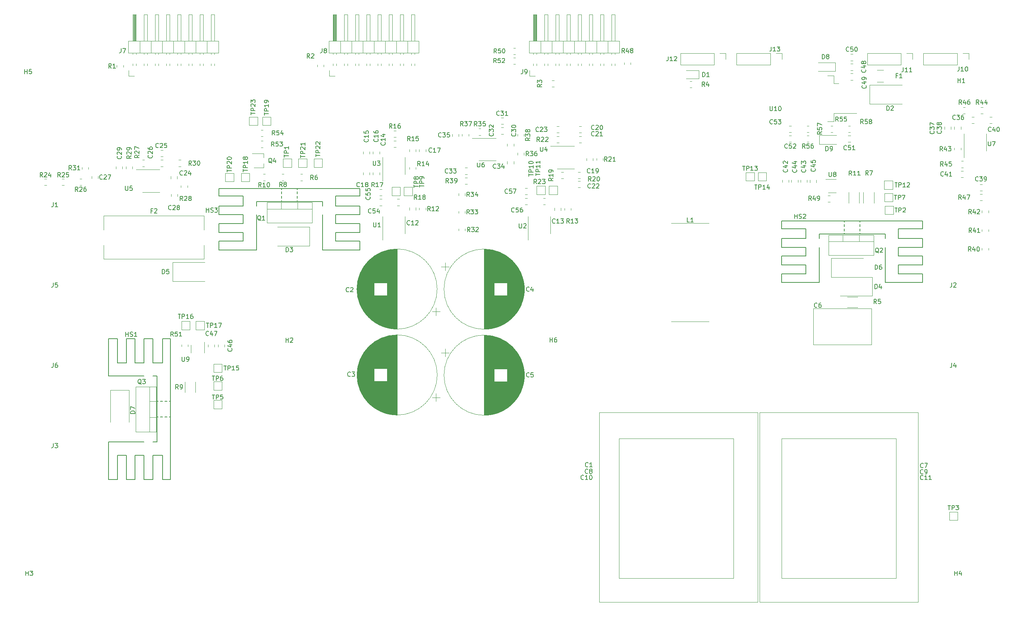
<source format=gto>
G04 #@! TF.GenerationSoftware,KiCad,Pcbnew,(6.0.6)*
G04 #@! TF.CreationDate,2023-08-29T14:34:46+02:00*
G04 #@! TF.ProjectId,cuk-iso-ps,63756b2d-6973-46f2-9d70-732e6b696361,rev?*
G04 #@! TF.SameCoordinates,Original*
G04 #@! TF.FileFunction,Legend,Top*
G04 #@! TF.FilePolarity,Positive*
%FSLAX46Y46*%
G04 Gerber Fmt 4.6, Leading zero omitted, Abs format (unit mm)*
G04 Created by KiCad (PCBNEW (6.0.6)) date 2023-08-29 14:34:46*
%MOMM*%
%LPD*%
G01*
G04 APERTURE LIST*
%ADD10C,0.150000*%
%ADD11C,0.120000*%
%ADD12R,1.000000X0.700000*%
%ADD13R,4.600000X1.100000*%
%ADD14R,9.400000X10.800000*%
%ADD15C,3.200000*%
%ADD16C,2.400000*%
%ADD17C,12.800000*%
%ADD18R,1.500000X1.500000*%
%ADD19R,2.300000X3.500000*%
%ADD20R,1.700000X1.700000*%
%ADD21O,1.700000X1.700000*%
%ADD22R,2.600000X2.918000*%
%ADD23R,2.400000X2.400000*%
%ADD24R,3.500000X2.300000*%
%ADD25R,0.900000X1.200000*%
%ADD26C,3.000000*%
%ADD27R,1.905000X2.000000*%
%ADD28O,1.905000X2.000000*%
%ADD29R,2.000000X1.905000*%
%ADD30O,2.000000X1.905000*%
%ADD31C,2.000000*%
%ADD32R,0.650000X2.000000*%
%ADD33R,2.918000X2.600000*%
%ADD34R,2.000000X0.650000*%
%ADD35C,2.700000*%
G04 APERTURE END LIST*
D10*
X71804761Y-51547619D02*
X71709523Y-51500000D01*
X71614285Y-51404761D01*
X71471428Y-51261904D01*
X71376190Y-51214285D01*
X71280952Y-51214285D01*
X71328571Y-51452380D02*
X71233333Y-51404761D01*
X71138095Y-51309523D01*
X71090476Y-51119047D01*
X71090476Y-50785714D01*
X71138095Y-50595238D01*
X71233333Y-50500000D01*
X71328571Y-50452380D01*
X71519047Y-50452380D01*
X71614285Y-50500000D01*
X71709523Y-50595238D01*
X71757142Y-50785714D01*
X71757142Y-51119047D01*
X71709523Y-51309523D01*
X71614285Y-51404761D01*
X71519047Y-51452380D01*
X71328571Y-51452380D01*
X72614285Y-50785714D02*
X72614285Y-51452380D01*
X72376190Y-50404761D02*
X72138095Y-51119047D01*
X72757142Y-51119047D01*
X123457142Y-40627142D02*
X123409523Y-40674761D01*
X123266666Y-40722380D01*
X123171428Y-40722380D01*
X123028571Y-40674761D01*
X122933333Y-40579523D01*
X122885714Y-40484285D01*
X122838095Y-40293809D01*
X122838095Y-40150952D01*
X122885714Y-39960476D01*
X122933333Y-39865238D01*
X123028571Y-39770000D01*
X123171428Y-39722380D01*
X123266666Y-39722380D01*
X123409523Y-39770000D01*
X123457142Y-39817619D01*
X123790476Y-39722380D02*
X124409523Y-39722380D01*
X124076190Y-40103333D01*
X124219047Y-40103333D01*
X124314285Y-40150952D01*
X124361904Y-40198571D01*
X124409523Y-40293809D01*
X124409523Y-40531904D01*
X124361904Y-40627142D01*
X124314285Y-40674761D01*
X124219047Y-40722380D01*
X123933333Y-40722380D01*
X123838095Y-40674761D01*
X123790476Y-40627142D01*
X125361904Y-40722380D02*
X124790476Y-40722380D01*
X125076190Y-40722380D02*
X125076190Y-39722380D01*
X124980952Y-39865238D01*
X124885714Y-39960476D01*
X124790476Y-40008095D01*
X230607142Y-63077380D02*
X230273809Y-62601190D01*
X230035714Y-63077380D02*
X230035714Y-62077380D01*
X230416666Y-62077380D01*
X230511904Y-62125000D01*
X230559523Y-62172619D01*
X230607142Y-62267857D01*
X230607142Y-62410714D01*
X230559523Y-62505952D01*
X230511904Y-62553571D01*
X230416666Y-62601190D01*
X230035714Y-62601190D01*
X231464285Y-62410714D02*
X231464285Y-63077380D01*
X231226190Y-62029761D02*
X230988095Y-62744047D01*
X231607142Y-62744047D01*
X231940476Y-62172619D02*
X231988095Y-62125000D01*
X232083333Y-62077380D01*
X232321428Y-62077380D01*
X232416666Y-62125000D01*
X232464285Y-62172619D01*
X232511904Y-62267857D01*
X232511904Y-62363095D01*
X232464285Y-62505952D01*
X231892857Y-63077380D01*
X232511904Y-63077380D01*
X104732142Y-59802380D02*
X104398809Y-59326190D01*
X104160714Y-59802380D02*
X104160714Y-58802380D01*
X104541666Y-58802380D01*
X104636904Y-58850000D01*
X104684523Y-58897619D01*
X104732142Y-58992857D01*
X104732142Y-59135714D01*
X104684523Y-59230952D01*
X104636904Y-59278571D01*
X104541666Y-59326190D01*
X104160714Y-59326190D01*
X105684523Y-59802380D02*
X105113095Y-59802380D01*
X105398809Y-59802380D02*
X105398809Y-58802380D01*
X105303571Y-58945238D01*
X105208333Y-59040476D01*
X105113095Y-59088095D01*
X106255952Y-59230952D02*
X106160714Y-59183333D01*
X106113095Y-59135714D01*
X106065476Y-59040476D01*
X106065476Y-58992857D01*
X106113095Y-58897619D01*
X106160714Y-58850000D01*
X106255952Y-58802380D01*
X106446428Y-58802380D01*
X106541666Y-58850000D01*
X106589285Y-58897619D01*
X106636904Y-58992857D01*
X106636904Y-59040476D01*
X106589285Y-59135714D01*
X106541666Y-59183333D01*
X106446428Y-59230952D01*
X106255952Y-59230952D01*
X106160714Y-59278571D01*
X106113095Y-59326190D01*
X106065476Y-59421428D01*
X106065476Y-59611904D01*
X106113095Y-59707142D01*
X106160714Y-59754761D01*
X106255952Y-59802380D01*
X106446428Y-59802380D01*
X106541666Y-59754761D01*
X106589285Y-59707142D01*
X106636904Y-59611904D01*
X106636904Y-59421428D01*
X106589285Y-59326190D01*
X106541666Y-59278571D01*
X106446428Y-59230952D01*
X184886904Y-38652380D02*
X184886904Y-39461904D01*
X184934523Y-39557142D01*
X184982142Y-39604761D01*
X185077380Y-39652380D01*
X185267857Y-39652380D01*
X185363095Y-39604761D01*
X185410714Y-39557142D01*
X185458333Y-39461904D01*
X185458333Y-38652380D01*
X186458333Y-39652380D02*
X185886904Y-39652380D01*
X186172619Y-39652380D02*
X186172619Y-38652380D01*
X186077380Y-38795238D01*
X185982142Y-38890476D01*
X185886904Y-38938095D01*
X187077380Y-38652380D02*
X187172619Y-38652380D01*
X187267857Y-38700000D01*
X187315476Y-38747619D01*
X187363095Y-38842857D01*
X187410714Y-39033333D01*
X187410714Y-39271428D01*
X187363095Y-39461904D01*
X187315476Y-39557142D01*
X187267857Y-39604761D01*
X187172619Y-39652380D01*
X187077380Y-39652380D01*
X186982142Y-39604761D01*
X186934523Y-39557142D01*
X186886904Y-39461904D01*
X186839285Y-39271428D01*
X186839285Y-39033333D01*
X186886904Y-38842857D01*
X186934523Y-38747619D01*
X186982142Y-38700000D01*
X187077380Y-38652380D01*
X74988095Y-92277380D02*
X74988095Y-91277380D01*
X74988095Y-91753571D02*
X75559523Y-91753571D01*
X75559523Y-92277380D02*
X75559523Y-91277380D01*
X75988095Y-91372619D02*
X76035714Y-91325000D01*
X76130952Y-91277380D01*
X76369047Y-91277380D01*
X76464285Y-91325000D01*
X76511904Y-91372619D01*
X76559523Y-91467857D01*
X76559523Y-91563095D01*
X76511904Y-91705952D01*
X75940476Y-92277380D01*
X76559523Y-92277380D01*
X44582142Y-49792857D02*
X44629761Y-49840476D01*
X44677380Y-49983333D01*
X44677380Y-50078571D01*
X44629761Y-50221428D01*
X44534523Y-50316666D01*
X44439285Y-50364285D01*
X44248809Y-50411904D01*
X44105952Y-50411904D01*
X43915476Y-50364285D01*
X43820238Y-50316666D01*
X43725000Y-50221428D01*
X43677380Y-50078571D01*
X43677380Y-49983333D01*
X43725000Y-49840476D01*
X43772619Y-49792857D01*
X43772619Y-49411904D02*
X43725000Y-49364285D01*
X43677380Y-49269047D01*
X43677380Y-49030952D01*
X43725000Y-48935714D01*
X43772619Y-48888095D01*
X43867857Y-48840476D01*
X43963095Y-48840476D01*
X44105952Y-48888095D01*
X44677380Y-49459523D01*
X44677380Y-48840476D01*
X43677380Y-47983333D02*
X43677380Y-48173809D01*
X43725000Y-48269047D01*
X43772619Y-48316666D01*
X43915476Y-48411904D01*
X44105952Y-48459523D01*
X44486904Y-48459523D01*
X44582142Y-48411904D01*
X44629761Y-48364285D01*
X44677380Y-48269047D01*
X44677380Y-48078571D01*
X44629761Y-47983333D01*
X44582142Y-47935714D01*
X44486904Y-47888095D01*
X44248809Y-47888095D01*
X44153571Y-47935714D01*
X44105952Y-47983333D01*
X44058333Y-48078571D01*
X44058333Y-48269047D01*
X44105952Y-48364285D01*
X44153571Y-48411904D01*
X44248809Y-48459523D01*
X103182142Y-46477380D02*
X102848809Y-46001190D01*
X102610714Y-46477380D02*
X102610714Y-45477380D01*
X102991666Y-45477380D01*
X103086904Y-45525000D01*
X103134523Y-45572619D01*
X103182142Y-45667857D01*
X103182142Y-45810714D01*
X103134523Y-45905952D01*
X103086904Y-45953571D01*
X102991666Y-46001190D01*
X102610714Y-46001190D01*
X104134523Y-46477380D02*
X103563095Y-46477380D01*
X103848809Y-46477380D02*
X103848809Y-45477380D01*
X103753571Y-45620238D01*
X103658333Y-45715476D01*
X103563095Y-45763095D01*
X105039285Y-45477380D02*
X104563095Y-45477380D01*
X104515476Y-45953571D01*
X104563095Y-45905952D01*
X104658333Y-45858333D01*
X104896428Y-45858333D01*
X104991666Y-45905952D01*
X105039285Y-45953571D01*
X105086904Y-46048809D01*
X105086904Y-46286904D01*
X105039285Y-46382142D01*
X104991666Y-46429761D01*
X104896428Y-46477380D01*
X104658333Y-46477380D01*
X104563095Y-46429761D01*
X104515476Y-46382142D01*
X202807142Y-26082142D02*
X202759523Y-26129761D01*
X202616666Y-26177380D01*
X202521428Y-26177380D01*
X202378571Y-26129761D01*
X202283333Y-26034523D01*
X202235714Y-25939285D01*
X202188095Y-25748809D01*
X202188095Y-25605952D01*
X202235714Y-25415476D01*
X202283333Y-25320238D01*
X202378571Y-25225000D01*
X202521428Y-25177380D01*
X202616666Y-25177380D01*
X202759523Y-25225000D01*
X202807142Y-25272619D01*
X203711904Y-25177380D02*
X203235714Y-25177380D01*
X203188095Y-25653571D01*
X203235714Y-25605952D01*
X203330952Y-25558333D01*
X203569047Y-25558333D01*
X203664285Y-25605952D01*
X203711904Y-25653571D01*
X203759523Y-25748809D01*
X203759523Y-25986904D01*
X203711904Y-26082142D01*
X203664285Y-26129761D01*
X203569047Y-26177380D01*
X203330952Y-26177380D01*
X203235714Y-26129761D01*
X203188095Y-26082142D01*
X204378571Y-25177380D02*
X204473809Y-25177380D01*
X204569047Y-25225000D01*
X204616666Y-25272619D01*
X204664285Y-25367857D01*
X204711904Y-25558333D01*
X204711904Y-25796428D01*
X204664285Y-25986904D01*
X204616666Y-26082142D01*
X204569047Y-26129761D01*
X204473809Y-26177380D01*
X204378571Y-26177380D01*
X204283333Y-26129761D01*
X204235714Y-26082142D01*
X204188095Y-25986904D01*
X204140476Y-25796428D01*
X204140476Y-25558333D01*
X204188095Y-25367857D01*
X204235714Y-25272619D01*
X204283333Y-25225000D01*
X204378571Y-25177380D01*
X219633333Y-122107142D02*
X219585714Y-122154761D01*
X219442857Y-122202380D01*
X219347619Y-122202380D01*
X219204761Y-122154761D01*
X219109523Y-122059523D01*
X219061904Y-121964285D01*
X219014285Y-121773809D01*
X219014285Y-121630952D01*
X219061904Y-121440476D01*
X219109523Y-121345238D01*
X219204761Y-121250000D01*
X219347619Y-121202380D01*
X219442857Y-121202380D01*
X219585714Y-121250000D01*
X219633333Y-121297619D01*
X220109523Y-122202380D02*
X220300000Y-122202380D01*
X220395238Y-122154761D01*
X220442857Y-122107142D01*
X220538095Y-121964285D01*
X220585714Y-121773809D01*
X220585714Y-121392857D01*
X220538095Y-121297619D01*
X220490476Y-121250000D01*
X220395238Y-121202380D01*
X220204761Y-121202380D01*
X220109523Y-121250000D01*
X220061904Y-121297619D01*
X220014285Y-121392857D01*
X220014285Y-121630952D01*
X220061904Y-121726190D01*
X220109523Y-121773809D01*
X220204761Y-121821428D01*
X220395238Y-121821428D01*
X220490476Y-121773809D01*
X220538095Y-121726190D01*
X220585714Y-121630952D01*
X48932142Y-62057142D02*
X48884523Y-62104761D01*
X48741666Y-62152380D01*
X48646428Y-62152380D01*
X48503571Y-62104761D01*
X48408333Y-62009523D01*
X48360714Y-61914285D01*
X48313095Y-61723809D01*
X48313095Y-61580952D01*
X48360714Y-61390476D01*
X48408333Y-61295238D01*
X48503571Y-61200000D01*
X48646428Y-61152380D01*
X48741666Y-61152380D01*
X48884523Y-61200000D01*
X48932142Y-61247619D01*
X49313095Y-61247619D02*
X49360714Y-61200000D01*
X49455952Y-61152380D01*
X49694047Y-61152380D01*
X49789285Y-61200000D01*
X49836904Y-61247619D01*
X49884523Y-61342857D01*
X49884523Y-61438095D01*
X49836904Y-61580952D01*
X49265476Y-62152380D01*
X49884523Y-62152380D01*
X50455952Y-61580952D02*
X50360714Y-61533333D01*
X50313095Y-61485714D01*
X50265476Y-61390476D01*
X50265476Y-61342857D01*
X50313095Y-61247619D01*
X50360714Y-61200000D01*
X50455952Y-61152380D01*
X50646428Y-61152380D01*
X50741666Y-61200000D01*
X50789285Y-61247619D01*
X50836904Y-61342857D01*
X50836904Y-61390476D01*
X50789285Y-61485714D01*
X50741666Y-61533333D01*
X50646428Y-61580952D01*
X50455952Y-61580952D01*
X50360714Y-61628571D01*
X50313095Y-61676190D01*
X50265476Y-61771428D01*
X50265476Y-61961904D01*
X50313095Y-62057142D01*
X50360714Y-62104761D01*
X50455952Y-62152380D01*
X50646428Y-62152380D01*
X50741666Y-62104761D01*
X50789285Y-62057142D01*
X50836904Y-61961904D01*
X50836904Y-61771428D01*
X50789285Y-61676190D01*
X50741666Y-61628571D01*
X50646428Y-61580952D01*
X222107142Y-44267857D02*
X222154761Y-44315476D01*
X222202380Y-44458333D01*
X222202380Y-44553571D01*
X222154761Y-44696428D01*
X222059523Y-44791666D01*
X221964285Y-44839285D01*
X221773809Y-44886904D01*
X221630952Y-44886904D01*
X221440476Y-44839285D01*
X221345238Y-44791666D01*
X221250000Y-44696428D01*
X221202380Y-44553571D01*
X221202380Y-44458333D01*
X221250000Y-44315476D01*
X221297619Y-44267857D01*
X221202380Y-43934523D02*
X221202380Y-43315476D01*
X221583333Y-43648809D01*
X221583333Y-43505952D01*
X221630952Y-43410714D01*
X221678571Y-43363095D01*
X221773809Y-43315476D01*
X222011904Y-43315476D01*
X222107142Y-43363095D01*
X222154761Y-43410714D01*
X222202380Y-43505952D01*
X222202380Y-43791666D01*
X222154761Y-43886904D01*
X222107142Y-43934523D01*
X221202380Y-42982142D02*
X221202380Y-42315476D01*
X222202380Y-42744047D01*
X206682142Y-33942857D02*
X206729761Y-33990476D01*
X206777380Y-34133333D01*
X206777380Y-34228571D01*
X206729761Y-34371428D01*
X206634523Y-34466666D01*
X206539285Y-34514285D01*
X206348809Y-34561904D01*
X206205952Y-34561904D01*
X206015476Y-34514285D01*
X205920238Y-34466666D01*
X205825000Y-34371428D01*
X205777380Y-34228571D01*
X205777380Y-34133333D01*
X205825000Y-33990476D01*
X205872619Y-33942857D01*
X206110714Y-33085714D02*
X206777380Y-33085714D01*
X205729761Y-33323809D02*
X206444047Y-33561904D01*
X206444047Y-32942857D01*
X206777380Y-32514285D02*
X206777380Y-32323809D01*
X206729761Y-32228571D01*
X206682142Y-32180952D01*
X206539285Y-32085714D01*
X206348809Y-32038095D01*
X205967857Y-32038095D01*
X205872619Y-32085714D01*
X205825000Y-32133333D01*
X205777380Y-32228571D01*
X205777380Y-32419047D01*
X205825000Y-32514285D01*
X205872619Y-32561904D01*
X205967857Y-32609523D01*
X206205952Y-32609523D01*
X206301190Y-32561904D01*
X206348809Y-32514285D01*
X206396428Y-32419047D01*
X206396428Y-32228571D01*
X206348809Y-32133333D01*
X206301190Y-32085714D01*
X206205952Y-32038095D01*
X22166666Y-60502380D02*
X22166666Y-61216666D01*
X22119047Y-61359523D01*
X22023809Y-61454761D01*
X21880952Y-61502380D01*
X21785714Y-61502380D01*
X23166666Y-61502380D02*
X22595238Y-61502380D01*
X22880952Y-61502380D02*
X22880952Y-60502380D01*
X22785714Y-60645238D01*
X22690476Y-60740476D01*
X22595238Y-60788095D01*
X130127380Y-54513095D02*
X130127380Y-53941666D01*
X131127380Y-54227380D02*
X130127380Y-54227380D01*
X131127380Y-53608333D02*
X130127380Y-53608333D01*
X130127380Y-53227380D01*
X130175000Y-53132142D01*
X130222619Y-53084523D01*
X130317857Y-53036904D01*
X130460714Y-53036904D01*
X130555952Y-53084523D01*
X130603571Y-53132142D01*
X130651190Y-53227380D01*
X130651190Y-53608333D01*
X131127380Y-52084523D02*
X131127380Y-52655952D01*
X131127380Y-52370238D02*
X130127380Y-52370238D01*
X130270238Y-52465476D01*
X130365476Y-52560714D01*
X130413095Y-52655952D01*
X130127380Y-51465476D02*
X130127380Y-51370238D01*
X130175000Y-51275000D01*
X130222619Y-51227380D01*
X130317857Y-51179761D01*
X130508333Y-51132142D01*
X130746428Y-51132142D01*
X130936904Y-51179761D01*
X131032142Y-51227380D01*
X131079761Y-51275000D01*
X131127380Y-51370238D01*
X131127380Y-51465476D01*
X131079761Y-51560714D01*
X131032142Y-51608333D01*
X130936904Y-51655952D01*
X130746428Y-51703571D01*
X130508333Y-51703571D01*
X130317857Y-51655952D01*
X130222619Y-51608333D01*
X130175000Y-51560714D01*
X130127380Y-51465476D01*
X135652380Y-54967857D02*
X135176190Y-55301190D01*
X135652380Y-55539285D02*
X134652380Y-55539285D01*
X134652380Y-55158333D01*
X134700000Y-55063095D01*
X134747619Y-55015476D01*
X134842857Y-54967857D01*
X134985714Y-54967857D01*
X135080952Y-55015476D01*
X135128571Y-55063095D01*
X135176190Y-55158333D01*
X135176190Y-55539285D01*
X135652380Y-54015476D02*
X135652380Y-54586904D01*
X135652380Y-54301190D02*
X134652380Y-54301190D01*
X134795238Y-54396428D01*
X134890476Y-54491666D01*
X134938095Y-54586904D01*
X135652380Y-53539285D02*
X135652380Y-53348809D01*
X135604761Y-53253571D01*
X135557142Y-53205952D01*
X135414285Y-53110714D01*
X135223809Y-53063095D01*
X134842857Y-53063095D01*
X134747619Y-53110714D01*
X134700000Y-53158333D01*
X134652380Y-53253571D01*
X134652380Y-53444047D01*
X134700000Y-53539285D01*
X134747619Y-53586904D01*
X134842857Y-53634523D01*
X135080952Y-53634523D01*
X135176190Y-53586904D01*
X135223809Y-53539285D01*
X135271428Y-53444047D01*
X135271428Y-53253571D01*
X135223809Y-53158333D01*
X135176190Y-53110714D01*
X135080952Y-53063095D01*
X136107142Y-65132142D02*
X136059523Y-65179761D01*
X135916666Y-65227380D01*
X135821428Y-65227380D01*
X135678571Y-65179761D01*
X135583333Y-65084523D01*
X135535714Y-64989285D01*
X135488095Y-64798809D01*
X135488095Y-64655952D01*
X135535714Y-64465476D01*
X135583333Y-64370238D01*
X135678571Y-64275000D01*
X135821428Y-64227380D01*
X135916666Y-64227380D01*
X136059523Y-64275000D01*
X136107142Y-64322619D01*
X137059523Y-65227380D02*
X136488095Y-65227380D01*
X136773809Y-65227380D02*
X136773809Y-64227380D01*
X136678571Y-64370238D01*
X136583333Y-64465476D01*
X136488095Y-64513095D01*
X137392857Y-64227380D02*
X138011904Y-64227380D01*
X137678571Y-64608333D01*
X137821428Y-64608333D01*
X137916666Y-64655952D01*
X137964285Y-64703571D01*
X138011904Y-64798809D01*
X138011904Y-65036904D01*
X137964285Y-65132142D01*
X137916666Y-65179761D01*
X137821428Y-65227380D01*
X137535714Y-65227380D01*
X137440476Y-65179761D01*
X137392857Y-65132142D01*
X62682142Y-93692857D02*
X62729761Y-93740476D01*
X62777380Y-93883333D01*
X62777380Y-93978571D01*
X62729761Y-94121428D01*
X62634523Y-94216666D01*
X62539285Y-94264285D01*
X62348809Y-94311904D01*
X62205952Y-94311904D01*
X62015476Y-94264285D01*
X61920238Y-94216666D01*
X61825000Y-94121428D01*
X61777380Y-93978571D01*
X61777380Y-93883333D01*
X61825000Y-93740476D01*
X61872619Y-93692857D01*
X62110714Y-92835714D02*
X62777380Y-92835714D01*
X61729761Y-93073809D02*
X62444047Y-93311904D01*
X62444047Y-92692857D01*
X61777380Y-91883333D02*
X61777380Y-92073809D01*
X61825000Y-92169047D01*
X61872619Y-92216666D01*
X62015476Y-92311904D01*
X62205952Y-92359523D01*
X62586904Y-92359523D01*
X62682142Y-92311904D01*
X62729761Y-92264285D01*
X62777380Y-92169047D01*
X62777380Y-91978571D01*
X62729761Y-91883333D01*
X62682142Y-91835714D01*
X62586904Y-91788095D01*
X62348809Y-91788095D01*
X62253571Y-91835714D01*
X62205952Y-91883333D01*
X62158333Y-91978571D01*
X62158333Y-92169047D01*
X62205952Y-92264285D01*
X62253571Y-92311904D01*
X62348809Y-92359523D01*
X188857142Y-48097142D02*
X188809523Y-48144761D01*
X188666666Y-48192380D01*
X188571428Y-48192380D01*
X188428571Y-48144761D01*
X188333333Y-48049523D01*
X188285714Y-47954285D01*
X188238095Y-47763809D01*
X188238095Y-47620952D01*
X188285714Y-47430476D01*
X188333333Y-47335238D01*
X188428571Y-47240000D01*
X188571428Y-47192380D01*
X188666666Y-47192380D01*
X188809523Y-47240000D01*
X188857142Y-47287619D01*
X189761904Y-47192380D02*
X189285714Y-47192380D01*
X189238095Y-47668571D01*
X189285714Y-47620952D01*
X189380952Y-47573333D01*
X189619047Y-47573333D01*
X189714285Y-47620952D01*
X189761904Y-47668571D01*
X189809523Y-47763809D01*
X189809523Y-48001904D01*
X189761904Y-48097142D01*
X189714285Y-48144761D01*
X189619047Y-48192380D01*
X189380952Y-48192380D01*
X189285714Y-48144761D01*
X189238095Y-48097142D01*
X190190476Y-47287619D02*
X190238095Y-47240000D01*
X190333333Y-47192380D01*
X190571428Y-47192380D01*
X190666666Y-47240000D01*
X190714285Y-47287619D01*
X190761904Y-47382857D01*
X190761904Y-47478095D01*
X190714285Y-47620952D01*
X190142857Y-48192380D01*
X190761904Y-48192380D01*
X26332142Y-53127380D02*
X25998809Y-52651190D01*
X25760714Y-53127380D02*
X25760714Y-52127380D01*
X26141666Y-52127380D01*
X26236904Y-52175000D01*
X26284523Y-52222619D01*
X26332142Y-52317857D01*
X26332142Y-52460714D01*
X26284523Y-52555952D01*
X26236904Y-52603571D01*
X26141666Y-52651190D01*
X25760714Y-52651190D01*
X26665476Y-52127380D02*
X27284523Y-52127380D01*
X26951190Y-52508333D01*
X27094047Y-52508333D01*
X27189285Y-52555952D01*
X27236904Y-52603571D01*
X27284523Y-52698809D01*
X27284523Y-52936904D01*
X27236904Y-53032142D01*
X27189285Y-53079761D01*
X27094047Y-53127380D01*
X26808333Y-53127380D01*
X26713095Y-53079761D01*
X26665476Y-53032142D01*
X28236904Y-53127380D02*
X27665476Y-53127380D01*
X27951190Y-53127380D02*
X27951190Y-52127380D01*
X27855952Y-52270238D01*
X27760714Y-52365476D01*
X27665476Y-52413095D01*
X15938095Y-145252380D02*
X15938095Y-144252380D01*
X15938095Y-144728571D02*
X16509523Y-144728571D01*
X16509523Y-145252380D02*
X16509523Y-144252380D01*
X16890476Y-144252380D02*
X17509523Y-144252380D01*
X17176190Y-144633333D01*
X17319047Y-144633333D01*
X17414285Y-144680952D01*
X17461904Y-144728571D01*
X17509523Y-144823809D01*
X17509523Y-145061904D01*
X17461904Y-145157142D01*
X17414285Y-145204761D01*
X17319047Y-145252380D01*
X17033333Y-145252380D01*
X16938095Y-145204761D01*
X16890476Y-145157142D01*
X41677380Y-49742857D02*
X41201190Y-50076190D01*
X41677380Y-50314285D02*
X40677380Y-50314285D01*
X40677380Y-49933333D01*
X40725000Y-49838095D01*
X40772619Y-49790476D01*
X40867857Y-49742857D01*
X41010714Y-49742857D01*
X41105952Y-49790476D01*
X41153571Y-49838095D01*
X41201190Y-49933333D01*
X41201190Y-50314285D01*
X40772619Y-49361904D02*
X40725000Y-49314285D01*
X40677380Y-49219047D01*
X40677380Y-48980952D01*
X40725000Y-48885714D01*
X40772619Y-48838095D01*
X40867857Y-48790476D01*
X40963095Y-48790476D01*
X41105952Y-48838095D01*
X41677380Y-49409523D01*
X41677380Y-48790476D01*
X40677380Y-48457142D02*
X40677380Y-47790476D01*
X41677380Y-48219047D01*
X78302380Y-50313095D02*
X78302380Y-49741666D01*
X79302380Y-50027380D02*
X78302380Y-50027380D01*
X79302380Y-49408333D02*
X78302380Y-49408333D01*
X78302380Y-49027380D01*
X78350000Y-48932142D01*
X78397619Y-48884523D01*
X78492857Y-48836904D01*
X78635714Y-48836904D01*
X78730952Y-48884523D01*
X78778571Y-48932142D01*
X78826190Y-49027380D01*
X78826190Y-49408333D01*
X78397619Y-48455952D02*
X78350000Y-48408333D01*
X78302380Y-48313095D01*
X78302380Y-48075000D01*
X78350000Y-47979761D01*
X78397619Y-47932142D01*
X78492857Y-47884523D01*
X78588095Y-47884523D01*
X78730952Y-47932142D01*
X79302380Y-48503571D01*
X79302380Y-47884523D01*
X79302380Y-46932142D02*
X79302380Y-47503571D01*
X79302380Y-47217857D02*
X78302380Y-47217857D01*
X78445238Y-47313095D01*
X78540476Y-47408333D01*
X78588095Y-47503571D01*
X74602380Y-50186904D02*
X74602380Y-49615476D01*
X75602380Y-49901190D02*
X74602380Y-49901190D01*
X75602380Y-49282142D02*
X74602380Y-49282142D01*
X74602380Y-48901190D01*
X74650000Y-48805952D01*
X74697619Y-48758333D01*
X74792857Y-48710714D01*
X74935714Y-48710714D01*
X75030952Y-48758333D01*
X75078571Y-48805952D01*
X75126190Y-48901190D01*
X75126190Y-49282142D01*
X75602380Y-47758333D02*
X75602380Y-48329761D01*
X75602380Y-48044047D02*
X74602380Y-48044047D01*
X74745238Y-48139285D01*
X74840476Y-48234523D01*
X74888095Y-48329761D01*
X224082142Y-48802380D02*
X223748809Y-48326190D01*
X223510714Y-48802380D02*
X223510714Y-47802380D01*
X223891666Y-47802380D01*
X223986904Y-47850000D01*
X224034523Y-47897619D01*
X224082142Y-47992857D01*
X224082142Y-48135714D01*
X224034523Y-48230952D01*
X223986904Y-48278571D01*
X223891666Y-48326190D01*
X223510714Y-48326190D01*
X224939285Y-48135714D02*
X224939285Y-48802380D01*
X224701190Y-47754761D02*
X224463095Y-48469047D01*
X225082142Y-48469047D01*
X225367857Y-47802380D02*
X225986904Y-47802380D01*
X225653571Y-48183333D01*
X225796428Y-48183333D01*
X225891666Y-48230952D01*
X225939285Y-48278571D01*
X225986904Y-48373809D01*
X225986904Y-48611904D01*
X225939285Y-48707142D01*
X225891666Y-48754761D01*
X225796428Y-48802380D01*
X225510714Y-48802380D01*
X225415476Y-48754761D01*
X225367857Y-48707142D01*
X225288095Y-129352380D02*
X225859523Y-129352380D01*
X225573809Y-130352380D02*
X225573809Y-129352380D01*
X226192857Y-130352380D02*
X226192857Y-129352380D01*
X226573809Y-129352380D01*
X226669047Y-129400000D01*
X226716666Y-129447619D01*
X226764285Y-129542857D01*
X226764285Y-129685714D01*
X226716666Y-129780952D01*
X226669047Y-129828571D01*
X226573809Y-129876190D01*
X226192857Y-129876190D01*
X227097619Y-129352380D02*
X227716666Y-129352380D01*
X227383333Y-129733333D01*
X227526190Y-129733333D01*
X227621428Y-129780952D01*
X227669047Y-129828571D01*
X227716666Y-129923809D01*
X227716666Y-130161904D01*
X227669047Y-130257142D01*
X227621428Y-130304761D01*
X227526190Y-130352380D01*
X227240476Y-130352380D01*
X227145238Y-130304761D01*
X227097619Y-130257142D01*
X122032142Y-44767857D02*
X122079761Y-44815476D01*
X122127380Y-44958333D01*
X122127380Y-45053571D01*
X122079761Y-45196428D01*
X121984523Y-45291666D01*
X121889285Y-45339285D01*
X121698809Y-45386904D01*
X121555952Y-45386904D01*
X121365476Y-45339285D01*
X121270238Y-45291666D01*
X121175000Y-45196428D01*
X121127380Y-45053571D01*
X121127380Y-44958333D01*
X121175000Y-44815476D01*
X121222619Y-44767857D01*
X121127380Y-44434523D02*
X121127380Y-43815476D01*
X121508333Y-44148809D01*
X121508333Y-44005952D01*
X121555952Y-43910714D01*
X121603571Y-43863095D01*
X121698809Y-43815476D01*
X121936904Y-43815476D01*
X122032142Y-43863095D01*
X122079761Y-43910714D01*
X122127380Y-44005952D01*
X122127380Y-44291666D01*
X122079761Y-44386904D01*
X122032142Y-44434523D01*
X121222619Y-43434523D02*
X121175000Y-43386904D01*
X121127380Y-43291666D01*
X121127380Y-43053571D01*
X121175000Y-42958333D01*
X121222619Y-42910714D01*
X121317857Y-42863095D01*
X121413095Y-42863095D01*
X121555952Y-42910714D01*
X122127380Y-43482142D01*
X122127380Y-42863095D01*
X111757142Y-53732142D02*
X111709523Y-53779761D01*
X111566666Y-53827380D01*
X111471428Y-53827380D01*
X111328571Y-53779761D01*
X111233333Y-53684523D01*
X111185714Y-53589285D01*
X111138095Y-53398809D01*
X111138095Y-53255952D01*
X111185714Y-53065476D01*
X111233333Y-52970238D01*
X111328571Y-52875000D01*
X111471428Y-52827380D01*
X111566666Y-52827380D01*
X111709523Y-52875000D01*
X111757142Y-52922619D01*
X112090476Y-52827380D02*
X112709523Y-52827380D01*
X112376190Y-53208333D01*
X112519047Y-53208333D01*
X112614285Y-53255952D01*
X112661904Y-53303571D01*
X112709523Y-53398809D01*
X112709523Y-53636904D01*
X112661904Y-53732142D01*
X112614285Y-53779761D01*
X112519047Y-53827380D01*
X112233333Y-53827380D01*
X112138095Y-53779761D01*
X112090476Y-53732142D01*
X113042857Y-52827380D02*
X113661904Y-52827380D01*
X113328571Y-53208333D01*
X113471428Y-53208333D01*
X113566666Y-53255952D01*
X113614285Y-53303571D01*
X113661904Y-53398809D01*
X113661904Y-53636904D01*
X113614285Y-53732142D01*
X113566666Y-53779761D01*
X113471428Y-53827380D01*
X113185714Y-53827380D01*
X113090476Y-53779761D01*
X113042857Y-53732142D01*
X97457142Y-46867857D02*
X97504761Y-46915476D01*
X97552380Y-47058333D01*
X97552380Y-47153571D01*
X97504761Y-47296428D01*
X97409523Y-47391666D01*
X97314285Y-47439285D01*
X97123809Y-47486904D01*
X96980952Y-47486904D01*
X96790476Y-47439285D01*
X96695238Y-47391666D01*
X96600000Y-47296428D01*
X96552380Y-47153571D01*
X96552380Y-47058333D01*
X96600000Y-46915476D01*
X96647619Y-46867857D01*
X97552380Y-45915476D02*
X97552380Y-46486904D01*
X97552380Y-46201190D02*
X96552380Y-46201190D01*
X96695238Y-46296428D01*
X96790476Y-46391666D01*
X96838095Y-46486904D01*
X96885714Y-45058333D02*
X97552380Y-45058333D01*
X96504761Y-45296428D02*
X97219047Y-45534523D01*
X97219047Y-44915476D01*
X50511904Y-85877380D02*
X51083333Y-85877380D01*
X50797619Y-86877380D02*
X50797619Y-85877380D01*
X51416666Y-86877380D02*
X51416666Y-85877380D01*
X51797619Y-85877380D01*
X51892857Y-85925000D01*
X51940476Y-85972619D01*
X51988095Y-86067857D01*
X51988095Y-86210714D01*
X51940476Y-86305952D01*
X51892857Y-86353571D01*
X51797619Y-86401190D01*
X51416666Y-86401190D01*
X52940476Y-86877380D02*
X52369047Y-86877380D01*
X52654761Y-86877380D02*
X52654761Y-85877380D01*
X52559523Y-86020238D01*
X52464285Y-86115476D01*
X52369047Y-86163095D01*
X53797619Y-85877380D02*
X53607142Y-85877380D01*
X53511904Y-85925000D01*
X53464285Y-85972619D01*
X53369047Y-86115476D01*
X53321428Y-86305952D01*
X53321428Y-86686904D01*
X53369047Y-86782142D01*
X53416666Y-86829761D01*
X53511904Y-86877380D01*
X53702380Y-86877380D01*
X53797619Y-86829761D01*
X53845238Y-86782142D01*
X53892857Y-86686904D01*
X53892857Y-86448809D01*
X53845238Y-86353571D01*
X53797619Y-86305952D01*
X53702380Y-86258333D01*
X53511904Y-86258333D01*
X53416666Y-86305952D01*
X53369047Y-86353571D01*
X53321428Y-86448809D01*
X213236904Y-56002380D02*
X213808333Y-56002380D01*
X213522619Y-57002380D02*
X213522619Y-56002380D01*
X214141666Y-57002380D02*
X214141666Y-56002380D01*
X214522619Y-56002380D01*
X214617857Y-56050000D01*
X214665476Y-56097619D01*
X214713095Y-56192857D01*
X214713095Y-56335714D01*
X214665476Y-56430952D01*
X214617857Y-56478571D01*
X214522619Y-56526190D01*
X214141666Y-56526190D01*
X215665476Y-57002380D02*
X215094047Y-57002380D01*
X215379761Y-57002380D02*
X215379761Y-56002380D01*
X215284523Y-56145238D01*
X215189285Y-56240476D01*
X215094047Y-56288095D01*
X216046428Y-56097619D02*
X216094047Y-56050000D01*
X216189285Y-56002380D01*
X216427380Y-56002380D01*
X216522619Y-56050000D01*
X216570238Y-56097619D01*
X216617857Y-56192857D01*
X216617857Y-56288095D01*
X216570238Y-56430952D01*
X215998809Y-57002380D01*
X216617857Y-57002380D01*
X40702380Y-108438095D02*
X39702380Y-108438095D01*
X39702380Y-108200000D01*
X39750000Y-108057142D01*
X39845238Y-107961904D01*
X39940476Y-107914285D01*
X40130952Y-107866666D01*
X40273809Y-107866666D01*
X40464285Y-107914285D01*
X40559523Y-107961904D01*
X40654761Y-108057142D01*
X40702380Y-108200000D01*
X40702380Y-108438095D01*
X39702380Y-107533333D02*
X39702380Y-106866666D01*
X40702380Y-107295238D01*
X213113095Y-58827380D02*
X213684523Y-58827380D01*
X213398809Y-59827380D02*
X213398809Y-58827380D01*
X214017857Y-59827380D02*
X214017857Y-58827380D01*
X214398809Y-58827380D01*
X214494047Y-58875000D01*
X214541666Y-58922619D01*
X214589285Y-59017857D01*
X214589285Y-59160714D01*
X214541666Y-59255952D01*
X214494047Y-59303571D01*
X214398809Y-59351190D01*
X214017857Y-59351190D01*
X214922619Y-58827380D02*
X215589285Y-58827380D01*
X215160714Y-59827380D01*
X23782142Y-54702380D02*
X23448809Y-54226190D01*
X23210714Y-54702380D02*
X23210714Y-53702380D01*
X23591666Y-53702380D01*
X23686904Y-53750000D01*
X23734523Y-53797619D01*
X23782142Y-53892857D01*
X23782142Y-54035714D01*
X23734523Y-54130952D01*
X23686904Y-54178571D01*
X23591666Y-54226190D01*
X23210714Y-54226190D01*
X24163095Y-53797619D02*
X24210714Y-53750000D01*
X24305952Y-53702380D01*
X24544047Y-53702380D01*
X24639285Y-53750000D01*
X24686904Y-53797619D01*
X24734523Y-53892857D01*
X24734523Y-53988095D01*
X24686904Y-54130952D01*
X24115476Y-54702380D01*
X24734523Y-54702380D01*
X25639285Y-53702380D02*
X25163095Y-53702380D01*
X25115476Y-54178571D01*
X25163095Y-54130952D01*
X25258333Y-54083333D01*
X25496428Y-54083333D01*
X25591666Y-54130952D01*
X25639285Y-54178571D01*
X25686904Y-54273809D01*
X25686904Y-54511904D01*
X25639285Y-54607142D01*
X25591666Y-54654761D01*
X25496428Y-54702380D01*
X25258333Y-54702380D01*
X25163095Y-54654761D01*
X25115476Y-54607142D01*
X83216666Y-25502380D02*
X83216666Y-26216666D01*
X83169047Y-26359523D01*
X83073809Y-26454761D01*
X82930952Y-26502380D01*
X82835714Y-26502380D01*
X83835714Y-25930952D02*
X83740476Y-25883333D01*
X83692857Y-25835714D01*
X83645238Y-25740476D01*
X83645238Y-25692857D01*
X83692857Y-25597619D01*
X83740476Y-25550000D01*
X83835714Y-25502380D01*
X84026190Y-25502380D01*
X84121428Y-25550000D01*
X84169047Y-25597619D01*
X84216666Y-25692857D01*
X84216666Y-25740476D01*
X84169047Y-25835714D01*
X84121428Y-25883333D01*
X84026190Y-25930952D01*
X83835714Y-25930952D01*
X83740476Y-25978571D01*
X83692857Y-26026190D01*
X83645238Y-26121428D01*
X83645238Y-26311904D01*
X83692857Y-26407142D01*
X83740476Y-26454761D01*
X83835714Y-26502380D01*
X84026190Y-26502380D01*
X84121428Y-26454761D01*
X84169047Y-26407142D01*
X84216666Y-26311904D01*
X84216666Y-26121428D01*
X84169047Y-26026190D01*
X84121428Y-25978571D01*
X84026190Y-25930952D01*
X37566666Y-25477380D02*
X37566666Y-26191666D01*
X37519047Y-26334523D01*
X37423809Y-26429761D01*
X37280952Y-26477380D01*
X37185714Y-26477380D01*
X37947619Y-25477380D02*
X38614285Y-25477380D01*
X38185714Y-26477380D01*
X139357142Y-65177380D02*
X139023809Y-64701190D01*
X138785714Y-65177380D02*
X138785714Y-64177380D01*
X139166666Y-64177380D01*
X139261904Y-64225000D01*
X139309523Y-64272619D01*
X139357142Y-64367857D01*
X139357142Y-64510714D01*
X139309523Y-64605952D01*
X139261904Y-64653571D01*
X139166666Y-64701190D01*
X138785714Y-64701190D01*
X140309523Y-65177380D02*
X139738095Y-65177380D01*
X140023809Y-65177380D02*
X140023809Y-64177380D01*
X139928571Y-64320238D01*
X139833333Y-64415476D01*
X139738095Y-64463095D01*
X140642857Y-64177380D02*
X141261904Y-64177380D01*
X140928571Y-64558333D01*
X141071428Y-64558333D01*
X141166666Y-64605952D01*
X141214285Y-64653571D01*
X141261904Y-64748809D01*
X141261904Y-64986904D01*
X141214285Y-65082142D01*
X141166666Y-65129761D01*
X141071428Y-65177380D01*
X140785714Y-65177380D01*
X140690476Y-65129761D01*
X140642857Y-65082142D01*
X144157142Y-57157142D02*
X144109523Y-57204761D01*
X143966666Y-57252380D01*
X143871428Y-57252380D01*
X143728571Y-57204761D01*
X143633333Y-57109523D01*
X143585714Y-57014285D01*
X143538095Y-56823809D01*
X143538095Y-56680952D01*
X143585714Y-56490476D01*
X143633333Y-56395238D01*
X143728571Y-56300000D01*
X143871428Y-56252380D01*
X143966666Y-56252380D01*
X144109523Y-56300000D01*
X144157142Y-56347619D01*
X144538095Y-56347619D02*
X144585714Y-56300000D01*
X144680952Y-56252380D01*
X144919047Y-56252380D01*
X145014285Y-56300000D01*
X145061904Y-56347619D01*
X145109523Y-56442857D01*
X145109523Y-56538095D01*
X145061904Y-56680952D01*
X144490476Y-57252380D01*
X145109523Y-57252380D01*
X145490476Y-56347619D02*
X145538095Y-56300000D01*
X145633333Y-56252380D01*
X145871428Y-56252380D01*
X145966666Y-56300000D01*
X146014285Y-56347619D01*
X146061904Y-56442857D01*
X146061904Y-56538095D01*
X146014285Y-56680952D01*
X145442857Y-57252380D01*
X146061904Y-57252380D01*
X108082142Y-49007142D02*
X108034523Y-49054761D01*
X107891666Y-49102380D01*
X107796428Y-49102380D01*
X107653571Y-49054761D01*
X107558333Y-48959523D01*
X107510714Y-48864285D01*
X107463095Y-48673809D01*
X107463095Y-48530952D01*
X107510714Y-48340476D01*
X107558333Y-48245238D01*
X107653571Y-48150000D01*
X107796428Y-48102380D01*
X107891666Y-48102380D01*
X108034523Y-48150000D01*
X108082142Y-48197619D01*
X109034523Y-49102380D02*
X108463095Y-49102380D01*
X108748809Y-49102380D02*
X108748809Y-48102380D01*
X108653571Y-48245238D01*
X108558333Y-48340476D01*
X108463095Y-48388095D01*
X109367857Y-48102380D02*
X110034523Y-48102380D01*
X109605952Y-49102380D01*
X50558333Y-102902380D02*
X50225000Y-102426190D01*
X49986904Y-102902380D02*
X49986904Y-101902380D01*
X50367857Y-101902380D01*
X50463095Y-101950000D01*
X50510714Y-101997619D01*
X50558333Y-102092857D01*
X50558333Y-102235714D01*
X50510714Y-102330952D01*
X50463095Y-102378571D01*
X50367857Y-102426190D01*
X49986904Y-102426190D01*
X51034523Y-102902380D02*
X51225000Y-102902380D01*
X51320238Y-102854761D01*
X51367857Y-102807142D01*
X51463095Y-102664285D01*
X51510714Y-102473809D01*
X51510714Y-102092857D01*
X51463095Y-101997619D01*
X51415476Y-101950000D01*
X51320238Y-101902380D01*
X51129761Y-101902380D01*
X51034523Y-101950000D01*
X50986904Y-101997619D01*
X50939285Y-102092857D01*
X50939285Y-102330952D01*
X50986904Y-102426190D01*
X51034523Y-102473809D01*
X51129761Y-102521428D01*
X51320238Y-102521428D01*
X51415476Y-102473809D01*
X51463095Y-102426190D01*
X51510714Y-102330952D01*
X95857142Y-46092857D02*
X95904761Y-46140476D01*
X95952380Y-46283333D01*
X95952380Y-46378571D01*
X95904761Y-46521428D01*
X95809523Y-46616666D01*
X95714285Y-46664285D01*
X95523809Y-46711904D01*
X95380952Y-46711904D01*
X95190476Y-46664285D01*
X95095238Y-46616666D01*
X95000000Y-46521428D01*
X94952380Y-46378571D01*
X94952380Y-46283333D01*
X95000000Y-46140476D01*
X95047619Y-46092857D01*
X95952380Y-45140476D02*
X95952380Y-45711904D01*
X95952380Y-45426190D02*
X94952380Y-45426190D01*
X95095238Y-45521428D01*
X95190476Y-45616666D01*
X95238095Y-45711904D01*
X94952380Y-44283333D02*
X94952380Y-44473809D01*
X95000000Y-44569047D01*
X95047619Y-44616666D01*
X95190476Y-44711904D01*
X95380952Y-44759523D01*
X95761904Y-44759523D01*
X95857142Y-44711904D01*
X95904761Y-44664285D01*
X95952380Y-44569047D01*
X95952380Y-44378571D01*
X95904761Y-44283333D01*
X95857142Y-44235714D01*
X95761904Y-44188095D01*
X95523809Y-44188095D01*
X95428571Y-44235714D01*
X95380952Y-44283333D01*
X95333333Y-44378571D01*
X95333333Y-44569047D01*
X95380952Y-44664285D01*
X95428571Y-44711904D01*
X95523809Y-44759523D01*
X226166666Y-78752380D02*
X226166666Y-79466666D01*
X226119047Y-79609523D01*
X226023809Y-79704761D01*
X225880952Y-79752380D01*
X225785714Y-79752380D01*
X226595238Y-78847619D02*
X226642857Y-78800000D01*
X226738095Y-78752380D01*
X226976190Y-78752380D01*
X227071428Y-78800000D01*
X227119047Y-78847619D01*
X227166666Y-78942857D01*
X227166666Y-79038095D01*
X227119047Y-79180952D01*
X226547619Y-79752380D01*
X227166666Y-79752380D01*
X127963095Y-65327380D02*
X127963095Y-66136904D01*
X128010714Y-66232142D01*
X128058333Y-66279761D01*
X128153571Y-66327380D01*
X128344047Y-66327380D01*
X128439285Y-66279761D01*
X128486904Y-66232142D01*
X128534523Y-66136904D01*
X128534523Y-65327380D01*
X128963095Y-65422619D02*
X129010714Y-65375000D01*
X129105952Y-65327380D01*
X129344047Y-65327380D01*
X129439285Y-65375000D01*
X129486904Y-65422619D01*
X129534523Y-65517857D01*
X129534523Y-65613095D01*
X129486904Y-65755952D01*
X128915476Y-66327380D01*
X129534523Y-66327380D01*
X49432142Y-90902380D02*
X49098809Y-90426190D01*
X48860714Y-90902380D02*
X48860714Y-89902380D01*
X49241666Y-89902380D01*
X49336904Y-89950000D01*
X49384523Y-89997619D01*
X49432142Y-90092857D01*
X49432142Y-90235714D01*
X49384523Y-90330952D01*
X49336904Y-90378571D01*
X49241666Y-90426190D01*
X48860714Y-90426190D01*
X50336904Y-89902380D02*
X49860714Y-89902380D01*
X49813095Y-90378571D01*
X49860714Y-90330952D01*
X49955952Y-90283333D01*
X50194047Y-90283333D01*
X50289285Y-90330952D01*
X50336904Y-90378571D01*
X50384523Y-90473809D01*
X50384523Y-90711904D01*
X50336904Y-90807142D01*
X50289285Y-90854761D01*
X50194047Y-90902380D01*
X49955952Y-90902380D01*
X49860714Y-90854761D01*
X49813095Y-90807142D01*
X51336904Y-90902380D02*
X50765476Y-90902380D01*
X51051190Y-90902380D02*
X51051190Y-89902380D01*
X50955952Y-90045238D01*
X50860714Y-90140476D01*
X50765476Y-90188095D01*
X15688095Y-31252380D02*
X15688095Y-30252380D01*
X15688095Y-30728571D02*
X16259523Y-30728571D01*
X16259523Y-31252380D02*
X16259523Y-30252380D01*
X17211904Y-30252380D02*
X16735714Y-30252380D01*
X16688095Y-30728571D01*
X16735714Y-30680952D01*
X16830952Y-30633333D01*
X17069047Y-30633333D01*
X17164285Y-30680952D01*
X17211904Y-30728571D01*
X17259523Y-30823809D01*
X17259523Y-31061904D01*
X17211904Y-31157142D01*
X17164285Y-31204761D01*
X17069047Y-31252380D01*
X16830952Y-31252380D01*
X16735714Y-31204761D01*
X16688095Y-31157142D01*
X131932142Y-56252380D02*
X131598809Y-55776190D01*
X131360714Y-56252380D02*
X131360714Y-55252380D01*
X131741666Y-55252380D01*
X131836904Y-55300000D01*
X131884523Y-55347619D01*
X131932142Y-55442857D01*
X131932142Y-55585714D01*
X131884523Y-55680952D01*
X131836904Y-55728571D01*
X131741666Y-55776190D01*
X131360714Y-55776190D01*
X132313095Y-55347619D02*
X132360714Y-55300000D01*
X132455952Y-55252380D01*
X132694047Y-55252380D01*
X132789285Y-55300000D01*
X132836904Y-55347619D01*
X132884523Y-55442857D01*
X132884523Y-55538095D01*
X132836904Y-55680952D01*
X132265476Y-56252380D01*
X132884523Y-56252380D01*
X133217857Y-55252380D02*
X133836904Y-55252380D01*
X133503571Y-55633333D01*
X133646428Y-55633333D01*
X133741666Y-55680952D01*
X133789285Y-55728571D01*
X133836904Y-55823809D01*
X133836904Y-56061904D01*
X133789285Y-56157142D01*
X133741666Y-56204761D01*
X133646428Y-56252380D01*
X133360714Y-56252380D01*
X133265476Y-56204761D01*
X133217857Y-56157142D01*
X60911904Y-97602380D02*
X61483333Y-97602380D01*
X61197619Y-98602380D02*
X61197619Y-97602380D01*
X61816666Y-98602380D02*
X61816666Y-97602380D01*
X62197619Y-97602380D01*
X62292857Y-97650000D01*
X62340476Y-97697619D01*
X62388095Y-97792857D01*
X62388095Y-97935714D01*
X62340476Y-98030952D01*
X62292857Y-98078571D01*
X62197619Y-98126190D01*
X61816666Y-98126190D01*
X63340476Y-98602380D02*
X62769047Y-98602380D01*
X63054761Y-98602380D02*
X63054761Y-97602380D01*
X62959523Y-97745238D01*
X62864285Y-97840476D01*
X62769047Y-97888095D01*
X64245238Y-97602380D02*
X63769047Y-97602380D01*
X63721428Y-98078571D01*
X63769047Y-98030952D01*
X63864285Y-97983333D01*
X64102380Y-97983333D01*
X64197619Y-98030952D01*
X64245238Y-98078571D01*
X64292857Y-98173809D01*
X64292857Y-98411904D01*
X64245238Y-98507142D01*
X64197619Y-98554761D01*
X64102380Y-98602380D01*
X63864285Y-98602380D01*
X63769047Y-98554761D01*
X63721428Y-98507142D01*
X125332142Y-58357142D02*
X125284523Y-58404761D01*
X125141666Y-58452380D01*
X125046428Y-58452380D01*
X124903571Y-58404761D01*
X124808333Y-58309523D01*
X124760714Y-58214285D01*
X124713095Y-58023809D01*
X124713095Y-57880952D01*
X124760714Y-57690476D01*
X124808333Y-57595238D01*
X124903571Y-57500000D01*
X125046428Y-57452380D01*
X125141666Y-57452380D01*
X125284523Y-57500000D01*
X125332142Y-57547619D01*
X126236904Y-57452380D02*
X125760714Y-57452380D01*
X125713095Y-57928571D01*
X125760714Y-57880952D01*
X125855952Y-57833333D01*
X126094047Y-57833333D01*
X126189285Y-57880952D01*
X126236904Y-57928571D01*
X126284523Y-58023809D01*
X126284523Y-58261904D01*
X126236904Y-58357142D01*
X126189285Y-58404761D01*
X126094047Y-58452380D01*
X125855952Y-58452380D01*
X125760714Y-58404761D01*
X125713095Y-58357142D01*
X126617857Y-57452380D02*
X127284523Y-57452380D01*
X126855952Y-58452380D01*
X116682142Y-59152380D02*
X116348809Y-58676190D01*
X116110714Y-59152380D02*
X116110714Y-58152380D01*
X116491666Y-58152380D01*
X116586904Y-58200000D01*
X116634523Y-58247619D01*
X116682142Y-58342857D01*
X116682142Y-58485714D01*
X116634523Y-58580952D01*
X116586904Y-58628571D01*
X116491666Y-58676190D01*
X116110714Y-58676190D01*
X117015476Y-58152380D02*
X117634523Y-58152380D01*
X117301190Y-58533333D01*
X117444047Y-58533333D01*
X117539285Y-58580952D01*
X117586904Y-58628571D01*
X117634523Y-58723809D01*
X117634523Y-58961904D01*
X117586904Y-59057142D01*
X117539285Y-59104761D01*
X117444047Y-59152380D01*
X117158333Y-59152380D01*
X117063095Y-59104761D01*
X117015476Y-59057142D01*
X118491666Y-58485714D02*
X118491666Y-59152380D01*
X118253571Y-58104761D02*
X118015476Y-58819047D01*
X118634523Y-58819047D01*
X226838095Y-145252380D02*
X226838095Y-144252380D01*
X226838095Y-144728571D02*
X227409523Y-144728571D01*
X227409523Y-145252380D02*
X227409523Y-144252380D01*
X228314285Y-144585714D02*
X228314285Y-145252380D01*
X228076190Y-144204761D02*
X227838095Y-144919047D01*
X228457142Y-144919047D01*
X122757142Y-28752380D02*
X122423809Y-28276190D01*
X122185714Y-28752380D02*
X122185714Y-27752380D01*
X122566666Y-27752380D01*
X122661904Y-27800000D01*
X122709523Y-27847619D01*
X122757142Y-27942857D01*
X122757142Y-28085714D01*
X122709523Y-28180952D01*
X122661904Y-28228571D01*
X122566666Y-28276190D01*
X122185714Y-28276190D01*
X123661904Y-27752380D02*
X123185714Y-27752380D01*
X123138095Y-28228571D01*
X123185714Y-28180952D01*
X123280952Y-28133333D01*
X123519047Y-28133333D01*
X123614285Y-28180952D01*
X123661904Y-28228571D01*
X123709523Y-28323809D01*
X123709523Y-28561904D01*
X123661904Y-28657142D01*
X123614285Y-28704761D01*
X123519047Y-28752380D01*
X123280952Y-28752380D01*
X123185714Y-28704761D01*
X123138095Y-28657142D01*
X124090476Y-27847619D02*
X124138095Y-27800000D01*
X124233333Y-27752380D01*
X124471428Y-27752380D01*
X124566666Y-27800000D01*
X124614285Y-27847619D01*
X124661904Y-27942857D01*
X124661904Y-28038095D01*
X124614285Y-28180952D01*
X124042857Y-28752380D01*
X124661904Y-28752380D01*
X196677380Y-44392857D02*
X196201190Y-44726190D01*
X196677380Y-44964285D02*
X195677380Y-44964285D01*
X195677380Y-44583333D01*
X195725000Y-44488095D01*
X195772619Y-44440476D01*
X195867857Y-44392857D01*
X196010714Y-44392857D01*
X196105952Y-44440476D01*
X196153571Y-44488095D01*
X196201190Y-44583333D01*
X196201190Y-44964285D01*
X195677380Y-43488095D02*
X195677380Y-43964285D01*
X196153571Y-44011904D01*
X196105952Y-43964285D01*
X196058333Y-43869047D01*
X196058333Y-43630952D01*
X196105952Y-43535714D01*
X196153571Y-43488095D01*
X196248809Y-43440476D01*
X196486904Y-43440476D01*
X196582142Y-43488095D01*
X196629761Y-43535714D01*
X196677380Y-43630952D01*
X196677380Y-43869047D01*
X196629761Y-43964285D01*
X196582142Y-44011904D01*
X195677380Y-43107142D02*
X195677380Y-42440476D01*
X196677380Y-42869047D01*
X200407142Y-42052380D02*
X200073809Y-41576190D01*
X199835714Y-42052380D02*
X199835714Y-41052380D01*
X200216666Y-41052380D01*
X200311904Y-41100000D01*
X200359523Y-41147619D01*
X200407142Y-41242857D01*
X200407142Y-41385714D01*
X200359523Y-41480952D01*
X200311904Y-41528571D01*
X200216666Y-41576190D01*
X199835714Y-41576190D01*
X201311904Y-41052380D02*
X200835714Y-41052380D01*
X200788095Y-41528571D01*
X200835714Y-41480952D01*
X200930952Y-41433333D01*
X201169047Y-41433333D01*
X201264285Y-41480952D01*
X201311904Y-41528571D01*
X201359523Y-41623809D01*
X201359523Y-41861904D01*
X201311904Y-41957142D01*
X201264285Y-42004761D01*
X201169047Y-42052380D01*
X200930952Y-42052380D01*
X200835714Y-42004761D01*
X200788095Y-41957142D01*
X202264285Y-41052380D02*
X201788095Y-41052380D01*
X201740476Y-41528571D01*
X201788095Y-41480952D01*
X201883333Y-41433333D01*
X202121428Y-41433333D01*
X202216666Y-41480952D01*
X202264285Y-41528571D01*
X202311904Y-41623809D01*
X202311904Y-41861904D01*
X202264285Y-41957142D01*
X202216666Y-42004761D01*
X202121428Y-42052380D01*
X201883333Y-42052380D01*
X201788095Y-42004761D01*
X201740476Y-41957142D01*
X70077380Y-40638095D02*
X70077380Y-40066666D01*
X71077380Y-40352380D02*
X70077380Y-40352380D01*
X71077380Y-39733333D02*
X70077380Y-39733333D01*
X70077380Y-39352380D01*
X70125000Y-39257142D01*
X70172619Y-39209523D01*
X70267857Y-39161904D01*
X70410714Y-39161904D01*
X70505952Y-39209523D01*
X70553571Y-39257142D01*
X70601190Y-39352380D01*
X70601190Y-39733333D01*
X71077380Y-38209523D02*
X71077380Y-38780952D01*
X71077380Y-38495238D02*
X70077380Y-38495238D01*
X70220238Y-38590476D01*
X70315476Y-38685714D01*
X70363095Y-38780952D01*
X71077380Y-37733333D02*
X71077380Y-37542857D01*
X71029761Y-37447619D01*
X70982142Y-37400000D01*
X70839285Y-37304761D01*
X70648809Y-37257142D01*
X70267857Y-37257142D01*
X70172619Y-37304761D01*
X70125000Y-37352380D01*
X70077380Y-37447619D01*
X70077380Y-37638095D01*
X70125000Y-37733333D01*
X70172619Y-37780952D01*
X70267857Y-37828571D01*
X70505952Y-37828571D01*
X70601190Y-37780952D01*
X70648809Y-37733333D01*
X70696428Y-37638095D01*
X70696428Y-37447619D01*
X70648809Y-37352380D01*
X70601190Y-37304761D01*
X70505952Y-37257142D01*
X61627380Y-53563095D02*
X61627380Y-52991666D01*
X62627380Y-53277380D02*
X61627380Y-53277380D01*
X62627380Y-52658333D02*
X61627380Y-52658333D01*
X61627380Y-52277380D01*
X61675000Y-52182142D01*
X61722619Y-52134523D01*
X61817857Y-52086904D01*
X61960714Y-52086904D01*
X62055952Y-52134523D01*
X62103571Y-52182142D01*
X62151190Y-52277380D01*
X62151190Y-52658333D01*
X61722619Y-51705952D02*
X61675000Y-51658333D01*
X61627380Y-51563095D01*
X61627380Y-51325000D01*
X61675000Y-51229761D01*
X61722619Y-51182142D01*
X61817857Y-51134523D01*
X61913095Y-51134523D01*
X62055952Y-51182142D01*
X62627380Y-51753571D01*
X62627380Y-51134523D01*
X61627380Y-50515476D02*
X61627380Y-50420238D01*
X61675000Y-50325000D01*
X61722619Y-50277380D01*
X61817857Y-50229761D01*
X62008333Y-50182142D01*
X62246428Y-50182142D01*
X62436904Y-50229761D01*
X62532142Y-50277380D01*
X62579761Y-50325000D01*
X62627380Y-50420238D01*
X62627380Y-50515476D01*
X62579761Y-50610714D01*
X62532142Y-50658333D01*
X62436904Y-50705952D01*
X62246428Y-50753571D01*
X62008333Y-50753571D01*
X61817857Y-50705952D01*
X61722619Y-50658333D01*
X61675000Y-50610714D01*
X61627380Y-50515476D01*
X122657142Y-52657142D02*
X122609523Y-52704761D01*
X122466666Y-52752380D01*
X122371428Y-52752380D01*
X122228571Y-52704761D01*
X122133333Y-52609523D01*
X122085714Y-52514285D01*
X122038095Y-52323809D01*
X122038095Y-52180952D01*
X122085714Y-51990476D01*
X122133333Y-51895238D01*
X122228571Y-51800000D01*
X122371428Y-51752380D01*
X122466666Y-51752380D01*
X122609523Y-51800000D01*
X122657142Y-51847619D01*
X122990476Y-51752380D02*
X123609523Y-51752380D01*
X123276190Y-52133333D01*
X123419047Y-52133333D01*
X123514285Y-52180952D01*
X123561904Y-52228571D01*
X123609523Y-52323809D01*
X123609523Y-52561904D01*
X123561904Y-52657142D01*
X123514285Y-52704761D01*
X123419047Y-52752380D01*
X123133333Y-52752380D01*
X123038095Y-52704761D01*
X122990476Y-52657142D01*
X124466666Y-52085714D02*
X124466666Y-52752380D01*
X124228571Y-51704761D02*
X123990476Y-52419047D01*
X124609523Y-52419047D01*
X143533333Y-121982142D02*
X143485714Y-122029761D01*
X143342857Y-122077380D01*
X143247619Y-122077380D01*
X143104761Y-122029761D01*
X143009523Y-121934523D01*
X142961904Y-121839285D01*
X142914285Y-121648809D01*
X142914285Y-121505952D01*
X142961904Y-121315476D01*
X143009523Y-121220238D01*
X143104761Y-121125000D01*
X143247619Y-121077380D01*
X143342857Y-121077380D01*
X143485714Y-121125000D01*
X143533333Y-121172619D01*
X144104761Y-121505952D02*
X144009523Y-121458333D01*
X143961904Y-121410714D01*
X143914285Y-121315476D01*
X143914285Y-121267857D01*
X143961904Y-121172619D01*
X144009523Y-121125000D01*
X144104761Y-121077380D01*
X144295238Y-121077380D01*
X144390476Y-121125000D01*
X144438095Y-121172619D01*
X144485714Y-121267857D01*
X144485714Y-121315476D01*
X144438095Y-121410714D01*
X144390476Y-121458333D01*
X144295238Y-121505952D01*
X144104761Y-121505952D01*
X144009523Y-121553571D01*
X143961904Y-121601190D01*
X143914285Y-121696428D01*
X143914285Y-121886904D01*
X143961904Y-121982142D01*
X144009523Y-122029761D01*
X144104761Y-122077380D01*
X144295238Y-122077380D01*
X144390476Y-122029761D01*
X144438095Y-121982142D01*
X144485714Y-121886904D01*
X144485714Y-121696428D01*
X144438095Y-121601190D01*
X144390476Y-121553571D01*
X144295238Y-121505952D01*
X128766666Y-30277380D02*
X128766666Y-30991666D01*
X128719047Y-31134523D01*
X128623809Y-31229761D01*
X128480952Y-31277380D01*
X128385714Y-31277380D01*
X129290476Y-31277380D02*
X129480952Y-31277380D01*
X129576190Y-31229761D01*
X129623809Y-31182142D01*
X129719047Y-31039285D01*
X129766666Y-30848809D01*
X129766666Y-30467857D01*
X129719047Y-30372619D01*
X129671428Y-30325000D01*
X129576190Y-30277380D01*
X129385714Y-30277380D01*
X129290476Y-30325000D01*
X129242857Y-30372619D01*
X129195238Y-30467857D01*
X129195238Y-30705952D01*
X129242857Y-30801190D01*
X129290476Y-30848809D01*
X129385714Y-30896428D01*
X129576190Y-30896428D01*
X129671428Y-30848809D01*
X129719047Y-30801190D01*
X129766666Y-30705952D01*
X144032142Y-53707142D02*
X143984523Y-53754761D01*
X143841666Y-53802380D01*
X143746428Y-53802380D01*
X143603571Y-53754761D01*
X143508333Y-53659523D01*
X143460714Y-53564285D01*
X143413095Y-53373809D01*
X143413095Y-53230952D01*
X143460714Y-53040476D01*
X143508333Y-52945238D01*
X143603571Y-52850000D01*
X143746428Y-52802380D01*
X143841666Y-52802380D01*
X143984523Y-52850000D01*
X144032142Y-52897619D01*
X144984523Y-53802380D02*
X144413095Y-53802380D01*
X144698809Y-53802380D02*
X144698809Y-52802380D01*
X144603571Y-52945238D01*
X144508333Y-53040476D01*
X144413095Y-53088095D01*
X145460714Y-53802380D02*
X145651190Y-53802380D01*
X145746428Y-53754761D01*
X145794047Y-53707142D01*
X145889285Y-53564285D01*
X145936904Y-53373809D01*
X145936904Y-52992857D01*
X145889285Y-52897619D01*
X145841666Y-52850000D01*
X145746428Y-52802380D01*
X145555952Y-52802380D01*
X145460714Y-52850000D01*
X145413095Y-52897619D01*
X145365476Y-52992857D01*
X145365476Y-53230952D01*
X145413095Y-53326190D01*
X145460714Y-53373809D01*
X145555952Y-53421428D01*
X145746428Y-53421428D01*
X145841666Y-53373809D01*
X145889285Y-53326190D01*
X145936904Y-53230952D01*
X213841666Y-31678571D02*
X213508333Y-31678571D01*
X213508333Y-32202380D02*
X213508333Y-31202380D01*
X213984523Y-31202380D01*
X214889285Y-32202380D02*
X214317857Y-32202380D01*
X214603571Y-32202380D02*
X214603571Y-31202380D01*
X214508333Y-31345238D01*
X214413095Y-31440476D01*
X214317857Y-31488095D01*
X143583333Y-120507142D02*
X143535714Y-120554761D01*
X143392857Y-120602380D01*
X143297619Y-120602380D01*
X143154761Y-120554761D01*
X143059523Y-120459523D01*
X143011904Y-120364285D01*
X142964285Y-120173809D01*
X142964285Y-120030952D01*
X143011904Y-119840476D01*
X143059523Y-119745238D01*
X143154761Y-119650000D01*
X143297619Y-119602380D01*
X143392857Y-119602380D01*
X143535714Y-119650000D01*
X143583333Y-119697619D01*
X144535714Y-120602380D02*
X143964285Y-120602380D01*
X144250000Y-120602380D02*
X144250000Y-119602380D01*
X144154761Y-119745238D01*
X144059523Y-119840476D01*
X143964285Y-119888095D01*
X38563095Y-56777380D02*
X38563095Y-57586904D01*
X38610714Y-57682142D01*
X38658333Y-57729761D01*
X38753571Y-57777380D01*
X38944047Y-57777380D01*
X39039285Y-57729761D01*
X39086904Y-57682142D01*
X39134523Y-57586904D01*
X39134523Y-56777380D01*
X40086904Y-56777380D02*
X39610714Y-56777380D01*
X39563095Y-57253571D01*
X39610714Y-57205952D01*
X39705952Y-57158333D01*
X39944047Y-57158333D01*
X40039285Y-57205952D01*
X40086904Y-57253571D01*
X40134523Y-57348809D01*
X40134523Y-57586904D01*
X40086904Y-57682142D01*
X40039285Y-57729761D01*
X39944047Y-57777380D01*
X39705952Y-57777380D01*
X39610714Y-57729761D01*
X39563095Y-57682142D01*
X185482142Y-42557142D02*
X185434523Y-42604761D01*
X185291666Y-42652380D01*
X185196428Y-42652380D01*
X185053571Y-42604761D01*
X184958333Y-42509523D01*
X184910714Y-42414285D01*
X184863095Y-42223809D01*
X184863095Y-42080952D01*
X184910714Y-41890476D01*
X184958333Y-41795238D01*
X185053571Y-41700000D01*
X185196428Y-41652380D01*
X185291666Y-41652380D01*
X185434523Y-41700000D01*
X185482142Y-41747619D01*
X186386904Y-41652380D02*
X185910714Y-41652380D01*
X185863095Y-42128571D01*
X185910714Y-42080952D01*
X186005952Y-42033333D01*
X186244047Y-42033333D01*
X186339285Y-42080952D01*
X186386904Y-42128571D01*
X186434523Y-42223809D01*
X186434523Y-42461904D01*
X186386904Y-42557142D01*
X186339285Y-42604761D01*
X186244047Y-42652380D01*
X186005952Y-42652380D01*
X185910714Y-42604761D01*
X185863095Y-42557142D01*
X186767857Y-41652380D02*
X187386904Y-41652380D01*
X187053571Y-42033333D01*
X187196428Y-42033333D01*
X187291666Y-42080952D01*
X187339285Y-42128571D01*
X187386904Y-42223809D01*
X187386904Y-42461904D01*
X187339285Y-42557142D01*
X187291666Y-42604761D01*
X187196428Y-42652380D01*
X186910714Y-42652380D01*
X186815476Y-42604761D01*
X186767857Y-42557142D01*
X105507142Y-52152380D02*
X105173809Y-51676190D01*
X104935714Y-52152380D02*
X104935714Y-51152380D01*
X105316666Y-51152380D01*
X105411904Y-51200000D01*
X105459523Y-51247619D01*
X105507142Y-51342857D01*
X105507142Y-51485714D01*
X105459523Y-51580952D01*
X105411904Y-51628571D01*
X105316666Y-51676190D01*
X104935714Y-51676190D01*
X106459523Y-52152380D02*
X105888095Y-52152380D01*
X106173809Y-52152380D02*
X106173809Y-51152380D01*
X106078571Y-51295238D01*
X105983333Y-51390476D01*
X105888095Y-51438095D01*
X107316666Y-51485714D02*
X107316666Y-52152380D01*
X107078571Y-51104761D02*
X106840476Y-51819047D01*
X107459523Y-51819047D01*
X130208333Y-100082142D02*
X130160714Y-100129761D01*
X130017857Y-100177380D01*
X129922619Y-100177380D01*
X129779761Y-100129761D01*
X129684523Y-100034523D01*
X129636904Y-99939285D01*
X129589285Y-99748809D01*
X129589285Y-99605952D01*
X129636904Y-99415476D01*
X129684523Y-99320238D01*
X129779761Y-99225000D01*
X129922619Y-99177380D01*
X130017857Y-99177380D01*
X130160714Y-99225000D01*
X130208333Y-99272619D01*
X131113095Y-99177380D02*
X130636904Y-99177380D01*
X130589285Y-99653571D01*
X130636904Y-99605952D01*
X130732142Y-99558333D01*
X130970238Y-99558333D01*
X131065476Y-99605952D01*
X131113095Y-99653571D01*
X131160714Y-99748809D01*
X131160714Y-99986904D01*
X131113095Y-100082142D01*
X131065476Y-100129761D01*
X130970238Y-100177380D01*
X130732142Y-100177380D01*
X130636904Y-100129761D01*
X130589285Y-100082142D01*
X75011904Y-71697380D02*
X75011904Y-70697380D01*
X75250000Y-70697380D01*
X75392857Y-70745000D01*
X75488095Y-70840238D01*
X75535714Y-70935476D01*
X75583333Y-71125952D01*
X75583333Y-71268809D01*
X75535714Y-71459285D01*
X75488095Y-71554523D01*
X75392857Y-71649761D01*
X75250000Y-71697380D01*
X75011904Y-71697380D01*
X75916666Y-70697380D02*
X76535714Y-70697380D01*
X76202380Y-71078333D01*
X76345238Y-71078333D01*
X76440476Y-71125952D01*
X76488095Y-71173571D01*
X76535714Y-71268809D01*
X76535714Y-71506904D01*
X76488095Y-71602142D01*
X76440476Y-71649761D01*
X76345238Y-71697380D01*
X76059523Y-71697380D01*
X75964285Y-71649761D01*
X75916666Y-71602142D01*
X115232142Y-43077380D02*
X114898809Y-42601190D01*
X114660714Y-43077380D02*
X114660714Y-42077380D01*
X115041666Y-42077380D01*
X115136904Y-42125000D01*
X115184523Y-42172619D01*
X115232142Y-42267857D01*
X115232142Y-42410714D01*
X115184523Y-42505952D01*
X115136904Y-42553571D01*
X115041666Y-42601190D01*
X114660714Y-42601190D01*
X115565476Y-42077380D02*
X116184523Y-42077380D01*
X115851190Y-42458333D01*
X115994047Y-42458333D01*
X116089285Y-42505952D01*
X116136904Y-42553571D01*
X116184523Y-42648809D01*
X116184523Y-42886904D01*
X116136904Y-42982142D01*
X116089285Y-43029761D01*
X115994047Y-43077380D01*
X115708333Y-43077380D01*
X115613095Y-43029761D01*
X115565476Y-42982142D01*
X116517857Y-42077380D02*
X117184523Y-42077380D01*
X116755952Y-43077380D01*
X207208333Y-54252380D02*
X206875000Y-53776190D01*
X206636904Y-54252380D02*
X206636904Y-53252380D01*
X207017857Y-53252380D01*
X207113095Y-53300000D01*
X207160714Y-53347619D01*
X207208333Y-53442857D01*
X207208333Y-53585714D01*
X207160714Y-53680952D01*
X207113095Y-53728571D01*
X207017857Y-53776190D01*
X206636904Y-53776190D01*
X207541666Y-53252380D02*
X208208333Y-53252380D01*
X207779761Y-54252380D01*
X213238095Y-61702380D02*
X213809523Y-61702380D01*
X213523809Y-62702380D02*
X213523809Y-61702380D01*
X214142857Y-62702380D02*
X214142857Y-61702380D01*
X214523809Y-61702380D01*
X214619047Y-61750000D01*
X214666666Y-61797619D01*
X214714285Y-61892857D01*
X214714285Y-62035714D01*
X214666666Y-62130952D01*
X214619047Y-62178571D01*
X214523809Y-62226190D01*
X214142857Y-62226190D01*
X215095238Y-61797619D02*
X215142857Y-61750000D01*
X215238095Y-61702380D01*
X215476190Y-61702380D01*
X215571428Y-61750000D01*
X215619047Y-61797619D01*
X215666666Y-61892857D01*
X215666666Y-61988095D01*
X215619047Y-62130952D01*
X215047619Y-62702380D01*
X215666666Y-62702380D01*
X197561904Y-48752380D02*
X197561904Y-47752380D01*
X197800000Y-47752380D01*
X197942857Y-47800000D01*
X198038095Y-47895238D01*
X198085714Y-47990476D01*
X198133333Y-48180952D01*
X198133333Y-48323809D01*
X198085714Y-48514285D01*
X198038095Y-48609523D01*
X197942857Y-48704761D01*
X197800000Y-48752380D01*
X197561904Y-48752380D01*
X198609523Y-48752380D02*
X198800000Y-48752380D01*
X198895238Y-48704761D01*
X198942857Y-48657142D01*
X199038095Y-48514285D01*
X199085714Y-48323809D01*
X199085714Y-47942857D01*
X199038095Y-47847619D01*
X198990476Y-47800000D01*
X198895238Y-47752380D01*
X198704761Y-47752380D01*
X198609523Y-47800000D01*
X198561904Y-47847619D01*
X198514285Y-47942857D01*
X198514285Y-48180952D01*
X198561904Y-48276190D01*
X198609523Y-48323809D01*
X198704761Y-48371428D01*
X198895238Y-48371428D01*
X198990476Y-48323809D01*
X199038095Y-48276190D01*
X199085714Y-48180952D01*
X194282142Y-60027380D02*
X193948809Y-59551190D01*
X193710714Y-60027380D02*
X193710714Y-59027380D01*
X194091666Y-59027380D01*
X194186904Y-59075000D01*
X194234523Y-59122619D01*
X194282142Y-59217857D01*
X194282142Y-59360714D01*
X194234523Y-59455952D01*
X194186904Y-59503571D01*
X194091666Y-59551190D01*
X193710714Y-59551190D01*
X195139285Y-59360714D02*
X195139285Y-60027380D01*
X194901190Y-58979761D02*
X194663095Y-59694047D01*
X195282142Y-59694047D01*
X195710714Y-60027380D02*
X195901190Y-60027380D01*
X195996428Y-59979761D01*
X196044047Y-59932142D01*
X196139285Y-59789285D01*
X196186904Y-59598809D01*
X196186904Y-59217857D01*
X196139285Y-59122619D01*
X196091666Y-59075000D01*
X195996428Y-59027380D01*
X195805952Y-59027380D01*
X195710714Y-59075000D01*
X195663095Y-59122619D01*
X195615476Y-59217857D01*
X195615476Y-59455952D01*
X195663095Y-59551190D01*
X195710714Y-59598809D01*
X195805952Y-59646428D01*
X195996428Y-59646428D01*
X196091666Y-59598809D01*
X196139285Y-59551190D01*
X196186904Y-59455952D01*
X110257142Y-45557142D02*
X110209523Y-45604761D01*
X110066666Y-45652380D01*
X109971428Y-45652380D01*
X109828571Y-45604761D01*
X109733333Y-45509523D01*
X109685714Y-45414285D01*
X109638095Y-45223809D01*
X109638095Y-45080952D01*
X109685714Y-44890476D01*
X109733333Y-44795238D01*
X109828571Y-44700000D01*
X109971428Y-44652380D01*
X110066666Y-44652380D01*
X110209523Y-44700000D01*
X110257142Y-44747619D01*
X110590476Y-44652380D02*
X111209523Y-44652380D01*
X110876190Y-45033333D01*
X111019047Y-45033333D01*
X111114285Y-45080952D01*
X111161904Y-45128571D01*
X111209523Y-45223809D01*
X111209523Y-45461904D01*
X111161904Y-45557142D01*
X111114285Y-45604761D01*
X111019047Y-45652380D01*
X110733333Y-45652380D01*
X110638095Y-45604761D01*
X110590476Y-45557142D01*
X112114285Y-44652380D02*
X111638095Y-44652380D01*
X111590476Y-45128571D01*
X111638095Y-45080952D01*
X111733333Y-45033333D01*
X111971428Y-45033333D01*
X112066666Y-45080952D01*
X112114285Y-45128571D01*
X112161904Y-45223809D01*
X112161904Y-45461904D01*
X112114285Y-45557142D01*
X112066666Y-45604761D01*
X111971428Y-45652380D01*
X111733333Y-45652380D01*
X111638095Y-45604761D01*
X111590476Y-45557142D01*
X38636904Y-90952380D02*
X38636904Y-89952380D01*
X38636904Y-90428571D02*
X39208333Y-90428571D01*
X39208333Y-90952380D02*
X39208333Y-89952380D01*
X39636904Y-90904761D02*
X39779761Y-90952380D01*
X40017857Y-90952380D01*
X40113095Y-90904761D01*
X40160714Y-90857142D01*
X40208333Y-90761904D01*
X40208333Y-90666666D01*
X40160714Y-90571428D01*
X40113095Y-90523809D01*
X40017857Y-90476190D01*
X39827380Y-90428571D01*
X39732142Y-90380952D01*
X39684523Y-90333333D01*
X39636904Y-90238095D01*
X39636904Y-90142857D01*
X39684523Y-90047619D01*
X39732142Y-90000000D01*
X39827380Y-89952380D01*
X40065476Y-89952380D01*
X40208333Y-90000000D01*
X41160714Y-90952380D02*
X40589285Y-90952380D01*
X40875000Y-90952380D02*
X40875000Y-89952380D01*
X40779761Y-90095238D01*
X40684523Y-90190476D01*
X40589285Y-90238095D01*
X46911904Y-76702380D02*
X46911904Y-75702380D01*
X47150000Y-75702380D01*
X47292857Y-75750000D01*
X47388095Y-75845238D01*
X47435714Y-75940476D01*
X47483333Y-76130952D01*
X47483333Y-76273809D01*
X47435714Y-76464285D01*
X47388095Y-76559523D01*
X47292857Y-76654761D01*
X47150000Y-76702380D01*
X46911904Y-76702380D01*
X48388095Y-75702380D02*
X47911904Y-75702380D01*
X47864285Y-76178571D01*
X47911904Y-76130952D01*
X48007142Y-76083333D01*
X48245238Y-76083333D01*
X48340476Y-76130952D01*
X48388095Y-76178571D01*
X48435714Y-76273809D01*
X48435714Y-76511904D01*
X48388095Y-76607142D01*
X48340476Y-76654761D01*
X48245238Y-76702380D01*
X48007142Y-76702380D01*
X47911904Y-76654761D01*
X47864285Y-76607142D01*
X130402380Y-45842857D02*
X129926190Y-46176190D01*
X130402380Y-46414285D02*
X129402380Y-46414285D01*
X129402380Y-46033333D01*
X129450000Y-45938095D01*
X129497619Y-45890476D01*
X129592857Y-45842857D01*
X129735714Y-45842857D01*
X129830952Y-45890476D01*
X129878571Y-45938095D01*
X129926190Y-46033333D01*
X129926190Y-46414285D01*
X129402380Y-45509523D02*
X129402380Y-44890476D01*
X129783333Y-45223809D01*
X129783333Y-45080952D01*
X129830952Y-44985714D01*
X129878571Y-44938095D01*
X129973809Y-44890476D01*
X130211904Y-44890476D01*
X130307142Y-44938095D01*
X130354761Y-44985714D01*
X130402380Y-45080952D01*
X130402380Y-45366666D01*
X130354761Y-45461904D01*
X130307142Y-45509523D01*
X129830952Y-44319047D02*
X129783333Y-44414285D01*
X129735714Y-44461904D01*
X129640476Y-44509523D01*
X129592857Y-44509523D01*
X129497619Y-44461904D01*
X129450000Y-44414285D01*
X129402380Y-44319047D01*
X129402380Y-44128571D01*
X129450000Y-44033333D01*
X129497619Y-43985714D01*
X129592857Y-43938095D01*
X129640476Y-43938095D01*
X129735714Y-43985714D01*
X129783333Y-44033333D01*
X129830952Y-44128571D01*
X129830952Y-44319047D01*
X129878571Y-44414285D01*
X129926190Y-44461904D01*
X130021428Y-44509523D01*
X130211904Y-44509523D01*
X130307142Y-44461904D01*
X130354761Y-44414285D01*
X130402380Y-44319047D01*
X130402380Y-44128571D01*
X130354761Y-44033333D01*
X130307142Y-43985714D01*
X130211904Y-43938095D01*
X130021428Y-43938095D01*
X129926190Y-43985714D01*
X129878571Y-44033333D01*
X129830952Y-44128571D01*
X118382142Y-43127380D02*
X118048809Y-42651190D01*
X117810714Y-43127380D02*
X117810714Y-42127380D01*
X118191666Y-42127380D01*
X118286904Y-42175000D01*
X118334523Y-42222619D01*
X118382142Y-42317857D01*
X118382142Y-42460714D01*
X118334523Y-42555952D01*
X118286904Y-42603571D01*
X118191666Y-42651190D01*
X117810714Y-42651190D01*
X118715476Y-42127380D02*
X119334523Y-42127380D01*
X119001190Y-42508333D01*
X119144047Y-42508333D01*
X119239285Y-42555952D01*
X119286904Y-42603571D01*
X119334523Y-42698809D01*
X119334523Y-42936904D01*
X119286904Y-43032142D01*
X119239285Y-43079761D01*
X119144047Y-43127380D01*
X118858333Y-43127380D01*
X118763095Y-43079761D01*
X118715476Y-43032142D01*
X120239285Y-42127380D02*
X119763095Y-42127380D01*
X119715476Y-42603571D01*
X119763095Y-42555952D01*
X119858333Y-42508333D01*
X120096428Y-42508333D01*
X120191666Y-42555952D01*
X120239285Y-42603571D01*
X120286904Y-42698809D01*
X120286904Y-42936904D01*
X120239285Y-43032142D01*
X120191666Y-43079761D01*
X120096428Y-43127380D01*
X119858333Y-43127380D01*
X119763095Y-43079761D01*
X119715476Y-43032142D01*
X170083333Y-34127380D02*
X169750000Y-33651190D01*
X169511904Y-34127380D02*
X169511904Y-33127380D01*
X169892857Y-33127380D01*
X169988095Y-33175000D01*
X170035714Y-33222619D01*
X170083333Y-33317857D01*
X170083333Y-33460714D01*
X170035714Y-33555952D01*
X169988095Y-33603571D01*
X169892857Y-33651190D01*
X169511904Y-33651190D01*
X170940476Y-33460714D02*
X170940476Y-34127380D01*
X170702380Y-33079761D02*
X170464285Y-33794047D01*
X171083333Y-33794047D01*
X95057142Y-56952380D02*
X94723809Y-56476190D01*
X94485714Y-56952380D02*
X94485714Y-55952380D01*
X94866666Y-55952380D01*
X94961904Y-56000000D01*
X95009523Y-56047619D01*
X95057142Y-56142857D01*
X95057142Y-56285714D01*
X95009523Y-56380952D01*
X94961904Y-56428571D01*
X94866666Y-56476190D01*
X94485714Y-56476190D01*
X96009523Y-56952380D02*
X95438095Y-56952380D01*
X95723809Y-56952380D02*
X95723809Y-55952380D01*
X95628571Y-56095238D01*
X95533333Y-56190476D01*
X95438095Y-56238095D01*
X96342857Y-55952380D02*
X97009523Y-55952380D01*
X96580952Y-56952380D01*
X206082142Y-42627380D02*
X205748809Y-42151190D01*
X205510714Y-42627380D02*
X205510714Y-41627380D01*
X205891666Y-41627380D01*
X205986904Y-41675000D01*
X206034523Y-41722619D01*
X206082142Y-41817857D01*
X206082142Y-41960714D01*
X206034523Y-42055952D01*
X205986904Y-42103571D01*
X205891666Y-42151190D01*
X205510714Y-42151190D01*
X206986904Y-41627380D02*
X206510714Y-41627380D01*
X206463095Y-42103571D01*
X206510714Y-42055952D01*
X206605952Y-42008333D01*
X206844047Y-42008333D01*
X206939285Y-42055952D01*
X206986904Y-42103571D01*
X207034523Y-42198809D01*
X207034523Y-42436904D01*
X206986904Y-42532142D01*
X206939285Y-42579761D01*
X206844047Y-42627380D01*
X206605952Y-42627380D01*
X206510714Y-42579761D01*
X206463095Y-42532142D01*
X207605952Y-42055952D02*
X207510714Y-42008333D01*
X207463095Y-41960714D01*
X207415476Y-41865476D01*
X207415476Y-41817857D01*
X207463095Y-41722619D01*
X207510714Y-41675000D01*
X207605952Y-41627380D01*
X207796428Y-41627380D01*
X207891666Y-41675000D01*
X207939285Y-41722619D01*
X207986904Y-41817857D01*
X207986904Y-41865476D01*
X207939285Y-41960714D01*
X207891666Y-42008333D01*
X207796428Y-42055952D01*
X207605952Y-42055952D01*
X207510714Y-42103571D01*
X207463095Y-42151190D01*
X207415476Y-42246428D01*
X207415476Y-42436904D01*
X207463095Y-42532142D01*
X207510714Y-42579761D01*
X207605952Y-42627380D01*
X207796428Y-42627380D01*
X207891666Y-42579761D01*
X207939285Y-42532142D01*
X207986904Y-42436904D01*
X207986904Y-42246428D01*
X207939285Y-42151190D01*
X207891666Y-42103571D01*
X207796428Y-42055952D01*
X116782142Y-67152380D02*
X116448809Y-66676190D01*
X116210714Y-67152380D02*
X116210714Y-66152380D01*
X116591666Y-66152380D01*
X116686904Y-66200000D01*
X116734523Y-66247619D01*
X116782142Y-66342857D01*
X116782142Y-66485714D01*
X116734523Y-66580952D01*
X116686904Y-66628571D01*
X116591666Y-66676190D01*
X116210714Y-66676190D01*
X117115476Y-66152380D02*
X117734523Y-66152380D01*
X117401190Y-66533333D01*
X117544047Y-66533333D01*
X117639285Y-66580952D01*
X117686904Y-66628571D01*
X117734523Y-66723809D01*
X117734523Y-66961904D01*
X117686904Y-67057142D01*
X117639285Y-67104761D01*
X117544047Y-67152380D01*
X117258333Y-67152380D01*
X117163095Y-67104761D01*
X117115476Y-67057142D01*
X118115476Y-66247619D02*
X118163095Y-66200000D01*
X118258333Y-66152380D01*
X118496428Y-66152380D01*
X118591666Y-66200000D01*
X118639285Y-66247619D01*
X118686904Y-66342857D01*
X118686904Y-66438095D01*
X118639285Y-66580952D01*
X118067857Y-67152380D01*
X118686904Y-67152380D01*
X89633333Y-99932142D02*
X89585714Y-99979761D01*
X89442857Y-100027380D01*
X89347619Y-100027380D01*
X89204761Y-99979761D01*
X89109523Y-99884523D01*
X89061904Y-99789285D01*
X89014285Y-99598809D01*
X89014285Y-99455952D01*
X89061904Y-99265476D01*
X89109523Y-99170238D01*
X89204761Y-99075000D01*
X89347619Y-99027380D01*
X89442857Y-99027380D01*
X89585714Y-99075000D01*
X89633333Y-99122619D01*
X89966666Y-99027380D02*
X90585714Y-99027380D01*
X90252380Y-99408333D01*
X90395238Y-99408333D01*
X90490476Y-99455952D01*
X90538095Y-99503571D01*
X90585714Y-99598809D01*
X90585714Y-99836904D01*
X90538095Y-99932142D01*
X90490476Y-99979761D01*
X90395238Y-100027380D01*
X90109523Y-100027380D01*
X90014285Y-99979761D01*
X89966666Y-99932142D01*
X56936904Y-87877380D02*
X57508333Y-87877380D01*
X57222619Y-88877380D02*
X57222619Y-87877380D01*
X57841666Y-88877380D02*
X57841666Y-87877380D01*
X58222619Y-87877380D01*
X58317857Y-87925000D01*
X58365476Y-87972619D01*
X58413095Y-88067857D01*
X58413095Y-88210714D01*
X58365476Y-88305952D01*
X58317857Y-88353571D01*
X58222619Y-88401190D01*
X57841666Y-88401190D01*
X59365476Y-88877380D02*
X58794047Y-88877380D01*
X59079761Y-88877380D02*
X59079761Y-87877380D01*
X58984523Y-88020238D01*
X58889285Y-88115476D01*
X58794047Y-88163095D01*
X59698809Y-87877380D02*
X60365476Y-87877380D01*
X59936904Y-88877380D01*
X203457142Y-54327380D02*
X203123809Y-53851190D01*
X202885714Y-54327380D02*
X202885714Y-53327380D01*
X203266666Y-53327380D01*
X203361904Y-53375000D01*
X203409523Y-53422619D01*
X203457142Y-53517857D01*
X203457142Y-53660714D01*
X203409523Y-53755952D01*
X203361904Y-53803571D01*
X203266666Y-53851190D01*
X202885714Y-53851190D01*
X204409523Y-54327380D02*
X203838095Y-54327380D01*
X204123809Y-54327380D02*
X204123809Y-53327380D01*
X204028571Y-53470238D01*
X203933333Y-53565476D01*
X203838095Y-53613095D01*
X205361904Y-54327380D02*
X204790476Y-54327380D01*
X205076190Y-54327380D02*
X205076190Y-53327380D01*
X204980952Y-53470238D01*
X204885714Y-53565476D01*
X204790476Y-53613095D01*
X226982142Y-41557142D02*
X226934523Y-41604761D01*
X226791666Y-41652380D01*
X226696428Y-41652380D01*
X226553571Y-41604761D01*
X226458333Y-41509523D01*
X226410714Y-41414285D01*
X226363095Y-41223809D01*
X226363095Y-41080952D01*
X226410714Y-40890476D01*
X226458333Y-40795238D01*
X226553571Y-40700000D01*
X226696428Y-40652380D01*
X226791666Y-40652380D01*
X226934523Y-40700000D01*
X226982142Y-40747619D01*
X227315476Y-40652380D02*
X227934523Y-40652380D01*
X227601190Y-41033333D01*
X227744047Y-41033333D01*
X227839285Y-41080952D01*
X227886904Y-41128571D01*
X227934523Y-41223809D01*
X227934523Y-41461904D01*
X227886904Y-41557142D01*
X227839285Y-41604761D01*
X227744047Y-41652380D01*
X227458333Y-41652380D01*
X227363095Y-41604761D01*
X227315476Y-41557142D01*
X228791666Y-40652380D02*
X228601190Y-40652380D01*
X228505952Y-40700000D01*
X228458333Y-40747619D01*
X228363095Y-40890476D01*
X228315476Y-41080952D01*
X228315476Y-41461904D01*
X228363095Y-41557142D01*
X228410714Y-41604761D01*
X228505952Y-41652380D01*
X228696428Y-41652380D01*
X228791666Y-41604761D01*
X228839285Y-41557142D01*
X228886904Y-41461904D01*
X228886904Y-41223809D01*
X228839285Y-41128571D01*
X228791666Y-41080952D01*
X228696428Y-41033333D01*
X228505952Y-41033333D01*
X228410714Y-41080952D01*
X228363095Y-41128571D01*
X228315476Y-41223809D01*
X166633333Y-64952380D02*
X166157142Y-64952380D01*
X166157142Y-63952380D01*
X167490476Y-64952380D02*
X166919047Y-64952380D01*
X167204761Y-64952380D02*
X167204761Y-63952380D01*
X167109523Y-64095238D01*
X167014285Y-64190476D01*
X166919047Y-64238095D01*
X46057142Y-47957142D02*
X46009523Y-48004761D01*
X45866666Y-48052380D01*
X45771428Y-48052380D01*
X45628571Y-48004761D01*
X45533333Y-47909523D01*
X45485714Y-47814285D01*
X45438095Y-47623809D01*
X45438095Y-47480952D01*
X45485714Y-47290476D01*
X45533333Y-47195238D01*
X45628571Y-47100000D01*
X45771428Y-47052380D01*
X45866666Y-47052380D01*
X46009523Y-47100000D01*
X46057142Y-47147619D01*
X46438095Y-47147619D02*
X46485714Y-47100000D01*
X46580952Y-47052380D01*
X46819047Y-47052380D01*
X46914285Y-47100000D01*
X46961904Y-47147619D01*
X47009523Y-47242857D01*
X47009523Y-47338095D01*
X46961904Y-47480952D01*
X46390476Y-48052380D01*
X47009523Y-48052380D01*
X47914285Y-47052380D02*
X47438095Y-47052380D01*
X47390476Y-47528571D01*
X47438095Y-47480952D01*
X47533333Y-47433333D01*
X47771428Y-47433333D01*
X47866666Y-47480952D01*
X47914285Y-47528571D01*
X47961904Y-47623809D01*
X47961904Y-47861904D01*
X47914285Y-47957142D01*
X47866666Y-48004761D01*
X47771428Y-48052380D01*
X47533333Y-48052380D01*
X47438095Y-48004761D01*
X47390476Y-47957142D01*
X74133333Y-56902380D02*
X73800000Y-56426190D01*
X73561904Y-56902380D02*
X73561904Y-55902380D01*
X73942857Y-55902380D01*
X74038095Y-55950000D01*
X74085714Y-55997619D01*
X74133333Y-56092857D01*
X74133333Y-56235714D01*
X74085714Y-56330952D01*
X74038095Y-56378571D01*
X73942857Y-56426190D01*
X73561904Y-56426190D01*
X74704761Y-56330952D02*
X74609523Y-56283333D01*
X74561904Y-56235714D01*
X74514285Y-56140476D01*
X74514285Y-56092857D01*
X74561904Y-55997619D01*
X74609523Y-55950000D01*
X74704761Y-55902380D01*
X74895238Y-55902380D01*
X74990476Y-55950000D01*
X75038095Y-55997619D01*
X75085714Y-56092857D01*
X75085714Y-56140476D01*
X75038095Y-56235714D01*
X74990476Y-56283333D01*
X74895238Y-56330952D01*
X74704761Y-56330952D01*
X74609523Y-56378571D01*
X74561904Y-56426190D01*
X74514285Y-56521428D01*
X74514285Y-56711904D01*
X74561904Y-56807142D01*
X74609523Y-56854761D01*
X74704761Y-56902380D01*
X74895238Y-56902380D01*
X74990476Y-56854761D01*
X75038095Y-56807142D01*
X75085714Y-56711904D01*
X75085714Y-56521428D01*
X75038095Y-56426190D01*
X74990476Y-56378571D01*
X74895238Y-56330952D01*
X111932142Y-56027380D02*
X111598809Y-55551190D01*
X111360714Y-56027380D02*
X111360714Y-55027380D01*
X111741666Y-55027380D01*
X111836904Y-55075000D01*
X111884523Y-55122619D01*
X111932142Y-55217857D01*
X111932142Y-55360714D01*
X111884523Y-55455952D01*
X111836904Y-55503571D01*
X111741666Y-55551190D01*
X111360714Y-55551190D01*
X112265476Y-55027380D02*
X112884523Y-55027380D01*
X112551190Y-55408333D01*
X112694047Y-55408333D01*
X112789285Y-55455952D01*
X112836904Y-55503571D01*
X112884523Y-55598809D01*
X112884523Y-55836904D01*
X112836904Y-55932142D01*
X112789285Y-55979761D01*
X112694047Y-56027380D01*
X112408333Y-56027380D01*
X112313095Y-55979761D01*
X112265476Y-55932142D01*
X113360714Y-56027380D02*
X113551190Y-56027380D01*
X113646428Y-55979761D01*
X113694047Y-55932142D01*
X113789285Y-55789285D01*
X113836904Y-55598809D01*
X113836904Y-55217857D01*
X113789285Y-55122619D01*
X113741666Y-55075000D01*
X113646428Y-55027380D01*
X113455952Y-55027380D01*
X113360714Y-55075000D01*
X113313095Y-55122619D01*
X113265476Y-55217857D01*
X113265476Y-55455952D01*
X113313095Y-55551190D01*
X113360714Y-55598809D01*
X113455952Y-55646428D01*
X113646428Y-55646428D01*
X113741666Y-55598809D01*
X113789285Y-55551190D01*
X113836904Y-55455952D01*
X206557142Y-30317857D02*
X206604761Y-30365476D01*
X206652380Y-30508333D01*
X206652380Y-30603571D01*
X206604761Y-30746428D01*
X206509523Y-30841666D01*
X206414285Y-30889285D01*
X206223809Y-30936904D01*
X206080952Y-30936904D01*
X205890476Y-30889285D01*
X205795238Y-30841666D01*
X205700000Y-30746428D01*
X205652380Y-30603571D01*
X205652380Y-30508333D01*
X205700000Y-30365476D01*
X205747619Y-30317857D01*
X205985714Y-29460714D02*
X206652380Y-29460714D01*
X205604761Y-29698809D02*
X206319047Y-29936904D01*
X206319047Y-29317857D01*
X206080952Y-28794047D02*
X206033333Y-28889285D01*
X205985714Y-28936904D01*
X205890476Y-28984523D01*
X205842857Y-28984523D01*
X205747619Y-28936904D01*
X205700000Y-28889285D01*
X205652380Y-28794047D01*
X205652380Y-28603571D01*
X205700000Y-28508333D01*
X205747619Y-28460714D01*
X205842857Y-28413095D01*
X205890476Y-28413095D01*
X205985714Y-28460714D01*
X206033333Y-28508333D01*
X206080952Y-28603571D01*
X206080952Y-28794047D01*
X206128571Y-28889285D01*
X206176190Y-28936904D01*
X206271428Y-28984523D01*
X206461904Y-28984523D01*
X206557142Y-28936904D01*
X206604761Y-28889285D01*
X206652380Y-28794047D01*
X206652380Y-28603571D01*
X206604761Y-28508333D01*
X206557142Y-28460714D01*
X206461904Y-28413095D01*
X206271428Y-28413095D01*
X206176190Y-28460714D01*
X206128571Y-28508333D01*
X206080952Y-28603571D01*
X235082142Y-44282142D02*
X235034523Y-44329761D01*
X234891666Y-44377380D01*
X234796428Y-44377380D01*
X234653571Y-44329761D01*
X234558333Y-44234523D01*
X234510714Y-44139285D01*
X234463095Y-43948809D01*
X234463095Y-43805952D01*
X234510714Y-43615476D01*
X234558333Y-43520238D01*
X234653571Y-43425000D01*
X234796428Y-43377380D01*
X234891666Y-43377380D01*
X235034523Y-43425000D01*
X235082142Y-43472619D01*
X235939285Y-43710714D02*
X235939285Y-44377380D01*
X235701190Y-43329761D02*
X235463095Y-44044047D01*
X236082142Y-44044047D01*
X236653571Y-43377380D02*
X236748809Y-43377380D01*
X236844047Y-43425000D01*
X236891666Y-43472619D01*
X236939285Y-43567857D01*
X236986904Y-43758333D01*
X236986904Y-43996428D01*
X236939285Y-44186904D01*
X236891666Y-44282142D01*
X236844047Y-44329761D01*
X236748809Y-44377380D01*
X236653571Y-44377380D01*
X236558333Y-44329761D01*
X236510714Y-44282142D01*
X236463095Y-44186904D01*
X236415476Y-43996428D01*
X236415476Y-43758333D01*
X236463095Y-43567857D01*
X236510714Y-43472619D01*
X236558333Y-43425000D01*
X236653571Y-43377380D01*
X132763095Y-47902380D02*
X132763095Y-48711904D01*
X132810714Y-48807142D01*
X132858333Y-48854761D01*
X132953571Y-48902380D01*
X133144047Y-48902380D01*
X133239285Y-48854761D01*
X133286904Y-48807142D01*
X133334523Y-48711904D01*
X133334523Y-47902380D01*
X134239285Y-48235714D02*
X134239285Y-48902380D01*
X134001190Y-47854761D02*
X133763095Y-48569047D01*
X134382142Y-48569047D01*
X209579761Y-71947619D02*
X209484523Y-71900000D01*
X209389285Y-71804761D01*
X209246428Y-71661904D01*
X209151190Y-71614285D01*
X209055952Y-71614285D01*
X209103571Y-71852380D02*
X209008333Y-71804761D01*
X208913095Y-71709523D01*
X208865476Y-71519047D01*
X208865476Y-71185714D01*
X208913095Y-70995238D01*
X209008333Y-70900000D01*
X209103571Y-70852380D01*
X209294047Y-70852380D01*
X209389285Y-70900000D01*
X209484523Y-70995238D01*
X209532142Y-71185714D01*
X209532142Y-71519047D01*
X209484523Y-71709523D01*
X209389285Y-71804761D01*
X209294047Y-71852380D01*
X209103571Y-71852380D01*
X209913095Y-70947619D02*
X209960714Y-70900000D01*
X210055952Y-70852380D01*
X210294047Y-70852380D01*
X210389285Y-70900000D01*
X210436904Y-70947619D01*
X210484523Y-71042857D01*
X210484523Y-71138095D01*
X210436904Y-71280952D01*
X209865476Y-71852380D01*
X210484523Y-71852380D01*
X151862142Y-26497380D02*
X151528809Y-26021190D01*
X151290714Y-26497380D02*
X151290714Y-25497380D01*
X151671666Y-25497380D01*
X151766904Y-25545000D01*
X151814523Y-25592619D01*
X151862142Y-25687857D01*
X151862142Y-25830714D01*
X151814523Y-25925952D01*
X151766904Y-25973571D01*
X151671666Y-26021190D01*
X151290714Y-26021190D01*
X152719285Y-25830714D02*
X152719285Y-26497380D01*
X152481190Y-25449761D02*
X152243095Y-26164047D01*
X152862142Y-26164047D01*
X153385952Y-25925952D02*
X153290714Y-25878333D01*
X153243095Y-25830714D01*
X153195476Y-25735476D01*
X153195476Y-25687857D01*
X153243095Y-25592619D01*
X153290714Y-25545000D01*
X153385952Y-25497380D01*
X153576428Y-25497380D01*
X153671666Y-25545000D01*
X153719285Y-25592619D01*
X153766904Y-25687857D01*
X153766904Y-25735476D01*
X153719285Y-25830714D01*
X153671666Y-25878333D01*
X153576428Y-25925952D01*
X153385952Y-25925952D01*
X153290714Y-25973571D01*
X153243095Y-26021190D01*
X153195476Y-26116428D01*
X153195476Y-26306904D01*
X153243095Y-26402142D01*
X153290714Y-26449761D01*
X153385952Y-26497380D01*
X153576428Y-26497380D01*
X153671666Y-26449761D01*
X153719285Y-26402142D01*
X153766904Y-26306904D01*
X153766904Y-26116428D01*
X153719285Y-26021190D01*
X153671666Y-25973571D01*
X153576428Y-25925952D01*
X228407142Y-38202380D02*
X228073809Y-37726190D01*
X227835714Y-38202380D02*
X227835714Y-37202380D01*
X228216666Y-37202380D01*
X228311904Y-37250000D01*
X228359523Y-37297619D01*
X228407142Y-37392857D01*
X228407142Y-37535714D01*
X228359523Y-37630952D01*
X228311904Y-37678571D01*
X228216666Y-37726190D01*
X227835714Y-37726190D01*
X229264285Y-37535714D02*
X229264285Y-38202380D01*
X229026190Y-37154761D02*
X228788095Y-37869047D01*
X229407142Y-37869047D01*
X230216666Y-37202380D02*
X230026190Y-37202380D01*
X229930952Y-37250000D01*
X229883333Y-37297619D01*
X229788095Y-37440476D01*
X229740476Y-37630952D01*
X229740476Y-38011904D01*
X229788095Y-38107142D01*
X229835714Y-38154761D01*
X229930952Y-38202380D01*
X230121428Y-38202380D01*
X230216666Y-38154761D01*
X230264285Y-38107142D01*
X230311904Y-38011904D01*
X230311904Y-37773809D01*
X230264285Y-37678571D01*
X230216666Y-37630952D01*
X230121428Y-37583333D01*
X229930952Y-37583333D01*
X229835714Y-37630952D01*
X229788095Y-37678571D01*
X229740476Y-37773809D01*
X80383333Y-27702380D02*
X80050000Y-27226190D01*
X79811904Y-27702380D02*
X79811904Y-26702380D01*
X80192857Y-26702380D01*
X80288095Y-26750000D01*
X80335714Y-26797619D01*
X80383333Y-26892857D01*
X80383333Y-27035714D01*
X80335714Y-27130952D01*
X80288095Y-27178571D01*
X80192857Y-27226190D01*
X79811904Y-27226190D01*
X80764285Y-26797619D02*
X80811904Y-26750000D01*
X80907142Y-26702380D01*
X81145238Y-26702380D01*
X81240476Y-26750000D01*
X81288095Y-26797619D01*
X81335714Y-26892857D01*
X81335714Y-26988095D01*
X81288095Y-27130952D01*
X80716666Y-27702380D01*
X81335714Y-27702380D01*
X51582142Y-60077380D02*
X51248809Y-59601190D01*
X51010714Y-60077380D02*
X51010714Y-59077380D01*
X51391666Y-59077380D01*
X51486904Y-59125000D01*
X51534523Y-59172619D01*
X51582142Y-59267857D01*
X51582142Y-59410714D01*
X51534523Y-59505952D01*
X51486904Y-59553571D01*
X51391666Y-59601190D01*
X51010714Y-59601190D01*
X51963095Y-59172619D02*
X52010714Y-59125000D01*
X52105952Y-59077380D01*
X52344047Y-59077380D01*
X52439285Y-59125000D01*
X52486904Y-59172619D01*
X52534523Y-59267857D01*
X52534523Y-59363095D01*
X52486904Y-59505952D01*
X51915476Y-60077380D01*
X52534523Y-60077380D01*
X53105952Y-59505952D02*
X53010714Y-59458333D01*
X52963095Y-59410714D01*
X52915476Y-59315476D01*
X52915476Y-59267857D01*
X52963095Y-59172619D01*
X53010714Y-59125000D01*
X53105952Y-59077380D01*
X53296428Y-59077380D01*
X53391666Y-59125000D01*
X53439285Y-59172619D01*
X53486904Y-59267857D01*
X53486904Y-59315476D01*
X53439285Y-59410714D01*
X53391666Y-59458333D01*
X53296428Y-59505952D01*
X53105952Y-59505952D01*
X53010714Y-59553571D01*
X52963095Y-59601190D01*
X52915476Y-59696428D01*
X52915476Y-59886904D01*
X52963095Y-59982142D01*
X53010714Y-60029761D01*
X53105952Y-60077380D01*
X53296428Y-60077380D01*
X53391666Y-60029761D01*
X53439285Y-59982142D01*
X53486904Y-59886904D01*
X53486904Y-59696428D01*
X53439285Y-59601190D01*
X53391666Y-59553571D01*
X53296428Y-59505952D01*
X67027380Y-40538095D02*
X67027380Y-39966666D01*
X68027380Y-40252380D02*
X67027380Y-40252380D01*
X68027380Y-39633333D02*
X67027380Y-39633333D01*
X67027380Y-39252380D01*
X67075000Y-39157142D01*
X67122619Y-39109523D01*
X67217857Y-39061904D01*
X67360714Y-39061904D01*
X67455952Y-39109523D01*
X67503571Y-39157142D01*
X67551190Y-39252380D01*
X67551190Y-39633333D01*
X67122619Y-38680952D02*
X67075000Y-38633333D01*
X67027380Y-38538095D01*
X67027380Y-38300000D01*
X67075000Y-38204761D01*
X67122619Y-38157142D01*
X67217857Y-38109523D01*
X67313095Y-38109523D01*
X67455952Y-38157142D01*
X68027380Y-38728571D01*
X68027380Y-38109523D01*
X67027380Y-37776190D02*
X67027380Y-37157142D01*
X67408333Y-37490476D01*
X67408333Y-37347619D01*
X67455952Y-37252380D01*
X67503571Y-37204761D01*
X67598809Y-37157142D01*
X67836904Y-37157142D01*
X67932142Y-37204761D01*
X67979761Y-37252380D01*
X68027380Y-37347619D01*
X68027380Y-37633333D01*
X67979761Y-37728571D01*
X67932142Y-37776190D01*
X94888095Y-65077380D02*
X94888095Y-65886904D01*
X94935714Y-65982142D01*
X94983333Y-66029761D01*
X95078571Y-66077380D01*
X95269047Y-66077380D01*
X95364285Y-66029761D01*
X95411904Y-65982142D01*
X95459523Y-65886904D01*
X95459523Y-65077380D01*
X96459523Y-66077380D02*
X95888095Y-66077380D01*
X96173809Y-66077380D02*
X96173809Y-65077380D01*
X96078571Y-65220238D01*
X95983333Y-65315476D01*
X95888095Y-65363095D01*
X232332142Y-38202380D02*
X231998809Y-37726190D01*
X231760714Y-38202380D02*
X231760714Y-37202380D01*
X232141666Y-37202380D01*
X232236904Y-37250000D01*
X232284523Y-37297619D01*
X232332142Y-37392857D01*
X232332142Y-37535714D01*
X232284523Y-37630952D01*
X232236904Y-37678571D01*
X232141666Y-37726190D01*
X231760714Y-37726190D01*
X233189285Y-37535714D02*
X233189285Y-38202380D01*
X232951190Y-37154761D02*
X232713095Y-37869047D01*
X233332142Y-37869047D01*
X234141666Y-37535714D02*
X234141666Y-38202380D01*
X233903571Y-37154761D02*
X233665476Y-37869047D01*
X234284523Y-37869047D01*
X65277380Y-53513095D02*
X65277380Y-52941666D01*
X66277380Y-53227380D02*
X65277380Y-53227380D01*
X66277380Y-52608333D02*
X65277380Y-52608333D01*
X65277380Y-52227380D01*
X65325000Y-52132142D01*
X65372619Y-52084523D01*
X65467857Y-52036904D01*
X65610714Y-52036904D01*
X65705952Y-52084523D01*
X65753571Y-52132142D01*
X65801190Y-52227380D01*
X65801190Y-52608333D01*
X66277380Y-51084523D02*
X66277380Y-51655952D01*
X66277380Y-51370238D02*
X65277380Y-51370238D01*
X65420238Y-51465476D01*
X65515476Y-51560714D01*
X65563095Y-51655952D01*
X65705952Y-50513095D02*
X65658333Y-50608333D01*
X65610714Y-50655952D01*
X65515476Y-50703571D01*
X65467857Y-50703571D01*
X65372619Y-50655952D01*
X65325000Y-50608333D01*
X65277380Y-50513095D01*
X65277380Y-50322619D01*
X65325000Y-50227380D01*
X65372619Y-50179761D01*
X65467857Y-50132142D01*
X65515476Y-50132142D01*
X65610714Y-50179761D01*
X65658333Y-50227380D01*
X65705952Y-50322619D01*
X65705952Y-50513095D01*
X65753571Y-50608333D01*
X65801190Y-50655952D01*
X65896428Y-50703571D01*
X66086904Y-50703571D01*
X66182142Y-50655952D01*
X66229761Y-50608333D01*
X66277380Y-50513095D01*
X66277380Y-50322619D01*
X66229761Y-50227380D01*
X66182142Y-50179761D01*
X66086904Y-50132142D01*
X65896428Y-50132142D01*
X65801190Y-50179761D01*
X65753571Y-50227380D01*
X65705952Y-50322619D01*
X42154761Y-101797619D02*
X42059523Y-101750000D01*
X41964285Y-101654761D01*
X41821428Y-101511904D01*
X41726190Y-101464285D01*
X41630952Y-101464285D01*
X41678571Y-101702380D02*
X41583333Y-101654761D01*
X41488095Y-101559523D01*
X41440476Y-101369047D01*
X41440476Y-101035714D01*
X41488095Y-100845238D01*
X41583333Y-100750000D01*
X41678571Y-100702380D01*
X41869047Y-100702380D01*
X41964285Y-100750000D01*
X42059523Y-100845238D01*
X42107142Y-101035714D01*
X42107142Y-101369047D01*
X42059523Y-101559523D01*
X41964285Y-101654761D01*
X41869047Y-101702380D01*
X41678571Y-101702380D01*
X42440476Y-100702380D02*
X43059523Y-100702380D01*
X42726190Y-101083333D01*
X42869047Y-101083333D01*
X42964285Y-101130952D01*
X43011904Y-101178571D01*
X43059523Y-101273809D01*
X43059523Y-101511904D01*
X43011904Y-101607142D01*
X42964285Y-101654761D01*
X42869047Y-101702380D01*
X42583333Y-101702380D01*
X42488095Y-101654761D01*
X42440476Y-101607142D01*
X181411904Y-56477380D02*
X181983333Y-56477380D01*
X181697619Y-57477380D02*
X181697619Y-56477380D01*
X182316666Y-57477380D02*
X182316666Y-56477380D01*
X182697619Y-56477380D01*
X182792857Y-56525000D01*
X182840476Y-56572619D01*
X182888095Y-56667857D01*
X182888095Y-56810714D01*
X182840476Y-56905952D01*
X182792857Y-56953571D01*
X182697619Y-57001190D01*
X182316666Y-57001190D01*
X183840476Y-57477380D02*
X183269047Y-57477380D01*
X183554761Y-57477380D02*
X183554761Y-56477380D01*
X183459523Y-56620238D01*
X183364285Y-56715476D01*
X183269047Y-56763095D01*
X184697619Y-56810714D02*
X184697619Y-57477380D01*
X184459523Y-56429761D02*
X184221428Y-57144047D01*
X184840476Y-57144047D01*
X127107142Y-44817857D02*
X127154761Y-44865476D01*
X127202380Y-45008333D01*
X127202380Y-45103571D01*
X127154761Y-45246428D01*
X127059523Y-45341666D01*
X126964285Y-45389285D01*
X126773809Y-45436904D01*
X126630952Y-45436904D01*
X126440476Y-45389285D01*
X126345238Y-45341666D01*
X126250000Y-45246428D01*
X126202380Y-45103571D01*
X126202380Y-45008333D01*
X126250000Y-44865476D01*
X126297619Y-44817857D01*
X126202380Y-44484523D02*
X126202380Y-43865476D01*
X126583333Y-44198809D01*
X126583333Y-44055952D01*
X126630952Y-43960714D01*
X126678571Y-43913095D01*
X126773809Y-43865476D01*
X127011904Y-43865476D01*
X127107142Y-43913095D01*
X127154761Y-43960714D01*
X127202380Y-44055952D01*
X127202380Y-44341666D01*
X127154761Y-44436904D01*
X127107142Y-44484523D01*
X126202380Y-43246428D02*
X126202380Y-43151190D01*
X126250000Y-43055952D01*
X126297619Y-43008333D01*
X126392857Y-42960714D01*
X126583333Y-42913095D01*
X126821428Y-42913095D01*
X127011904Y-42960714D01*
X127107142Y-43008333D01*
X127154761Y-43055952D01*
X127202380Y-43151190D01*
X127202380Y-43246428D01*
X127154761Y-43341666D01*
X127107142Y-43389285D01*
X127011904Y-43436904D01*
X126821428Y-43484523D01*
X126583333Y-43484523D01*
X126392857Y-43436904D01*
X126297619Y-43389285D01*
X126250000Y-43341666D01*
X126202380Y-43246428D01*
X105302380Y-57036904D02*
X105302380Y-56465476D01*
X106302380Y-56751190D02*
X105302380Y-56751190D01*
X106302380Y-56132142D02*
X105302380Y-56132142D01*
X105302380Y-55751190D01*
X105350000Y-55655952D01*
X105397619Y-55608333D01*
X105492857Y-55560714D01*
X105635714Y-55560714D01*
X105730952Y-55608333D01*
X105778571Y-55655952D01*
X105826190Y-55751190D01*
X105826190Y-56132142D01*
X106302380Y-55084523D02*
X106302380Y-54894047D01*
X106254761Y-54798809D01*
X106207142Y-54751190D01*
X106064285Y-54655952D01*
X105873809Y-54608333D01*
X105492857Y-54608333D01*
X105397619Y-54655952D01*
X105350000Y-54703571D01*
X105302380Y-54798809D01*
X105302380Y-54989285D01*
X105350000Y-55084523D01*
X105397619Y-55132142D01*
X105492857Y-55179761D01*
X105730952Y-55179761D01*
X105826190Y-55132142D01*
X105873809Y-55084523D01*
X105921428Y-54989285D01*
X105921428Y-54798809D01*
X105873809Y-54703571D01*
X105826190Y-54655952D01*
X105730952Y-54608333D01*
X56911904Y-62727380D02*
X56911904Y-61727380D01*
X56911904Y-62203571D02*
X57483333Y-62203571D01*
X57483333Y-62727380D02*
X57483333Y-61727380D01*
X57911904Y-62679761D02*
X58054761Y-62727380D01*
X58292857Y-62727380D01*
X58388095Y-62679761D01*
X58435714Y-62632142D01*
X58483333Y-62536904D01*
X58483333Y-62441666D01*
X58435714Y-62346428D01*
X58388095Y-62298809D01*
X58292857Y-62251190D01*
X58102380Y-62203571D01*
X58007142Y-62155952D01*
X57959523Y-62108333D01*
X57911904Y-62013095D01*
X57911904Y-61917857D01*
X57959523Y-61822619D01*
X58007142Y-61775000D01*
X58102380Y-61727380D01*
X58340476Y-61727380D01*
X58483333Y-61775000D01*
X58816666Y-61727380D02*
X59435714Y-61727380D01*
X59102380Y-62108333D01*
X59245238Y-62108333D01*
X59340476Y-62155952D01*
X59388095Y-62203571D01*
X59435714Y-62298809D01*
X59435714Y-62536904D01*
X59388095Y-62632142D01*
X59340476Y-62679761D01*
X59245238Y-62727380D01*
X58959523Y-62727380D01*
X58864285Y-62679761D01*
X58816666Y-62632142D01*
X224207142Y-52227380D02*
X223873809Y-51751190D01*
X223635714Y-52227380D02*
X223635714Y-51227380D01*
X224016666Y-51227380D01*
X224111904Y-51275000D01*
X224159523Y-51322619D01*
X224207142Y-51417857D01*
X224207142Y-51560714D01*
X224159523Y-51655952D01*
X224111904Y-51703571D01*
X224016666Y-51751190D01*
X223635714Y-51751190D01*
X225064285Y-51560714D02*
X225064285Y-52227380D01*
X224826190Y-51179761D02*
X224588095Y-51894047D01*
X225207142Y-51894047D01*
X226064285Y-51227380D02*
X225588095Y-51227380D01*
X225540476Y-51703571D01*
X225588095Y-51655952D01*
X225683333Y-51608333D01*
X225921428Y-51608333D01*
X226016666Y-51655952D01*
X226064285Y-51703571D01*
X226111904Y-51798809D01*
X226111904Y-52036904D01*
X226064285Y-52132142D01*
X226016666Y-52179761D01*
X225921428Y-52227380D01*
X225683333Y-52227380D01*
X225588095Y-52179761D01*
X225540476Y-52132142D01*
X94788095Y-51077380D02*
X94788095Y-51886904D01*
X94835714Y-51982142D01*
X94883333Y-52029761D01*
X94978571Y-52077380D01*
X95169047Y-52077380D01*
X95264285Y-52029761D01*
X95311904Y-51982142D01*
X95359523Y-51886904D01*
X95359523Y-51077380D01*
X95740476Y-51077380D02*
X96359523Y-51077380D01*
X96026190Y-51458333D01*
X96169047Y-51458333D01*
X96264285Y-51505952D01*
X96311904Y-51553571D01*
X96359523Y-51648809D01*
X96359523Y-51886904D01*
X96311904Y-51982142D01*
X96264285Y-52029761D01*
X96169047Y-52077380D01*
X95883333Y-52077380D01*
X95788095Y-52029761D01*
X95740476Y-51982142D01*
X122807142Y-26552380D02*
X122473809Y-26076190D01*
X122235714Y-26552380D02*
X122235714Y-25552380D01*
X122616666Y-25552380D01*
X122711904Y-25600000D01*
X122759523Y-25647619D01*
X122807142Y-25742857D01*
X122807142Y-25885714D01*
X122759523Y-25980952D01*
X122711904Y-26028571D01*
X122616666Y-26076190D01*
X122235714Y-26076190D01*
X123711904Y-25552380D02*
X123235714Y-25552380D01*
X123188095Y-26028571D01*
X123235714Y-25980952D01*
X123330952Y-25933333D01*
X123569047Y-25933333D01*
X123664285Y-25980952D01*
X123711904Y-26028571D01*
X123759523Y-26123809D01*
X123759523Y-26361904D01*
X123711904Y-26457142D01*
X123664285Y-26504761D01*
X123569047Y-26552380D01*
X123330952Y-26552380D01*
X123235714Y-26504761D01*
X123188095Y-26457142D01*
X124378571Y-25552380D02*
X124473809Y-25552380D01*
X124569047Y-25600000D01*
X124616666Y-25647619D01*
X124664285Y-25742857D01*
X124711904Y-25933333D01*
X124711904Y-26171428D01*
X124664285Y-26361904D01*
X124616666Y-26457142D01*
X124569047Y-26504761D01*
X124473809Y-26552380D01*
X124378571Y-26552380D01*
X124283333Y-26504761D01*
X124235714Y-26457142D01*
X124188095Y-26361904D01*
X124140476Y-26171428D01*
X124140476Y-25933333D01*
X124188095Y-25742857D01*
X124235714Y-25647619D01*
X124283333Y-25600000D01*
X124378571Y-25552380D01*
X132357142Y-44307142D02*
X132309523Y-44354761D01*
X132166666Y-44402380D01*
X132071428Y-44402380D01*
X131928571Y-44354761D01*
X131833333Y-44259523D01*
X131785714Y-44164285D01*
X131738095Y-43973809D01*
X131738095Y-43830952D01*
X131785714Y-43640476D01*
X131833333Y-43545238D01*
X131928571Y-43450000D01*
X132071428Y-43402380D01*
X132166666Y-43402380D01*
X132309523Y-43450000D01*
X132357142Y-43497619D01*
X132738095Y-43497619D02*
X132785714Y-43450000D01*
X132880952Y-43402380D01*
X133119047Y-43402380D01*
X133214285Y-43450000D01*
X133261904Y-43497619D01*
X133309523Y-43592857D01*
X133309523Y-43688095D01*
X133261904Y-43830952D01*
X132690476Y-44402380D01*
X133309523Y-44402380D01*
X133642857Y-43402380D02*
X134261904Y-43402380D01*
X133928571Y-43783333D01*
X134071428Y-43783333D01*
X134166666Y-43830952D01*
X134214285Y-43878571D01*
X134261904Y-43973809D01*
X134261904Y-44211904D01*
X134214285Y-44307142D01*
X134166666Y-44354761D01*
X134071428Y-44402380D01*
X133785714Y-44402380D01*
X133690476Y-44354761D01*
X133642857Y-44307142D01*
X91707142Y-56857142D02*
X91659523Y-56904761D01*
X91516666Y-56952380D01*
X91421428Y-56952380D01*
X91278571Y-56904761D01*
X91183333Y-56809523D01*
X91135714Y-56714285D01*
X91088095Y-56523809D01*
X91088095Y-56380952D01*
X91135714Y-56190476D01*
X91183333Y-56095238D01*
X91278571Y-56000000D01*
X91421428Y-55952380D01*
X91516666Y-55952380D01*
X91659523Y-56000000D01*
X91707142Y-56047619D01*
X92659523Y-56952380D02*
X92088095Y-56952380D01*
X92373809Y-56952380D02*
X92373809Y-55952380D01*
X92278571Y-56095238D01*
X92183333Y-56190476D01*
X92088095Y-56238095D01*
X93230952Y-56380952D02*
X93135714Y-56333333D01*
X93088095Y-56285714D01*
X93040476Y-56190476D01*
X93040476Y-56142857D01*
X93088095Y-56047619D01*
X93135714Y-56000000D01*
X93230952Y-55952380D01*
X93421428Y-55952380D01*
X93516666Y-56000000D01*
X93564285Y-56047619D01*
X93611904Y-56142857D01*
X93611904Y-56190476D01*
X93564285Y-56285714D01*
X93516666Y-56333333D01*
X93421428Y-56380952D01*
X93230952Y-56380952D01*
X93135714Y-56428571D01*
X93088095Y-56476190D01*
X93040476Y-56571428D01*
X93040476Y-56761904D01*
X93088095Y-56857142D01*
X93135714Y-56904761D01*
X93230952Y-56952380D01*
X93421428Y-56952380D01*
X93516666Y-56904761D01*
X93564285Y-56857142D01*
X93611904Y-56761904D01*
X93611904Y-56571428D01*
X93564285Y-56476190D01*
X93516666Y-56428571D01*
X93421428Y-56380952D01*
X35333333Y-29952380D02*
X35000000Y-29476190D01*
X34761904Y-29952380D02*
X34761904Y-28952380D01*
X35142857Y-28952380D01*
X35238095Y-29000000D01*
X35285714Y-29047619D01*
X35333333Y-29142857D01*
X35333333Y-29285714D01*
X35285714Y-29380952D01*
X35238095Y-29428571D01*
X35142857Y-29476190D01*
X34761904Y-29476190D01*
X36285714Y-29952380D02*
X35714285Y-29952380D01*
X36000000Y-29952380D02*
X36000000Y-28952380D01*
X35904761Y-29095238D01*
X35809523Y-29190476D01*
X35714285Y-29238095D01*
X226166666Y-97002380D02*
X226166666Y-97716666D01*
X226119047Y-97859523D01*
X226023809Y-97954761D01*
X225880952Y-98002380D01*
X225785714Y-98002380D01*
X227071428Y-97335714D02*
X227071428Y-98002380D01*
X226833333Y-96954761D02*
X226595238Y-97669047D01*
X227214285Y-97669047D01*
X178661904Y-52227380D02*
X179233333Y-52227380D01*
X178947619Y-53227380D02*
X178947619Y-52227380D01*
X179566666Y-53227380D02*
X179566666Y-52227380D01*
X179947619Y-52227380D01*
X180042857Y-52275000D01*
X180090476Y-52322619D01*
X180138095Y-52417857D01*
X180138095Y-52560714D01*
X180090476Y-52655952D01*
X180042857Y-52703571D01*
X179947619Y-52751190D01*
X179566666Y-52751190D01*
X181090476Y-53227380D02*
X180519047Y-53227380D01*
X180804761Y-53227380D02*
X180804761Y-52227380D01*
X180709523Y-52370238D01*
X180614285Y-52465476D01*
X180519047Y-52513095D01*
X181423809Y-52227380D02*
X182042857Y-52227380D01*
X181709523Y-52608333D01*
X181852380Y-52608333D01*
X181947619Y-52655952D01*
X181995238Y-52703571D01*
X182042857Y-52798809D01*
X182042857Y-53036904D01*
X181995238Y-53132142D01*
X181947619Y-53179761D01*
X181852380Y-53227380D01*
X181566666Y-53227380D01*
X181471428Y-53179761D01*
X181423809Y-53132142D01*
X232157142Y-55532142D02*
X232109523Y-55579761D01*
X231966666Y-55627380D01*
X231871428Y-55627380D01*
X231728571Y-55579761D01*
X231633333Y-55484523D01*
X231585714Y-55389285D01*
X231538095Y-55198809D01*
X231538095Y-55055952D01*
X231585714Y-54865476D01*
X231633333Y-54770238D01*
X231728571Y-54675000D01*
X231871428Y-54627380D01*
X231966666Y-54627380D01*
X232109523Y-54675000D01*
X232157142Y-54722619D01*
X232490476Y-54627380D02*
X233109523Y-54627380D01*
X232776190Y-55008333D01*
X232919047Y-55008333D01*
X233014285Y-55055952D01*
X233061904Y-55103571D01*
X233109523Y-55198809D01*
X233109523Y-55436904D01*
X233061904Y-55532142D01*
X233014285Y-55579761D01*
X232919047Y-55627380D01*
X232633333Y-55627380D01*
X232538095Y-55579761D01*
X232490476Y-55532142D01*
X233585714Y-55627380D02*
X233776190Y-55627380D01*
X233871428Y-55579761D01*
X233919047Y-55532142D01*
X234014285Y-55389285D01*
X234061904Y-55198809D01*
X234061904Y-54817857D01*
X234014285Y-54722619D01*
X233966666Y-54675000D01*
X233871428Y-54627380D01*
X233680952Y-54627380D01*
X233585714Y-54675000D01*
X233538095Y-54722619D01*
X233490476Y-54817857D01*
X233490476Y-55055952D01*
X233538095Y-55151190D01*
X233585714Y-55198809D01*
X233680952Y-55246428D01*
X233871428Y-55246428D01*
X233966666Y-55198809D01*
X234014285Y-55151190D01*
X234061904Y-55055952D01*
X22166666Y-78752380D02*
X22166666Y-79466666D01*
X22119047Y-79609523D01*
X22023809Y-79704761D01*
X21880952Y-79752380D01*
X21785714Y-79752380D01*
X23119047Y-78752380D02*
X22642857Y-78752380D01*
X22595238Y-79228571D01*
X22642857Y-79180952D01*
X22738095Y-79133333D01*
X22976190Y-79133333D01*
X23071428Y-79180952D01*
X23119047Y-79228571D01*
X23166666Y-79323809D01*
X23166666Y-79561904D01*
X23119047Y-79657142D01*
X23071428Y-79704761D01*
X22976190Y-79752380D01*
X22738095Y-79752380D01*
X22642857Y-79704761D01*
X22595238Y-79657142D01*
X53532142Y-52052380D02*
X53198809Y-51576190D01*
X52960714Y-52052380D02*
X52960714Y-51052380D01*
X53341666Y-51052380D01*
X53436904Y-51100000D01*
X53484523Y-51147619D01*
X53532142Y-51242857D01*
X53532142Y-51385714D01*
X53484523Y-51480952D01*
X53436904Y-51528571D01*
X53341666Y-51576190D01*
X52960714Y-51576190D01*
X53865476Y-51052380D02*
X54484523Y-51052380D01*
X54151190Y-51433333D01*
X54294047Y-51433333D01*
X54389285Y-51480952D01*
X54436904Y-51528571D01*
X54484523Y-51623809D01*
X54484523Y-51861904D01*
X54436904Y-51957142D01*
X54389285Y-52004761D01*
X54294047Y-52052380D01*
X54008333Y-52052380D01*
X53913095Y-52004761D01*
X53865476Y-51957142D01*
X55103571Y-51052380D02*
X55198809Y-51052380D01*
X55294047Y-51100000D01*
X55341666Y-51147619D01*
X55389285Y-51242857D01*
X55436904Y-51433333D01*
X55436904Y-51671428D01*
X55389285Y-51861904D01*
X55341666Y-51957142D01*
X55294047Y-52004761D01*
X55198809Y-52052380D01*
X55103571Y-52052380D01*
X55008333Y-52004761D01*
X54960714Y-51957142D01*
X54913095Y-51861904D01*
X54865476Y-51671428D01*
X54865476Y-51433333D01*
X54913095Y-51242857D01*
X54960714Y-51147619D01*
X55008333Y-51100000D01*
X55103571Y-51052380D01*
X219683333Y-120682142D02*
X219635714Y-120729761D01*
X219492857Y-120777380D01*
X219397619Y-120777380D01*
X219254761Y-120729761D01*
X219159523Y-120634523D01*
X219111904Y-120539285D01*
X219064285Y-120348809D01*
X219064285Y-120205952D01*
X219111904Y-120015476D01*
X219159523Y-119920238D01*
X219254761Y-119825000D01*
X219397619Y-119777380D01*
X219492857Y-119777380D01*
X219635714Y-119825000D01*
X219683333Y-119872619D01*
X220016666Y-119777380D02*
X220683333Y-119777380D01*
X220254761Y-120777380D01*
X215165476Y-29827380D02*
X215165476Y-30541666D01*
X215117857Y-30684523D01*
X215022619Y-30779761D01*
X214879761Y-30827380D01*
X214784523Y-30827380D01*
X216165476Y-30827380D02*
X215594047Y-30827380D01*
X215879761Y-30827380D02*
X215879761Y-29827380D01*
X215784523Y-29970238D01*
X215689285Y-30065476D01*
X215594047Y-30113095D01*
X217117857Y-30827380D02*
X216546428Y-30827380D01*
X216832142Y-30827380D02*
X216832142Y-29827380D01*
X216736904Y-29970238D01*
X216641666Y-30065476D01*
X216546428Y-30113095D01*
X230657142Y-67302380D02*
X230323809Y-66826190D01*
X230085714Y-67302380D02*
X230085714Y-66302380D01*
X230466666Y-66302380D01*
X230561904Y-66350000D01*
X230609523Y-66397619D01*
X230657142Y-66492857D01*
X230657142Y-66635714D01*
X230609523Y-66730952D01*
X230561904Y-66778571D01*
X230466666Y-66826190D01*
X230085714Y-66826190D01*
X231514285Y-66635714D02*
X231514285Y-67302380D01*
X231276190Y-66254761D02*
X231038095Y-66969047D01*
X231657142Y-66969047D01*
X232561904Y-67302380D02*
X231990476Y-67302380D01*
X232276190Y-67302380D02*
X232276190Y-66302380D01*
X232180952Y-66445238D01*
X232085714Y-66540476D01*
X231990476Y-66588095D01*
X185190476Y-25127380D02*
X185190476Y-25841666D01*
X185142857Y-25984523D01*
X185047619Y-26079761D01*
X184904761Y-26127380D01*
X184809523Y-26127380D01*
X186190476Y-26127380D02*
X185619047Y-26127380D01*
X185904761Y-26127380D02*
X185904761Y-25127380D01*
X185809523Y-25270238D01*
X185714285Y-25365476D01*
X185619047Y-25413095D01*
X186523809Y-25127380D02*
X187142857Y-25127380D01*
X186809523Y-25508333D01*
X186952380Y-25508333D01*
X187047619Y-25555952D01*
X187095238Y-25603571D01*
X187142857Y-25698809D01*
X187142857Y-25936904D01*
X187095238Y-26032142D01*
X187047619Y-26079761D01*
X186952380Y-26127380D01*
X186666666Y-26127380D01*
X186571428Y-26079761D01*
X186523809Y-26032142D01*
X144982142Y-43857142D02*
X144934523Y-43904761D01*
X144791666Y-43952380D01*
X144696428Y-43952380D01*
X144553571Y-43904761D01*
X144458333Y-43809523D01*
X144410714Y-43714285D01*
X144363095Y-43523809D01*
X144363095Y-43380952D01*
X144410714Y-43190476D01*
X144458333Y-43095238D01*
X144553571Y-43000000D01*
X144696428Y-42952380D01*
X144791666Y-42952380D01*
X144934523Y-43000000D01*
X144982142Y-43047619D01*
X145363095Y-43047619D02*
X145410714Y-43000000D01*
X145505952Y-42952380D01*
X145744047Y-42952380D01*
X145839285Y-43000000D01*
X145886904Y-43047619D01*
X145934523Y-43142857D01*
X145934523Y-43238095D01*
X145886904Y-43380952D01*
X145315476Y-43952380D01*
X145934523Y-43952380D01*
X146553571Y-42952380D02*
X146648809Y-42952380D01*
X146744047Y-43000000D01*
X146791666Y-43047619D01*
X146839285Y-43142857D01*
X146886904Y-43333333D01*
X146886904Y-43571428D01*
X146839285Y-43761904D01*
X146791666Y-43857142D01*
X146744047Y-43904761D01*
X146648809Y-43952380D01*
X146553571Y-43952380D01*
X146458333Y-43904761D01*
X146410714Y-43857142D01*
X146363095Y-43761904D01*
X146315476Y-43571428D01*
X146315476Y-43333333D01*
X146363095Y-43142857D01*
X146410714Y-43047619D01*
X146458333Y-43000000D01*
X146553571Y-42952380D01*
X190486904Y-64152380D02*
X190486904Y-63152380D01*
X190486904Y-63628571D02*
X191058333Y-63628571D01*
X191058333Y-64152380D02*
X191058333Y-63152380D01*
X191486904Y-64104761D02*
X191629761Y-64152380D01*
X191867857Y-64152380D01*
X191963095Y-64104761D01*
X192010714Y-64057142D01*
X192058333Y-63961904D01*
X192058333Y-63866666D01*
X192010714Y-63771428D01*
X191963095Y-63723809D01*
X191867857Y-63676190D01*
X191677380Y-63628571D01*
X191582142Y-63580952D01*
X191534523Y-63533333D01*
X191486904Y-63438095D01*
X191486904Y-63342857D01*
X191534523Y-63247619D01*
X191582142Y-63200000D01*
X191677380Y-63152380D01*
X191915476Y-63152380D01*
X192058333Y-63200000D01*
X192439285Y-63247619D02*
X192486904Y-63200000D01*
X192582142Y-63152380D01*
X192820238Y-63152380D01*
X192915476Y-63200000D01*
X192963095Y-63247619D01*
X193010714Y-63342857D01*
X193010714Y-63438095D01*
X192963095Y-63580952D01*
X192391666Y-64152380D01*
X193010714Y-64152380D01*
X195107142Y-52817857D02*
X195154761Y-52865476D01*
X195202380Y-53008333D01*
X195202380Y-53103571D01*
X195154761Y-53246428D01*
X195059523Y-53341666D01*
X194964285Y-53389285D01*
X194773809Y-53436904D01*
X194630952Y-53436904D01*
X194440476Y-53389285D01*
X194345238Y-53341666D01*
X194250000Y-53246428D01*
X194202380Y-53103571D01*
X194202380Y-53008333D01*
X194250000Y-52865476D01*
X194297619Y-52817857D01*
X194535714Y-51960714D02*
X195202380Y-51960714D01*
X194154761Y-52198809D02*
X194869047Y-52436904D01*
X194869047Y-51817857D01*
X194202380Y-50960714D02*
X194202380Y-51436904D01*
X194678571Y-51484523D01*
X194630952Y-51436904D01*
X194583333Y-51341666D01*
X194583333Y-51103571D01*
X194630952Y-51008333D01*
X194678571Y-50960714D01*
X194773809Y-50913095D01*
X195011904Y-50913095D01*
X195107142Y-50960714D01*
X195154761Y-51008333D01*
X195202380Y-51103571D01*
X195202380Y-51341666D01*
X195154761Y-51436904D01*
X195107142Y-51484523D01*
X81752380Y-50088095D02*
X81752380Y-49516666D01*
X82752380Y-49802380D02*
X81752380Y-49802380D01*
X82752380Y-49183333D02*
X81752380Y-49183333D01*
X81752380Y-48802380D01*
X81800000Y-48707142D01*
X81847619Y-48659523D01*
X81942857Y-48611904D01*
X82085714Y-48611904D01*
X82180952Y-48659523D01*
X82228571Y-48707142D01*
X82276190Y-48802380D01*
X82276190Y-49183333D01*
X81847619Y-48230952D02*
X81800000Y-48183333D01*
X81752380Y-48088095D01*
X81752380Y-47850000D01*
X81800000Y-47754761D01*
X81847619Y-47707142D01*
X81942857Y-47659523D01*
X82038095Y-47659523D01*
X82180952Y-47707142D01*
X82752380Y-48278571D01*
X82752380Y-47659523D01*
X81847619Y-47278571D02*
X81800000Y-47230952D01*
X81752380Y-47135714D01*
X81752380Y-46897619D01*
X81800000Y-46802380D01*
X81847619Y-46754761D01*
X81942857Y-46707142D01*
X82038095Y-46707142D01*
X82180952Y-46754761D01*
X82752380Y-47326190D01*
X82752380Y-46707142D01*
X219657142Y-123407142D02*
X219609523Y-123454761D01*
X219466666Y-123502380D01*
X219371428Y-123502380D01*
X219228571Y-123454761D01*
X219133333Y-123359523D01*
X219085714Y-123264285D01*
X219038095Y-123073809D01*
X219038095Y-122930952D01*
X219085714Y-122740476D01*
X219133333Y-122645238D01*
X219228571Y-122550000D01*
X219371428Y-122502380D01*
X219466666Y-122502380D01*
X219609523Y-122550000D01*
X219657142Y-122597619D01*
X220609523Y-123502380D02*
X220038095Y-123502380D01*
X220323809Y-123502380D02*
X220323809Y-122502380D01*
X220228571Y-122645238D01*
X220133333Y-122740476D01*
X220038095Y-122788095D01*
X221561904Y-123502380D02*
X220990476Y-123502380D01*
X221276190Y-123502380D02*
X221276190Y-122502380D01*
X221180952Y-122645238D01*
X221085714Y-122740476D01*
X220990476Y-122788095D01*
X196761904Y-27852380D02*
X196761904Y-26852380D01*
X197000000Y-26852380D01*
X197142857Y-26900000D01*
X197238095Y-26995238D01*
X197285714Y-27090476D01*
X197333333Y-27280952D01*
X197333333Y-27423809D01*
X197285714Y-27614285D01*
X197238095Y-27709523D01*
X197142857Y-27804761D01*
X197000000Y-27852380D01*
X196761904Y-27852380D01*
X197904761Y-27280952D02*
X197809523Y-27233333D01*
X197761904Y-27185714D01*
X197714285Y-27090476D01*
X197714285Y-27042857D01*
X197761904Y-26947619D01*
X197809523Y-26900000D01*
X197904761Y-26852380D01*
X198095238Y-26852380D01*
X198190476Y-26900000D01*
X198238095Y-26947619D01*
X198285714Y-27042857D01*
X198285714Y-27090476D01*
X198238095Y-27185714D01*
X198190476Y-27233333D01*
X198095238Y-27280952D01*
X197904761Y-27280952D01*
X197809523Y-27328571D01*
X197761904Y-27376190D01*
X197714285Y-27471428D01*
X197714285Y-27661904D01*
X197761904Y-27757142D01*
X197809523Y-27804761D01*
X197904761Y-27852380D01*
X198095238Y-27852380D01*
X198190476Y-27804761D01*
X198238095Y-27757142D01*
X198285714Y-27661904D01*
X198285714Y-27471428D01*
X198238095Y-27376190D01*
X198190476Y-27328571D01*
X198095238Y-27280952D01*
X161790476Y-27327380D02*
X161790476Y-28041666D01*
X161742857Y-28184523D01*
X161647619Y-28279761D01*
X161504761Y-28327380D01*
X161409523Y-28327380D01*
X162790476Y-28327380D02*
X162219047Y-28327380D01*
X162504761Y-28327380D02*
X162504761Y-27327380D01*
X162409523Y-27470238D01*
X162314285Y-27565476D01*
X162219047Y-27613095D01*
X163171428Y-27422619D02*
X163219047Y-27375000D01*
X163314285Y-27327380D01*
X163552380Y-27327380D01*
X163647619Y-27375000D01*
X163695238Y-27422619D01*
X163742857Y-27517857D01*
X163742857Y-27613095D01*
X163695238Y-27755952D01*
X163123809Y-28327380D01*
X163742857Y-28327380D01*
X132607142Y-46652380D02*
X132273809Y-46176190D01*
X132035714Y-46652380D02*
X132035714Y-45652380D01*
X132416666Y-45652380D01*
X132511904Y-45700000D01*
X132559523Y-45747619D01*
X132607142Y-45842857D01*
X132607142Y-45985714D01*
X132559523Y-46080952D01*
X132511904Y-46128571D01*
X132416666Y-46176190D01*
X132035714Y-46176190D01*
X132988095Y-45747619D02*
X133035714Y-45700000D01*
X133130952Y-45652380D01*
X133369047Y-45652380D01*
X133464285Y-45700000D01*
X133511904Y-45747619D01*
X133559523Y-45842857D01*
X133559523Y-45938095D01*
X133511904Y-46080952D01*
X132940476Y-46652380D01*
X133559523Y-46652380D01*
X133940476Y-45747619D02*
X133988095Y-45700000D01*
X134083333Y-45652380D01*
X134321428Y-45652380D01*
X134416666Y-45700000D01*
X134464285Y-45747619D01*
X134511904Y-45842857D01*
X134511904Y-45938095D01*
X134464285Y-46080952D01*
X133892857Y-46652380D01*
X134511904Y-46652380D01*
X94332142Y-62832142D02*
X94284523Y-62879761D01*
X94141666Y-62927380D01*
X94046428Y-62927380D01*
X93903571Y-62879761D01*
X93808333Y-62784523D01*
X93760714Y-62689285D01*
X93713095Y-62498809D01*
X93713095Y-62355952D01*
X93760714Y-62165476D01*
X93808333Y-62070238D01*
X93903571Y-61975000D01*
X94046428Y-61927380D01*
X94141666Y-61927380D01*
X94284523Y-61975000D01*
X94332142Y-62022619D01*
X95236904Y-61927380D02*
X94760714Y-61927380D01*
X94713095Y-62403571D01*
X94760714Y-62355952D01*
X94855952Y-62308333D01*
X95094047Y-62308333D01*
X95189285Y-62355952D01*
X95236904Y-62403571D01*
X95284523Y-62498809D01*
X95284523Y-62736904D01*
X95236904Y-62832142D01*
X95189285Y-62879761D01*
X95094047Y-62927380D01*
X94855952Y-62927380D01*
X94760714Y-62879761D01*
X94713095Y-62832142D01*
X96141666Y-62260714D02*
X96141666Y-62927380D01*
X95903571Y-61879761D02*
X95665476Y-62594047D01*
X96284523Y-62594047D01*
X142582142Y-123382142D02*
X142534523Y-123429761D01*
X142391666Y-123477380D01*
X142296428Y-123477380D01*
X142153571Y-123429761D01*
X142058333Y-123334523D01*
X142010714Y-123239285D01*
X141963095Y-123048809D01*
X141963095Y-122905952D01*
X142010714Y-122715476D01*
X142058333Y-122620238D01*
X142153571Y-122525000D01*
X142296428Y-122477380D01*
X142391666Y-122477380D01*
X142534523Y-122525000D01*
X142582142Y-122572619D01*
X143534523Y-123477380D02*
X142963095Y-123477380D01*
X143248809Y-123477380D02*
X143248809Y-122477380D01*
X143153571Y-122620238D01*
X143058333Y-122715476D01*
X142963095Y-122763095D01*
X144153571Y-122477380D02*
X144248809Y-122477380D01*
X144344047Y-122525000D01*
X144391666Y-122572619D01*
X144439285Y-122667857D01*
X144486904Y-122858333D01*
X144486904Y-123096428D01*
X144439285Y-123286904D01*
X144391666Y-123382142D01*
X144344047Y-123429761D01*
X144248809Y-123477380D01*
X144153571Y-123477380D01*
X144058333Y-123429761D01*
X144010714Y-123382142D01*
X143963095Y-123286904D01*
X143915476Y-123096428D01*
X143915476Y-122858333D01*
X143963095Y-122667857D01*
X144010714Y-122572619D01*
X144058333Y-122525000D01*
X144153571Y-122477380D01*
X19757142Y-54702380D02*
X19423809Y-54226190D01*
X19185714Y-54702380D02*
X19185714Y-53702380D01*
X19566666Y-53702380D01*
X19661904Y-53750000D01*
X19709523Y-53797619D01*
X19757142Y-53892857D01*
X19757142Y-54035714D01*
X19709523Y-54130952D01*
X19661904Y-54178571D01*
X19566666Y-54226190D01*
X19185714Y-54226190D01*
X20138095Y-53797619D02*
X20185714Y-53750000D01*
X20280952Y-53702380D01*
X20519047Y-53702380D01*
X20614285Y-53750000D01*
X20661904Y-53797619D01*
X20709523Y-53892857D01*
X20709523Y-53988095D01*
X20661904Y-54130952D01*
X20090476Y-54702380D01*
X20709523Y-54702380D01*
X21566666Y-54035714D02*
X21566666Y-54702380D01*
X21328571Y-53654761D02*
X21090476Y-54369047D01*
X21709523Y-54369047D01*
X144282142Y-55627380D02*
X143948809Y-55151190D01*
X143710714Y-55627380D02*
X143710714Y-54627380D01*
X144091666Y-54627380D01*
X144186904Y-54675000D01*
X144234523Y-54722619D01*
X144282142Y-54817857D01*
X144282142Y-54960714D01*
X144234523Y-55055952D01*
X144186904Y-55103571D01*
X144091666Y-55151190D01*
X143710714Y-55151190D01*
X144663095Y-54722619D02*
X144710714Y-54675000D01*
X144805952Y-54627380D01*
X145044047Y-54627380D01*
X145139285Y-54675000D01*
X145186904Y-54722619D01*
X145234523Y-54817857D01*
X145234523Y-54913095D01*
X145186904Y-55055952D01*
X144615476Y-55627380D01*
X145234523Y-55627380D01*
X145853571Y-54627380D02*
X145948809Y-54627380D01*
X146044047Y-54675000D01*
X146091666Y-54722619D01*
X146139285Y-54817857D01*
X146186904Y-55008333D01*
X146186904Y-55246428D01*
X146139285Y-55436904D01*
X146091666Y-55532142D01*
X146044047Y-55579761D01*
X145948809Y-55627380D01*
X145853571Y-55627380D01*
X145758333Y-55579761D01*
X145710714Y-55532142D01*
X145663095Y-55436904D01*
X145615476Y-55246428D01*
X145615476Y-55008333D01*
X145663095Y-54817857D01*
X145710714Y-54722619D01*
X145758333Y-54675000D01*
X145853571Y-54627380D01*
X126832142Y-62607142D02*
X126784523Y-62654761D01*
X126641666Y-62702380D01*
X126546428Y-62702380D01*
X126403571Y-62654761D01*
X126308333Y-62559523D01*
X126260714Y-62464285D01*
X126213095Y-62273809D01*
X126213095Y-62130952D01*
X126260714Y-61940476D01*
X126308333Y-61845238D01*
X126403571Y-61750000D01*
X126546428Y-61702380D01*
X126641666Y-61702380D01*
X126784523Y-61750000D01*
X126832142Y-61797619D01*
X127736904Y-61702380D02*
X127260714Y-61702380D01*
X127213095Y-62178571D01*
X127260714Y-62130952D01*
X127355952Y-62083333D01*
X127594047Y-62083333D01*
X127689285Y-62130952D01*
X127736904Y-62178571D01*
X127784523Y-62273809D01*
X127784523Y-62511904D01*
X127736904Y-62607142D01*
X127689285Y-62654761D01*
X127594047Y-62702380D01*
X127355952Y-62702380D01*
X127260714Y-62654761D01*
X127213095Y-62607142D01*
X128641666Y-61702380D02*
X128451190Y-61702380D01*
X128355952Y-61750000D01*
X128308333Y-61797619D01*
X128213095Y-61940476D01*
X128165476Y-62130952D01*
X128165476Y-62511904D01*
X128213095Y-62607142D01*
X128260714Y-62654761D01*
X128355952Y-62702380D01*
X128546428Y-62702380D01*
X128641666Y-62654761D01*
X128689285Y-62607142D01*
X128736904Y-62511904D01*
X128736904Y-62273809D01*
X128689285Y-62178571D01*
X128641666Y-62130952D01*
X128546428Y-62083333D01*
X128355952Y-62083333D01*
X128260714Y-62130952D01*
X128213095Y-62178571D01*
X128165476Y-62273809D01*
X103107142Y-65507142D02*
X103059523Y-65554761D01*
X102916666Y-65602380D01*
X102821428Y-65602380D01*
X102678571Y-65554761D01*
X102583333Y-65459523D01*
X102535714Y-65364285D01*
X102488095Y-65173809D01*
X102488095Y-65030952D01*
X102535714Y-64840476D01*
X102583333Y-64745238D01*
X102678571Y-64650000D01*
X102821428Y-64602380D01*
X102916666Y-64602380D01*
X103059523Y-64650000D01*
X103107142Y-64697619D01*
X104059523Y-65602380D02*
X103488095Y-65602380D01*
X103773809Y-65602380D02*
X103773809Y-64602380D01*
X103678571Y-64745238D01*
X103583333Y-64840476D01*
X103488095Y-64888095D01*
X104440476Y-64697619D02*
X104488095Y-64650000D01*
X104583333Y-64602380D01*
X104821428Y-64602380D01*
X104916666Y-64650000D01*
X104964285Y-64697619D01*
X105011904Y-64792857D01*
X105011904Y-64888095D01*
X104964285Y-65030952D01*
X104392857Y-65602380D01*
X105011904Y-65602380D01*
X208761904Y-75702380D02*
X208761904Y-74702380D01*
X209000000Y-74702380D01*
X209142857Y-74750000D01*
X209238095Y-74845238D01*
X209285714Y-74940476D01*
X209333333Y-75130952D01*
X209333333Y-75273809D01*
X209285714Y-75464285D01*
X209238095Y-75559523D01*
X209142857Y-75654761D01*
X209000000Y-75702380D01*
X208761904Y-75702380D01*
X210190476Y-74702380D02*
X210000000Y-74702380D01*
X209904761Y-74750000D01*
X209857142Y-74797619D01*
X209761904Y-74940476D01*
X209714285Y-75130952D01*
X209714285Y-75511904D01*
X209761904Y-75607142D01*
X209809523Y-75654761D01*
X209904761Y-75702380D01*
X210095238Y-75702380D01*
X210190476Y-75654761D01*
X210238095Y-75607142D01*
X210285714Y-75511904D01*
X210285714Y-75273809D01*
X210238095Y-75178571D01*
X210190476Y-75130952D01*
X210095238Y-75083333D01*
X209904761Y-75083333D01*
X209809523Y-75130952D01*
X209761904Y-75178571D01*
X209714285Y-75273809D01*
X223732142Y-44217857D02*
X223779761Y-44265476D01*
X223827380Y-44408333D01*
X223827380Y-44503571D01*
X223779761Y-44646428D01*
X223684523Y-44741666D01*
X223589285Y-44789285D01*
X223398809Y-44836904D01*
X223255952Y-44836904D01*
X223065476Y-44789285D01*
X222970238Y-44741666D01*
X222875000Y-44646428D01*
X222827380Y-44503571D01*
X222827380Y-44408333D01*
X222875000Y-44265476D01*
X222922619Y-44217857D01*
X222827380Y-43884523D02*
X222827380Y-43265476D01*
X223208333Y-43598809D01*
X223208333Y-43455952D01*
X223255952Y-43360714D01*
X223303571Y-43313095D01*
X223398809Y-43265476D01*
X223636904Y-43265476D01*
X223732142Y-43313095D01*
X223779761Y-43360714D01*
X223827380Y-43455952D01*
X223827380Y-43741666D01*
X223779761Y-43836904D01*
X223732142Y-43884523D01*
X223255952Y-42694047D02*
X223208333Y-42789285D01*
X223160714Y-42836904D01*
X223065476Y-42884523D01*
X223017857Y-42884523D01*
X222922619Y-42836904D01*
X222875000Y-42789285D01*
X222827380Y-42694047D01*
X222827380Y-42503571D01*
X222875000Y-42408333D01*
X222922619Y-42360714D01*
X223017857Y-42313095D01*
X223065476Y-42313095D01*
X223160714Y-42360714D01*
X223208333Y-42408333D01*
X223255952Y-42503571D01*
X223255952Y-42694047D01*
X223303571Y-42789285D01*
X223351190Y-42836904D01*
X223446428Y-42884523D01*
X223636904Y-42884523D01*
X223732142Y-42836904D01*
X223779761Y-42789285D01*
X223827380Y-42694047D01*
X223827380Y-42503571D01*
X223779761Y-42408333D01*
X223732142Y-42360714D01*
X223636904Y-42313095D01*
X223446428Y-42313095D01*
X223351190Y-42360714D01*
X223303571Y-42408333D01*
X223255952Y-42503571D01*
X227840476Y-29652380D02*
X227840476Y-30366666D01*
X227792857Y-30509523D01*
X227697619Y-30604761D01*
X227554761Y-30652380D01*
X227459523Y-30652380D01*
X228840476Y-30652380D02*
X228269047Y-30652380D01*
X228554761Y-30652380D02*
X228554761Y-29652380D01*
X228459523Y-29795238D01*
X228364285Y-29890476D01*
X228269047Y-29938095D01*
X229459523Y-29652380D02*
X229554761Y-29652380D01*
X229650000Y-29700000D01*
X229697619Y-29747619D01*
X229745238Y-29842857D01*
X229792857Y-30033333D01*
X229792857Y-30271428D01*
X229745238Y-30461904D01*
X229697619Y-30557142D01*
X229650000Y-30604761D01*
X229554761Y-30652380D01*
X229459523Y-30652380D01*
X229364285Y-30604761D01*
X229316666Y-30557142D01*
X229269047Y-30461904D01*
X229221428Y-30271428D01*
X229221428Y-30033333D01*
X229269047Y-29842857D01*
X229316666Y-29747619D01*
X229364285Y-29700000D01*
X229459523Y-29652380D01*
X27757142Y-57977380D02*
X27423809Y-57501190D01*
X27185714Y-57977380D02*
X27185714Y-56977380D01*
X27566666Y-56977380D01*
X27661904Y-57025000D01*
X27709523Y-57072619D01*
X27757142Y-57167857D01*
X27757142Y-57310714D01*
X27709523Y-57405952D01*
X27661904Y-57453571D01*
X27566666Y-57501190D01*
X27185714Y-57501190D01*
X28138095Y-57072619D02*
X28185714Y-57025000D01*
X28280952Y-56977380D01*
X28519047Y-56977380D01*
X28614285Y-57025000D01*
X28661904Y-57072619D01*
X28709523Y-57167857D01*
X28709523Y-57263095D01*
X28661904Y-57405952D01*
X28090476Y-57977380D01*
X28709523Y-57977380D01*
X29566666Y-56977380D02*
X29376190Y-56977380D01*
X29280952Y-57025000D01*
X29233333Y-57072619D01*
X29138095Y-57215476D01*
X29090476Y-57405952D01*
X29090476Y-57786904D01*
X29138095Y-57882142D01*
X29185714Y-57929761D01*
X29280952Y-57977380D01*
X29471428Y-57977380D01*
X29566666Y-57929761D01*
X29614285Y-57882142D01*
X29661904Y-57786904D01*
X29661904Y-57548809D01*
X29614285Y-57453571D01*
X29566666Y-57405952D01*
X29471428Y-57358333D01*
X29280952Y-57358333D01*
X29185714Y-57405952D01*
X29138095Y-57453571D01*
X29090476Y-57548809D01*
X147907142Y-51127380D02*
X147573809Y-50651190D01*
X147335714Y-51127380D02*
X147335714Y-50127380D01*
X147716666Y-50127380D01*
X147811904Y-50175000D01*
X147859523Y-50222619D01*
X147907142Y-50317857D01*
X147907142Y-50460714D01*
X147859523Y-50555952D01*
X147811904Y-50603571D01*
X147716666Y-50651190D01*
X147335714Y-50651190D01*
X148288095Y-50222619D02*
X148335714Y-50175000D01*
X148430952Y-50127380D01*
X148669047Y-50127380D01*
X148764285Y-50175000D01*
X148811904Y-50222619D01*
X148859523Y-50317857D01*
X148859523Y-50413095D01*
X148811904Y-50555952D01*
X148240476Y-51127380D01*
X148859523Y-51127380D01*
X149811904Y-51127380D02*
X149240476Y-51127380D01*
X149526190Y-51127380D02*
X149526190Y-50127380D01*
X149430952Y-50270238D01*
X149335714Y-50365476D01*
X149240476Y-50413095D01*
X195583333Y-84257142D02*
X195535714Y-84304761D01*
X195392857Y-84352380D01*
X195297619Y-84352380D01*
X195154761Y-84304761D01*
X195059523Y-84209523D01*
X195011904Y-84114285D01*
X194964285Y-83923809D01*
X194964285Y-83780952D01*
X195011904Y-83590476D01*
X195059523Y-83495238D01*
X195154761Y-83400000D01*
X195297619Y-83352380D01*
X195392857Y-83352380D01*
X195535714Y-83400000D01*
X195583333Y-83447619D01*
X196440476Y-83352380D02*
X196250000Y-83352380D01*
X196154761Y-83400000D01*
X196107142Y-83447619D01*
X196011904Y-83590476D01*
X195964285Y-83780952D01*
X195964285Y-84161904D01*
X196011904Y-84257142D01*
X196059523Y-84304761D01*
X196154761Y-84352380D01*
X196345238Y-84352380D01*
X196440476Y-84304761D01*
X196488095Y-84257142D01*
X196535714Y-84161904D01*
X196535714Y-83923809D01*
X196488095Y-83828571D01*
X196440476Y-83780952D01*
X196345238Y-83733333D01*
X196154761Y-83733333D01*
X196059523Y-83780952D01*
X196011904Y-83828571D01*
X195964285Y-83923809D01*
X190882142Y-53042857D02*
X190929761Y-53090476D01*
X190977380Y-53233333D01*
X190977380Y-53328571D01*
X190929761Y-53471428D01*
X190834523Y-53566666D01*
X190739285Y-53614285D01*
X190548809Y-53661904D01*
X190405952Y-53661904D01*
X190215476Y-53614285D01*
X190120238Y-53566666D01*
X190025000Y-53471428D01*
X189977380Y-53328571D01*
X189977380Y-53233333D01*
X190025000Y-53090476D01*
X190072619Y-53042857D01*
X190310714Y-52185714D02*
X190977380Y-52185714D01*
X189929761Y-52423809D02*
X190644047Y-52661904D01*
X190644047Y-52042857D01*
X190310714Y-51233333D02*
X190977380Y-51233333D01*
X189929761Y-51471428D02*
X190644047Y-51709523D01*
X190644047Y-51090476D01*
X230532142Y-71577380D02*
X230198809Y-71101190D01*
X229960714Y-71577380D02*
X229960714Y-70577380D01*
X230341666Y-70577380D01*
X230436904Y-70625000D01*
X230484523Y-70672619D01*
X230532142Y-70767857D01*
X230532142Y-70910714D01*
X230484523Y-71005952D01*
X230436904Y-71053571D01*
X230341666Y-71101190D01*
X229960714Y-71101190D01*
X231389285Y-70910714D02*
X231389285Y-71577380D01*
X231151190Y-70529761D02*
X230913095Y-71244047D01*
X231532142Y-71244047D01*
X232103571Y-70577380D02*
X232198809Y-70577380D01*
X232294047Y-70625000D01*
X232341666Y-70672619D01*
X232389285Y-70767857D01*
X232436904Y-70958333D01*
X232436904Y-71196428D01*
X232389285Y-71386904D01*
X232341666Y-71482142D01*
X232294047Y-71529761D01*
X232198809Y-71577380D01*
X232103571Y-71577380D01*
X232008333Y-71529761D01*
X231960714Y-71482142D01*
X231913095Y-71386904D01*
X231865476Y-71196428D01*
X231865476Y-70958333D01*
X231913095Y-70767857D01*
X231960714Y-70672619D01*
X232008333Y-70625000D01*
X232103571Y-70577380D01*
X118464095Y-51468380D02*
X118464095Y-52277904D01*
X118511714Y-52373142D01*
X118559333Y-52420761D01*
X118654571Y-52468380D01*
X118845047Y-52468380D01*
X118940285Y-52420761D01*
X118987904Y-52373142D01*
X119035523Y-52277904D01*
X119035523Y-51468380D01*
X119940285Y-51468380D02*
X119749809Y-51468380D01*
X119654571Y-51516000D01*
X119606952Y-51563619D01*
X119511714Y-51706476D01*
X119464095Y-51896952D01*
X119464095Y-52277904D01*
X119511714Y-52373142D01*
X119559333Y-52420761D01*
X119654571Y-52468380D01*
X119845047Y-52468380D01*
X119940285Y-52420761D01*
X119987904Y-52373142D01*
X120035523Y-52277904D01*
X120035523Y-52039809D01*
X119987904Y-51944571D01*
X119940285Y-51896952D01*
X119845047Y-51849333D01*
X119654571Y-51849333D01*
X119559333Y-51896952D01*
X119511714Y-51944571D01*
X119464095Y-52039809D01*
X131702380Y-54413095D02*
X131702380Y-53841666D01*
X132702380Y-54127380D02*
X131702380Y-54127380D01*
X132702380Y-53508333D02*
X131702380Y-53508333D01*
X131702380Y-53127380D01*
X131750000Y-53032142D01*
X131797619Y-52984523D01*
X131892857Y-52936904D01*
X132035714Y-52936904D01*
X132130952Y-52984523D01*
X132178571Y-53032142D01*
X132226190Y-53127380D01*
X132226190Y-53508333D01*
X132702380Y-51984523D02*
X132702380Y-52555952D01*
X132702380Y-52270238D02*
X131702380Y-52270238D01*
X131845238Y-52365476D01*
X131940476Y-52460714D01*
X131988095Y-52555952D01*
X132702380Y-51032142D02*
X132702380Y-51603571D01*
X132702380Y-51317857D02*
X131702380Y-51317857D01*
X131845238Y-51413095D01*
X131940476Y-51508333D01*
X131988095Y-51603571D01*
X169586904Y-31902380D02*
X169586904Y-30902380D01*
X169825000Y-30902380D01*
X169967857Y-30950000D01*
X170063095Y-31045238D01*
X170110714Y-31140476D01*
X170158333Y-31330952D01*
X170158333Y-31473809D01*
X170110714Y-31664285D01*
X170063095Y-31759523D01*
X169967857Y-31854761D01*
X169825000Y-31902380D01*
X169586904Y-31902380D01*
X171110714Y-31902380D02*
X170539285Y-31902380D01*
X170825000Y-31902380D02*
X170825000Y-30902380D01*
X170729761Y-31045238D01*
X170634523Y-31140476D01*
X170539285Y-31188095D01*
X81208333Y-55302380D02*
X80875000Y-54826190D01*
X80636904Y-55302380D02*
X80636904Y-54302380D01*
X81017857Y-54302380D01*
X81113095Y-54350000D01*
X81160714Y-54397619D01*
X81208333Y-54492857D01*
X81208333Y-54635714D01*
X81160714Y-54730952D01*
X81113095Y-54778571D01*
X81017857Y-54826190D01*
X80636904Y-54826190D01*
X82065476Y-54302380D02*
X81875000Y-54302380D01*
X81779761Y-54350000D01*
X81732142Y-54397619D01*
X81636904Y-54540476D01*
X81589285Y-54730952D01*
X81589285Y-55111904D01*
X81636904Y-55207142D01*
X81684523Y-55254761D01*
X81779761Y-55302380D01*
X81970238Y-55302380D01*
X82065476Y-55254761D01*
X82113095Y-55207142D01*
X82160714Y-55111904D01*
X82160714Y-54873809D01*
X82113095Y-54778571D01*
X82065476Y-54730952D01*
X81970238Y-54683333D01*
X81779761Y-54683333D01*
X81684523Y-54730952D01*
X81636904Y-54778571D01*
X81589285Y-54873809D01*
X192857142Y-48162380D02*
X192523809Y-47686190D01*
X192285714Y-48162380D02*
X192285714Y-47162380D01*
X192666666Y-47162380D01*
X192761904Y-47210000D01*
X192809523Y-47257619D01*
X192857142Y-47352857D01*
X192857142Y-47495714D01*
X192809523Y-47590952D01*
X192761904Y-47638571D01*
X192666666Y-47686190D01*
X192285714Y-47686190D01*
X193761904Y-47162380D02*
X193285714Y-47162380D01*
X193238095Y-47638571D01*
X193285714Y-47590952D01*
X193380952Y-47543333D01*
X193619047Y-47543333D01*
X193714285Y-47590952D01*
X193761904Y-47638571D01*
X193809523Y-47733809D01*
X193809523Y-47971904D01*
X193761904Y-48067142D01*
X193714285Y-48114761D01*
X193619047Y-48162380D01*
X193380952Y-48162380D01*
X193285714Y-48114761D01*
X193238095Y-48067142D01*
X194666666Y-47162380D02*
X194476190Y-47162380D01*
X194380952Y-47210000D01*
X194333333Y-47257619D01*
X194238095Y-47400476D01*
X194190476Y-47590952D01*
X194190476Y-47971904D01*
X194238095Y-48067142D01*
X194285714Y-48114761D01*
X194380952Y-48162380D01*
X194571428Y-48162380D01*
X194666666Y-48114761D01*
X194714285Y-48067142D01*
X194761904Y-47971904D01*
X194761904Y-47733809D01*
X194714285Y-47638571D01*
X194666666Y-47590952D01*
X194571428Y-47543333D01*
X194380952Y-47543333D01*
X194285714Y-47590952D01*
X194238095Y-47638571D01*
X194190476Y-47733809D01*
X69382142Y-56977380D02*
X69048809Y-56501190D01*
X68810714Y-56977380D02*
X68810714Y-55977380D01*
X69191666Y-55977380D01*
X69286904Y-56025000D01*
X69334523Y-56072619D01*
X69382142Y-56167857D01*
X69382142Y-56310714D01*
X69334523Y-56405952D01*
X69286904Y-56453571D01*
X69191666Y-56501190D01*
X68810714Y-56501190D01*
X70334523Y-56977380D02*
X69763095Y-56977380D01*
X70048809Y-56977380D02*
X70048809Y-55977380D01*
X69953571Y-56120238D01*
X69858333Y-56215476D01*
X69763095Y-56263095D01*
X70953571Y-55977380D02*
X71048809Y-55977380D01*
X71144047Y-56025000D01*
X71191666Y-56072619D01*
X71239285Y-56167857D01*
X71286904Y-56358333D01*
X71286904Y-56596428D01*
X71239285Y-56786904D01*
X71191666Y-56882142D01*
X71144047Y-56929761D01*
X71048809Y-56977380D01*
X70953571Y-56977380D01*
X70858333Y-56929761D01*
X70810714Y-56882142D01*
X70763095Y-56786904D01*
X70715476Y-56596428D01*
X70715476Y-56358333D01*
X70763095Y-56167857D01*
X70810714Y-56072619D01*
X70858333Y-56025000D01*
X70953571Y-55977380D01*
X72307142Y-47727380D02*
X71973809Y-47251190D01*
X71735714Y-47727380D02*
X71735714Y-46727380D01*
X72116666Y-46727380D01*
X72211904Y-46775000D01*
X72259523Y-46822619D01*
X72307142Y-46917857D01*
X72307142Y-47060714D01*
X72259523Y-47155952D01*
X72211904Y-47203571D01*
X72116666Y-47251190D01*
X71735714Y-47251190D01*
X73211904Y-46727380D02*
X72735714Y-46727380D01*
X72688095Y-47203571D01*
X72735714Y-47155952D01*
X72830952Y-47108333D01*
X73069047Y-47108333D01*
X73164285Y-47155952D01*
X73211904Y-47203571D01*
X73259523Y-47298809D01*
X73259523Y-47536904D01*
X73211904Y-47632142D01*
X73164285Y-47679761D01*
X73069047Y-47727380D01*
X72830952Y-47727380D01*
X72735714Y-47679761D01*
X72688095Y-47632142D01*
X73592857Y-46727380D02*
X74211904Y-46727380D01*
X73878571Y-47108333D01*
X74021428Y-47108333D01*
X74116666Y-47155952D01*
X74164285Y-47203571D01*
X74211904Y-47298809D01*
X74211904Y-47536904D01*
X74164285Y-47632142D01*
X74116666Y-47679761D01*
X74021428Y-47727380D01*
X73735714Y-47727380D01*
X73640476Y-47679761D01*
X73592857Y-47632142D01*
X192932142Y-53017857D02*
X192979761Y-53065476D01*
X193027380Y-53208333D01*
X193027380Y-53303571D01*
X192979761Y-53446428D01*
X192884523Y-53541666D01*
X192789285Y-53589285D01*
X192598809Y-53636904D01*
X192455952Y-53636904D01*
X192265476Y-53589285D01*
X192170238Y-53541666D01*
X192075000Y-53446428D01*
X192027380Y-53303571D01*
X192027380Y-53208333D01*
X192075000Y-53065476D01*
X192122619Y-53017857D01*
X192360714Y-52160714D02*
X193027380Y-52160714D01*
X191979761Y-52398809D02*
X192694047Y-52636904D01*
X192694047Y-52017857D01*
X192027380Y-51732142D02*
X192027380Y-51113095D01*
X192408333Y-51446428D01*
X192408333Y-51303571D01*
X192455952Y-51208333D01*
X192503571Y-51160714D01*
X192598809Y-51113095D01*
X192836904Y-51113095D01*
X192932142Y-51160714D01*
X192979761Y-51208333D01*
X193027380Y-51303571D01*
X193027380Y-51589285D01*
X192979761Y-51684523D01*
X192932142Y-51732142D01*
X234463095Y-46627380D02*
X234463095Y-47436904D01*
X234510714Y-47532142D01*
X234558333Y-47579761D01*
X234653571Y-47627380D01*
X234844047Y-47627380D01*
X234939285Y-47579761D01*
X234986904Y-47532142D01*
X235034523Y-47436904D01*
X235034523Y-46627380D01*
X235415476Y-46627380D02*
X236082142Y-46627380D01*
X235653571Y-47627380D01*
X89283333Y-80732142D02*
X89235714Y-80779761D01*
X89092857Y-80827380D01*
X88997619Y-80827380D01*
X88854761Y-80779761D01*
X88759523Y-80684523D01*
X88711904Y-80589285D01*
X88664285Y-80398809D01*
X88664285Y-80255952D01*
X88711904Y-80065476D01*
X88759523Y-79970238D01*
X88854761Y-79875000D01*
X88997619Y-79827380D01*
X89092857Y-79827380D01*
X89235714Y-79875000D01*
X89283333Y-79922619D01*
X89664285Y-79922619D02*
X89711904Y-79875000D01*
X89807142Y-79827380D01*
X90045238Y-79827380D01*
X90140476Y-79875000D01*
X90188095Y-79922619D01*
X90235714Y-80017857D01*
X90235714Y-80113095D01*
X90188095Y-80255952D01*
X89616666Y-80827380D01*
X90235714Y-80827380D01*
X188807142Y-52992857D02*
X188854761Y-53040476D01*
X188902380Y-53183333D01*
X188902380Y-53278571D01*
X188854761Y-53421428D01*
X188759523Y-53516666D01*
X188664285Y-53564285D01*
X188473809Y-53611904D01*
X188330952Y-53611904D01*
X188140476Y-53564285D01*
X188045238Y-53516666D01*
X187950000Y-53421428D01*
X187902380Y-53278571D01*
X187902380Y-53183333D01*
X187950000Y-53040476D01*
X187997619Y-52992857D01*
X188235714Y-52135714D02*
X188902380Y-52135714D01*
X187854761Y-52373809D02*
X188569047Y-52611904D01*
X188569047Y-51992857D01*
X187997619Y-51659523D02*
X187950000Y-51611904D01*
X187902380Y-51516666D01*
X187902380Y-51278571D01*
X187950000Y-51183333D01*
X187997619Y-51135714D01*
X188092857Y-51088095D01*
X188188095Y-51088095D01*
X188330952Y-51135714D01*
X188902380Y-51707142D01*
X188902380Y-51088095D01*
X133082380Y-33646666D02*
X132606190Y-33980000D01*
X133082380Y-34218095D02*
X132082380Y-34218095D01*
X132082380Y-33837142D01*
X132130000Y-33741904D01*
X132177619Y-33694285D01*
X132272857Y-33646666D01*
X132415714Y-33646666D01*
X132510952Y-33694285D01*
X132558571Y-33741904D01*
X132606190Y-33837142D01*
X132606190Y-34218095D01*
X132082380Y-33313333D02*
X132082380Y-32694285D01*
X132463333Y-33027619D01*
X132463333Y-32884761D01*
X132510952Y-32789523D01*
X132558571Y-32741904D01*
X132653809Y-32694285D01*
X132891904Y-32694285D01*
X132987142Y-32741904D01*
X133034761Y-32789523D01*
X133082380Y-32884761D01*
X133082380Y-33170476D01*
X133034761Y-33265714D01*
X132987142Y-33313333D01*
X72482142Y-45177380D02*
X72148809Y-44701190D01*
X71910714Y-45177380D02*
X71910714Y-44177380D01*
X72291666Y-44177380D01*
X72386904Y-44225000D01*
X72434523Y-44272619D01*
X72482142Y-44367857D01*
X72482142Y-44510714D01*
X72434523Y-44605952D01*
X72386904Y-44653571D01*
X72291666Y-44701190D01*
X71910714Y-44701190D01*
X73386904Y-44177380D02*
X72910714Y-44177380D01*
X72863095Y-44653571D01*
X72910714Y-44605952D01*
X73005952Y-44558333D01*
X73244047Y-44558333D01*
X73339285Y-44605952D01*
X73386904Y-44653571D01*
X73434523Y-44748809D01*
X73434523Y-44986904D01*
X73386904Y-45082142D01*
X73339285Y-45129761D01*
X73244047Y-45177380D01*
X73005952Y-45177380D01*
X72910714Y-45129761D01*
X72863095Y-45082142D01*
X74291666Y-44510714D02*
X74291666Y-45177380D01*
X74053571Y-44129761D02*
X73815476Y-44844047D01*
X74434523Y-44844047D01*
X94032142Y-59217857D02*
X94079761Y-59265476D01*
X94127380Y-59408333D01*
X94127380Y-59503571D01*
X94079761Y-59646428D01*
X93984523Y-59741666D01*
X93889285Y-59789285D01*
X93698809Y-59836904D01*
X93555952Y-59836904D01*
X93365476Y-59789285D01*
X93270238Y-59741666D01*
X93175000Y-59646428D01*
X93127380Y-59503571D01*
X93127380Y-59408333D01*
X93175000Y-59265476D01*
X93222619Y-59217857D01*
X93127380Y-58313095D02*
X93127380Y-58789285D01*
X93603571Y-58836904D01*
X93555952Y-58789285D01*
X93508333Y-58694047D01*
X93508333Y-58455952D01*
X93555952Y-58360714D01*
X93603571Y-58313095D01*
X93698809Y-58265476D01*
X93936904Y-58265476D01*
X94032142Y-58313095D01*
X94079761Y-58360714D01*
X94127380Y-58455952D01*
X94127380Y-58694047D01*
X94079761Y-58789285D01*
X94032142Y-58836904D01*
X93127380Y-57360714D02*
X93127380Y-57836904D01*
X93603571Y-57884523D01*
X93555952Y-57836904D01*
X93508333Y-57741666D01*
X93508333Y-57503571D01*
X93555952Y-57408333D01*
X93603571Y-57360714D01*
X93698809Y-57313095D01*
X93936904Y-57313095D01*
X94032142Y-57360714D01*
X94079761Y-57408333D01*
X94127380Y-57503571D01*
X94127380Y-57741666D01*
X94079761Y-57836904D01*
X94032142Y-57884523D01*
X99082142Y-43627380D02*
X98748809Y-43151190D01*
X98510714Y-43627380D02*
X98510714Y-42627380D01*
X98891666Y-42627380D01*
X98986904Y-42675000D01*
X99034523Y-42722619D01*
X99082142Y-42817857D01*
X99082142Y-42960714D01*
X99034523Y-43055952D01*
X98986904Y-43103571D01*
X98891666Y-43151190D01*
X98510714Y-43151190D01*
X100034523Y-43627380D02*
X99463095Y-43627380D01*
X99748809Y-43627380D02*
X99748809Y-42627380D01*
X99653571Y-42770238D01*
X99558333Y-42865476D01*
X99463095Y-42913095D01*
X100891666Y-42627380D02*
X100701190Y-42627380D01*
X100605952Y-42675000D01*
X100558333Y-42722619D01*
X100463095Y-42865476D01*
X100415476Y-43055952D01*
X100415476Y-43436904D01*
X100463095Y-43532142D01*
X100510714Y-43579761D01*
X100605952Y-43627380D01*
X100796428Y-43627380D01*
X100891666Y-43579761D01*
X100939285Y-43532142D01*
X100986904Y-43436904D01*
X100986904Y-43198809D01*
X100939285Y-43103571D01*
X100891666Y-43055952D01*
X100796428Y-43008333D01*
X100605952Y-43008333D01*
X100510714Y-43055952D01*
X100463095Y-43103571D01*
X100415476Y-43198809D01*
X51532142Y-54207142D02*
X51484523Y-54254761D01*
X51341666Y-54302380D01*
X51246428Y-54302380D01*
X51103571Y-54254761D01*
X51008333Y-54159523D01*
X50960714Y-54064285D01*
X50913095Y-53873809D01*
X50913095Y-53730952D01*
X50960714Y-53540476D01*
X51008333Y-53445238D01*
X51103571Y-53350000D01*
X51246428Y-53302380D01*
X51341666Y-53302380D01*
X51484523Y-53350000D01*
X51532142Y-53397619D01*
X51913095Y-53397619D02*
X51960714Y-53350000D01*
X52055952Y-53302380D01*
X52294047Y-53302380D01*
X52389285Y-53350000D01*
X52436904Y-53397619D01*
X52484523Y-53492857D01*
X52484523Y-53588095D01*
X52436904Y-53730952D01*
X51865476Y-54302380D01*
X52484523Y-54302380D01*
X53341666Y-53635714D02*
X53341666Y-54302380D01*
X53103571Y-53254761D02*
X52865476Y-53969047D01*
X53484523Y-53969047D01*
X116632142Y-63127380D02*
X116298809Y-62651190D01*
X116060714Y-63127380D02*
X116060714Y-62127380D01*
X116441666Y-62127380D01*
X116536904Y-62175000D01*
X116584523Y-62222619D01*
X116632142Y-62317857D01*
X116632142Y-62460714D01*
X116584523Y-62555952D01*
X116536904Y-62603571D01*
X116441666Y-62651190D01*
X116060714Y-62651190D01*
X116965476Y-62127380D02*
X117584523Y-62127380D01*
X117251190Y-62508333D01*
X117394047Y-62508333D01*
X117489285Y-62555952D01*
X117536904Y-62603571D01*
X117584523Y-62698809D01*
X117584523Y-62936904D01*
X117536904Y-63032142D01*
X117489285Y-63079761D01*
X117394047Y-63127380D01*
X117108333Y-63127380D01*
X117013095Y-63079761D01*
X116965476Y-63032142D01*
X117917857Y-62127380D02*
X118536904Y-62127380D01*
X118203571Y-62508333D01*
X118346428Y-62508333D01*
X118441666Y-62555952D01*
X118489285Y-62603571D01*
X118536904Y-62698809D01*
X118536904Y-62936904D01*
X118489285Y-63032142D01*
X118441666Y-63079761D01*
X118346428Y-63127380D01*
X118060714Y-63127380D01*
X117965476Y-63079761D01*
X117917857Y-63032142D01*
X37582142Y-49967857D02*
X37629761Y-50015476D01*
X37677380Y-50158333D01*
X37677380Y-50253571D01*
X37629761Y-50396428D01*
X37534523Y-50491666D01*
X37439285Y-50539285D01*
X37248809Y-50586904D01*
X37105952Y-50586904D01*
X36915476Y-50539285D01*
X36820238Y-50491666D01*
X36725000Y-50396428D01*
X36677380Y-50253571D01*
X36677380Y-50158333D01*
X36725000Y-50015476D01*
X36772619Y-49967857D01*
X36772619Y-49586904D02*
X36725000Y-49539285D01*
X36677380Y-49444047D01*
X36677380Y-49205952D01*
X36725000Y-49110714D01*
X36772619Y-49063095D01*
X36867857Y-49015476D01*
X36963095Y-49015476D01*
X37105952Y-49063095D01*
X37677380Y-49634523D01*
X37677380Y-49015476D01*
X37677380Y-48539285D02*
X37677380Y-48348809D01*
X37629761Y-48253571D01*
X37582142Y-48205952D01*
X37439285Y-48110714D01*
X37248809Y-48063095D01*
X36867857Y-48063095D01*
X36772619Y-48110714D01*
X36725000Y-48158333D01*
X36677380Y-48253571D01*
X36677380Y-48444047D01*
X36725000Y-48539285D01*
X36772619Y-48586904D01*
X36867857Y-48634523D01*
X37105952Y-48634523D01*
X37201190Y-48586904D01*
X37248809Y-48539285D01*
X37296428Y-48444047D01*
X37296428Y-48253571D01*
X37248809Y-48158333D01*
X37201190Y-48110714D01*
X37105952Y-48063095D01*
X51413095Y-95602380D02*
X51413095Y-96411904D01*
X51460714Y-96507142D01*
X51508333Y-96554761D01*
X51603571Y-96602380D01*
X51794047Y-96602380D01*
X51889285Y-96554761D01*
X51936904Y-96507142D01*
X51984523Y-96411904D01*
X51984523Y-95602380D01*
X52508333Y-96602380D02*
X52698809Y-96602380D01*
X52794047Y-96554761D01*
X52841666Y-96507142D01*
X52936904Y-96364285D01*
X52984523Y-96173809D01*
X52984523Y-95792857D01*
X52936904Y-95697619D01*
X52889285Y-95650000D01*
X52794047Y-95602380D01*
X52603571Y-95602380D01*
X52508333Y-95650000D01*
X52460714Y-95697619D01*
X52413095Y-95792857D01*
X52413095Y-96030952D01*
X52460714Y-96126190D01*
X52508333Y-96173809D01*
X52603571Y-96221428D01*
X52794047Y-96221428D01*
X52889285Y-96173809D01*
X52936904Y-96126190D01*
X52984523Y-96030952D01*
X227563095Y-33252380D02*
X227563095Y-32252380D01*
X227563095Y-32728571D02*
X228134523Y-32728571D01*
X228134523Y-33252380D02*
X228134523Y-32252380D01*
X229134523Y-33252380D02*
X228563095Y-33252380D01*
X228848809Y-33252380D02*
X228848809Y-32252380D01*
X228753571Y-32395238D01*
X228658333Y-32490476D01*
X228563095Y-32538095D01*
X209074333Y-83502380D02*
X208741000Y-83026190D01*
X208502904Y-83502380D02*
X208502904Y-82502380D01*
X208883857Y-82502380D01*
X208979095Y-82550000D01*
X209026714Y-82597619D01*
X209074333Y-82692857D01*
X209074333Y-82835714D01*
X209026714Y-82930952D01*
X208979095Y-82978571D01*
X208883857Y-83026190D01*
X208502904Y-83026190D01*
X209979095Y-82502380D02*
X209502904Y-82502380D01*
X209455285Y-82978571D01*
X209502904Y-82930952D01*
X209598142Y-82883333D01*
X209836238Y-82883333D01*
X209931476Y-82930952D01*
X209979095Y-82978571D01*
X210026714Y-83073809D01*
X210026714Y-83311904D01*
X209979095Y-83407142D01*
X209931476Y-83454761D01*
X209836238Y-83502380D01*
X209598142Y-83502380D01*
X209502904Y-83454761D01*
X209455285Y-83407142D01*
X130107142Y-49902380D02*
X129773809Y-49426190D01*
X129535714Y-49902380D02*
X129535714Y-48902380D01*
X129916666Y-48902380D01*
X130011904Y-48950000D01*
X130059523Y-48997619D01*
X130107142Y-49092857D01*
X130107142Y-49235714D01*
X130059523Y-49330952D01*
X130011904Y-49378571D01*
X129916666Y-49426190D01*
X129535714Y-49426190D01*
X130440476Y-48902380D02*
X131059523Y-48902380D01*
X130726190Y-49283333D01*
X130869047Y-49283333D01*
X130964285Y-49330952D01*
X131011904Y-49378571D01*
X131059523Y-49473809D01*
X131059523Y-49711904D01*
X131011904Y-49807142D01*
X130964285Y-49854761D01*
X130869047Y-49902380D01*
X130583333Y-49902380D01*
X130488095Y-49854761D01*
X130440476Y-49807142D01*
X131916666Y-48902380D02*
X131726190Y-48902380D01*
X131630952Y-48950000D01*
X131583333Y-48997619D01*
X131488095Y-49140476D01*
X131440476Y-49330952D01*
X131440476Y-49711904D01*
X131488095Y-49807142D01*
X131535714Y-49854761D01*
X131630952Y-49902380D01*
X131821428Y-49902380D01*
X131916666Y-49854761D01*
X131964285Y-49807142D01*
X132011904Y-49711904D01*
X132011904Y-49473809D01*
X131964285Y-49378571D01*
X131916666Y-49330952D01*
X131821428Y-49283333D01*
X131630952Y-49283333D01*
X131535714Y-49330952D01*
X131488095Y-49378571D01*
X131440476Y-49473809D01*
X22166666Y-115252380D02*
X22166666Y-115966666D01*
X22119047Y-116109523D01*
X22023809Y-116204761D01*
X21880952Y-116252380D01*
X21785714Y-116252380D01*
X22547619Y-115252380D02*
X23166666Y-115252380D01*
X22833333Y-115633333D01*
X22976190Y-115633333D01*
X23071428Y-115680952D01*
X23119047Y-115728571D01*
X23166666Y-115823809D01*
X23166666Y-116061904D01*
X23119047Y-116157142D01*
X23071428Y-116204761D01*
X22976190Y-116252380D01*
X22690476Y-116252380D01*
X22595238Y-116204761D01*
X22547619Y-116157142D01*
X134938095Y-92227380D02*
X134938095Y-91227380D01*
X134938095Y-91703571D02*
X135509523Y-91703571D01*
X135509523Y-92227380D02*
X135509523Y-91227380D01*
X136414285Y-91227380D02*
X136223809Y-91227380D01*
X136128571Y-91275000D01*
X136080952Y-91322619D01*
X135985714Y-91465476D01*
X135938095Y-91655952D01*
X135938095Y-92036904D01*
X135985714Y-92132142D01*
X136033333Y-92179761D01*
X136128571Y-92227380D01*
X136319047Y-92227380D01*
X136414285Y-92179761D01*
X136461904Y-92132142D01*
X136509523Y-92036904D01*
X136509523Y-91798809D01*
X136461904Y-91703571D01*
X136414285Y-91655952D01*
X136319047Y-91608333D01*
X136128571Y-91608333D01*
X136033333Y-91655952D01*
X135985714Y-91703571D01*
X135938095Y-91798809D01*
X202282142Y-48457142D02*
X202234523Y-48504761D01*
X202091666Y-48552380D01*
X201996428Y-48552380D01*
X201853571Y-48504761D01*
X201758333Y-48409523D01*
X201710714Y-48314285D01*
X201663095Y-48123809D01*
X201663095Y-47980952D01*
X201710714Y-47790476D01*
X201758333Y-47695238D01*
X201853571Y-47600000D01*
X201996428Y-47552380D01*
X202091666Y-47552380D01*
X202234523Y-47600000D01*
X202282142Y-47647619D01*
X203186904Y-47552380D02*
X202710714Y-47552380D01*
X202663095Y-48028571D01*
X202710714Y-47980952D01*
X202805952Y-47933333D01*
X203044047Y-47933333D01*
X203139285Y-47980952D01*
X203186904Y-48028571D01*
X203234523Y-48123809D01*
X203234523Y-48361904D01*
X203186904Y-48457142D01*
X203139285Y-48504761D01*
X203044047Y-48552380D01*
X202805952Y-48552380D01*
X202710714Y-48504761D01*
X202663095Y-48457142D01*
X204186904Y-48552380D02*
X203615476Y-48552380D01*
X203901190Y-48552380D02*
X203901190Y-47552380D01*
X203805952Y-47695238D01*
X203710714Y-47790476D01*
X203615476Y-47838095D01*
X104052380Y-57086904D02*
X104052380Y-56515476D01*
X105052380Y-56801190D02*
X104052380Y-56801190D01*
X105052380Y-56182142D02*
X104052380Y-56182142D01*
X104052380Y-55801190D01*
X104100000Y-55705952D01*
X104147619Y-55658333D01*
X104242857Y-55610714D01*
X104385714Y-55610714D01*
X104480952Y-55658333D01*
X104528571Y-55705952D01*
X104576190Y-55801190D01*
X104576190Y-56182142D01*
X104480952Y-55039285D02*
X104433333Y-55134523D01*
X104385714Y-55182142D01*
X104290476Y-55229761D01*
X104242857Y-55229761D01*
X104147619Y-55182142D01*
X104100000Y-55134523D01*
X104052380Y-55039285D01*
X104052380Y-54848809D01*
X104100000Y-54753571D01*
X104147619Y-54705952D01*
X104242857Y-54658333D01*
X104290476Y-54658333D01*
X104385714Y-54705952D01*
X104433333Y-54753571D01*
X104480952Y-54848809D01*
X104480952Y-55039285D01*
X104528571Y-55134523D01*
X104576190Y-55182142D01*
X104671428Y-55229761D01*
X104861904Y-55229761D01*
X104957142Y-55182142D01*
X105004761Y-55134523D01*
X105052380Y-55039285D01*
X105052380Y-54848809D01*
X105004761Y-54753571D01*
X104957142Y-54705952D01*
X104861904Y-54658333D01*
X104671428Y-54658333D01*
X104576190Y-54705952D01*
X104528571Y-54753571D01*
X104480952Y-54848809D01*
X57432142Y-90657142D02*
X57384523Y-90704761D01*
X57241666Y-90752380D01*
X57146428Y-90752380D01*
X57003571Y-90704761D01*
X56908333Y-90609523D01*
X56860714Y-90514285D01*
X56813095Y-90323809D01*
X56813095Y-90180952D01*
X56860714Y-89990476D01*
X56908333Y-89895238D01*
X57003571Y-89800000D01*
X57146428Y-89752380D01*
X57241666Y-89752380D01*
X57384523Y-89800000D01*
X57432142Y-89847619D01*
X58289285Y-90085714D02*
X58289285Y-90752380D01*
X58051190Y-89704761D02*
X57813095Y-90419047D01*
X58432142Y-90419047D01*
X58717857Y-89752380D02*
X59384523Y-89752380D01*
X58955952Y-90752380D01*
X208711904Y-80077380D02*
X208711904Y-79077380D01*
X208950000Y-79077380D01*
X209092857Y-79125000D01*
X209188095Y-79220238D01*
X209235714Y-79315476D01*
X209283333Y-79505952D01*
X209283333Y-79648809D01*
X209235714Y-79839285D01*
X209188095Y-79934523D01*
X209092857Y-80029761D01*
X208950000Y-80077380D01*
X208711904Y-80077380D01*
X210140476Y-79410714D02*
X210140476Y-80077380D01*
X209902380Y-79029761D02*
X209664285Y-79744047D01*
X210283333Y-79744047D01*
X198288095Y-53627380D02*
X198288095Y-54436904D01*
X198335714Y-54532142D01*
X198383333Y-54579761D01*
X198478571Y-54627380D01*
X198669047Y-54627380D01*
X198764285Y-54579761D01*
X198811904Y-54532142D01*
X198859523Y-54436904D01*
X198859523Y-53627380D01*
X199478571Y-54055952D02*
X199383333Y-54008333D01*
X199335714Y-53960714D01*
X199288095Y-53865476D01*
X199288095Y-53817857D01*
X199335714Y-53722619D01*
X199383333Y-53675000D01*
X199478571Y-53627380D01*
X199669047Y-53627380D01*
X199764285Y-53675000D01*
X199811904Y-53722619D01*
X199859523Y-53817857D01*
X199859523Y-53865476D01*
X199811904Y-53960714D01*
X199764285Y-54008333D01*
X199669047Y-54055952D01*
X199478571Y-54055952D01*
X199383333Y-54103571D01*
X199335714Y-54151190D01*
X199288095Y-54246428D01*
X199288095Y-54436904D01*
X199335714Y-54532142D01*
X199383333Y-54579761D01*
X199478571Y-54627380D01*
X199669047Y-54627380D01*
X199764285Y-54579761D01*
X199811904Y-54532142D01*
X199859523Y-54436904D01*
X199859523Y-54246428D01*
X199811904Y-54151190D01*
X199764285Y-54103571D01*
X199669047Y-54055952D01*
X211411904Y-39577380D02*
X211411904Y-38577380D01*
X211650000Y-38577380D01*
X211792857Y-38625000D01*
X211888095Y-38720238D01*
X211935714Y-38815476D01*
X211983333Y-39005952D01*
X211983333Y-39148809D01*
X211935714Y-39339285D01*
X211888095Y-39434523D01*
X211792857Y-39529761D01*
X211650000Y-39577380D01*
X211411904Y-39577380D01*
X212364285Y-38672619D02*
X212411904Y-38625000D01*
X212507142Y-38577380D01*
X212745238Y-38577380D01*
X212840476Y-38625000D01*
X212888095Y-38672619D01*
X212935714Y-38767857D01*
X212935714Y-38863095D01*
X212888095Y-39005952D01*
X212316666Y-39577380D01*
X212935714Y-39577380D01*
X22166666Y-97002380D02*
X22166666Y-97716666D01*
X22119047Y-97859523D01*
X22023809Y-97954761D01*
X21880952Y-98002380D01*
X21785714Y-98002380D01*
X23071428Y-97002380D02*
X22880952Y-97002380D01*
X22785714Y-97050000D01*
X22738095Y-97097619D01*
X22642857Y-97240476D01*
X22595238Y-97430952D01*
X22595238Y-97811904D01*
X22642857Y-97907142D01*
X22690476Y-97954761D01*
X22785714Y-98002380D01*
X22976190Y-98002380D01*
X23071428Y-97954761D01*
X23119047Y-97907142D01*
X23166666Y-97811904D01*
X23166666Y-97573809D01*
X23119047Y-97478571D01*
X23071428Y-97430952D01*
X22976190Y-97383333D01*
X22785714Y-97383333D01*
X22690476Y-97430952D01*
X22642857Y-97478571D01*
X22595238Y-97573809D01*
X58238095Y-104204380D02*
X58809523Y-104204380D01*
X58523809Y-105204380D02*
X58523809Y-104204380D01*
X59142857Y-105204380D02*
X59142857Y-104204380D01*
X59523809Y-104204380D01*
X59619047Y-104252000D01*
X59666666Y-104299619D01*
X59714285Y-104394857D01*
X59714285Y-104537714D01*
X59666666Y-104632952D01*
X59619047Y-104680571D01*
X59523809Y-104728190D01*
X59142857Y-104728190D01*
X60619047Y-104204380D02*
X60142857Y-104204380D01*
X60095238Y-104680571D01*
X60142857Y-104632952D01*
X60238095Y-104585333D01*
X60476190Y-104585333D01*
X60571428Y-104632952D01*
X60619047Y-104680571D01*
X60666666Y-104775809D01*
X60666666Y-105013904D01*
X60619047Y-105109142D01*
X60571428Y-105156761D01*
X60476190Y-105204380D01*
X60238095Y-105204380D01*
X60142857Y-105156761D01*
X60095238Y-105109142D01*
X39852380Y-49917857D02*
X39376190Y-50251190D01*
X39852380Y-50489285D02*
X38852380Y-50489285D01*
X38852380Y-50108333D01*
X38900000Y-50013095D01*
X38947619Y-49965476D01*
X39042857Y-49917857D01*
X39185714Y-49917857D01*
X39280952Y-49965476D01*
X39328571Y-50013095D01*
X39376190Y-50108333D01*
X39376190Y-50489285D01*
X38947619Y-49536904D02*
X38900000Y-49489285D01*
X38852380Y-49394047D01*
X38852380Y-49155952D01*
X38900000Y-49060714D01*
X38947619Y-49013095D01*
X39042857Y-48965476D01*
X39138095Y-48965476D01*
X39280952Y-49013095D01*
X39852380Y-49584523D01*
X39852380Y-48965476D01*
X39852380Y-48489285D02*
X39852380Y-48298809D01*
X39804761Y-48203571D01*
X39757142Y-48155952D01*
X39614285Y-48060714D01*
X39423809Y-48013095D01*
X39042857Y-48013095D01*
X38947619Y-48060714D01*
X38900000Y-48108333D01*
X38852380Y-48203571D01*
X38852380Y-48394047D01*
X38900000Y-48489285D01*
X38947619Y-48536904D01*
X39042857Y-48584523D01*
X39280952Y-48584523D01*
X39376190Y-48536904D01*
X39423809Y-48489285D01*
X39471428Y-48394047D01*
X39471428Y-48203571D01*
X39423809Y-48108333D01*
X39376190Y-48060714D01*
X39280952Y-48013095D01*
X69304761Y-64597619D02*
X69209523Y-64550000D01*
X69114285Y-64454761D01*
X68971428Y-64311904D01*
X68876190Y-64264285D01*
X68780952Y-64264285D01*
X68828571Y-64502380D02*
X68733333Y-64454761D01*
X68638095Y-64359523D01*
X68590476Y-64169047D01*
X68590476Y-63835714D01*
X68638095Y-63645238D01*
X68733333Y-63550000D01*
X68828571Y-63502380D01*
X69019047Y-63502380D01*
X69114285Y-63550000D01*
X69209523Y-63645238D01*
X69257142Y-63835714D01*
X69257142Y-64169047D01*
X69209523Y-64359523D01*
X69114285Y-64454761D01*
X69019047Y-64502380D01*
X68828571Y-64502380D01*
X70209523Y-64502380D02*
X69638095Y-64502380D01*
X69923809Y-64502380D02*
X69923809Y-63502380D01*
X69828571Y-63645238D01*
X69733333Y-63740476D01*
X69638095Y-63788095D01*
X144982142Y-45282142D02*
X144934523Y-45329761D01*
X144791666Y-45377380D01*
X144696428Y-45377380D01*
X144553571Y-45329761D01*
X144458333Y-45234523D01*
X144410714Y-45139285D01*
X144363095Y-44948809D01*
X144363095Y-44805952D01*
X144410714Y-44615476D01*
X144458333Y-44520238D01*
X144553571Y-44425000D01*
X144696428Y-44377380D01*
X144791666Y-44377380D01*
X144934523Y-44425000D01*
X144982142Y-44472619D01*
X145363095Y-44472619D02*
X145410714Y-44425000D01*
X145505952Y-44377380D01*
X145744047Y-44377380D01*
X145839285Y-44425000D01*
X145886904Y-44472619D01*
X145934523Y-44567857D01*
X145934523Y-44663095D01*
X145886904Y-44805952D01*
X145315476Y-45377380D01*
X145934523Y-45377380D01*
X146886904Y-45377380D02*
X146315476Y-45377380D01*
X146601190Y-45377380D02*
X146601190Y-44377380D01*
X146505952Y-44520238D01*
X146410714Y-44615476D01*
X146315476Y-44663095D01*
X130208333Y-80607142D02*
X130160714Y-80654761D01*
X130017857Y-80702380D01*
X129922619Y-80702380D01*
X129779761Y-80654761D01*
X129684523Y-80559523D01*
X129636904Y-80464285D01*
X129589285Y-80273809D01*
X129589285Y-80130952D01*
X129636904Y-79940476D01*
X129684523Y-79845238D01*
X129779761Y-79750000D01*
X129922619Y-79702380D01*
X130017857Y-79702380D01*
X130160714Y-79750000D01*
X130208333Y-79797619D01*
X131065476Y-80035714D02*
X131065476Y-80702380D01*
X130827380Y-79654761D02*
X130589285Y-80369047D01*
X131208333Y-80369047D01*
X93632142Y-46117857D02*
X93679761Y-46165476D01*
X93727380Y-46308333D01*
X93727380Y-46403571D01*
X93679761Y-46546428D01*
X93584523Y-46641666D01*
X93489285Y-46689285D01*
X93298809Y-46736904D01*
X93155952Y-46736904D01*
X92965476Y-46689285D01*
X92870238Y-46641666D01*
X92775000Y-46546428D01*
X92727380Y-46403571D01*
X92727380Y-46308333D01*
X92775000Y-46165476D01*
X92822619Y-46117857D01*
X93727380Y-45165476D02*
X93727380Y-45736904D01*
X93727380Y-45451190D02*
X92727380Y-45451190D01*
X92870238Y-45546428D01*
X92965476Y-45641666D01*
X93013095Y-45736904D01*
X92727380Y-44260714D02*
X92727380Y-44736904D01*
X93203571Y-44784523D01*
X93155952Y-44736904D01*
X93108333Y-44641666D01*
X93108333Y-44403571D01*
X93155952Y-44308333D01*
X93203571Y-44260714D01*
X93298809Y-44213095D01*
X93536904Y-44213095D01*
X93632142Y-44260714D01*
X93679761Y-44308333D01*
X93727380Y-44403571D01*
X93727380Y-44641666D01*
X93679761Y-44736904D01*
X93632142Y-44784523D01*
X224282142Y-54407142D02*
X224234523Y-54454761D01*
X224091666Y-54502380D01*
X223996428Y-54502380D01*
X223853571Y-54454761D01*
X223758333Y-54359523D01*
X223710714Y-54264285D01*
X223663095Y-54073809D01*
X223663095Y-53930952D01*
X223710714Y-53740476D01*
X223758333Y-53645238D01*
X223853571Y-53550000D01*
X223996428Y-53502380D01*
X224091666Y-53502380D01*
X224234523Y-53550000D01*
X224282142Y-53597619D01*
X225139285Y-53835714D02*
X225139285Y-54502380D01*
X224901190Y-53454761D02*
X224663095Y-54169047D01*
X225282142Y-54169047D01*
X226186904Y-54502380D02*
X225615476Y-54502380D01*
X225901190Y-54502380D02*
X225901190Y-53502380D01*
X225805952Y-53645238D01*
X225710714Y-53740476D01*
X225615476Y-53788095D01*
X107757142Y-62408380D02*
X107423809Y-61932190D01*
X107185714Y-62408380D02*
X107185714Y-61408380D01*
X107566666Y-61408380D01*
X107661904Y-61456000D01*
X107709523Y-61503619D01*
X107757142Y-61598857D01*
X107757142Y-61741714D01*
X107709523Y-61836952D01*
X107661904Y-61884571D01*
X107566666Y-61932190D01*
X107185714Y-61932190D01*
X108709523Y-62408380D02*
X108138095Y-62408380D01*
X108423809Y-62408380D02*
X108423809Y-61408380D01*
X108328571Y-61551238D01*
X108233333Y-61646476D01*
X108138095Y-61694095D01*
X109090476Y-61503619D02*
X109138095Y-61456000D01*
X109233333Y-61408380D01*
X109471428Y-61408380D01*
X109566666Y-61456000D01*
X109614285Y-61503619D01*
X109661904Y-61598857D01*
X109661904Y-61694095D01*
X109614285Y-61836952D01*
X109042857Y-62408380D01*
X109661904Y-62408380D01*
X44666666Y-62378571D02*
X44333333Y-62378571D01*
X44333333Y-62902380D02*
X44333333Y-61902380D01*
X44809523Y-61902380D01*
X45142857Y-61997619D02*
X45190476Y-61950000D01*
X45285714Y-61902380D01*
X45523809Y-61902380D01*
X45619047Y-61950000D01*
X45666666Y-61997619D01*
X45714285Y-62092857D01*
X45714285Y-62188095D01*
X45666666Y-62330952D01*
X45095238Y-62902380D01*
X45714285Y-62902380D01*
X228307142Y-59802380D02*
X227973809Y-59326190D01*
X227735714Y-59802380D02*
X227735714Y-58802380D01*
X228116666Y-58802380D01*
X228211904Y-58850000D01*
X228259523Y-58897619D01*
X228307142Y-58992857D01*
X228307142Y-59135714D01*
X228259523Y-59230952D01*
X228211904Y-59278571D01*
X228116666Y-59326190D01*
X227735714Y-59326190D01*
X229164285Y-59135714D02*
X229164285Y-59802380D01*
X228926190Y-58754761D02*
X228688095Y-59469047D01*
X229307142Y-59469047D01*
X229592857Y-58802380D02*
X230259523Y-58802380D01*
X229830952Y-59802380D01*
X33307142Y-55132142D02*
X33259523Y-55179761D01*
X33116666Y-55227380D01*
X33021428Y-55227380D01*
X32878571Y-55179761D01*
X32783333Y-55084523D01*
X32735714Y-54989285D01*
X32688095Y-54798809D01*
X32688095Y-54655952D01*
X32735714Y-54465476D01*
X32783333Y-54370238D01*
X32878571Y-54275000D01*
X33021428Y-54227380D01*
X33116666Y-54227380D01*
X33259523Y-54275000D01*
X33307142Y-54322619D01*
X33688095Y-54322619D02*
X33735714Y-54275000D01*
X33830952Y-54227380D01*
X34069047Y-54227380D01*
X34164285Y-54275000D01*
X34211904Y-54322619D01*
X34259523Y-54417857D01*
X34259523Y-54513095D01*
X34211904Y-54655952D01*
X33640476Y-55227380D01*
X34259523Y-55227380D01*
X34592857Y-54227380D02*
X35259523Y-54227380D01*
X34830952Y-55227380D01*
X58238095Y-99954380D02*
X58809523Y-99954380D01*
X58523809Y-100954380D02*
X58523809Y-99954380D01*
X59142857Y-100954380D02*
X59142857Y-99954380D01*
X59523809Y-99954380D01*
X59619047Y-100002000D01*
X59666666Y-100049619D01*
X59714285Y-100144857D01*
X59714285Y-100287714D01*
X59666666Y-100382952D01*
X59619047Y-100430571D01*
X59523809Y-100478190D01*
X59142857Y-100478190D01*
X60571428Y-99954380D02*
X60380952Y-99954380D01*
X60285714Y-100002000D01*
X60238095Y-100049619D01*
X60142857Y-100192476D01*
X60095238Y-100382952D01*
X60095238Y-100763904D01*
X60142857Y-100859142D01*
X60190476Y-100906761D01*
X60285714Y-100954380D01*
X60476190Y-100954380D01*
X60571428Y-100906761D01*
X60619047Y-100859142D01*
X60666666Y-100763904D01*
X60666666Y-100525809D01*
X60619047Y-100430571D01*
X60571428Y-100382952D01*
X60476190Y-100335333D01*
X60285714Y-100335333D01*
X60190476Y-100382952D01*
X60142857Y-100430571D01*
X60095238Y-100525809D01*
D11*
X69925000Y-51700000D02*
X69925000Y-52610000D01*
X69925000Y-49390000D02*
X69925000Y-50300000D01*
X67350000Y-49390000D02*
X69925000Y-49390000D01*
X67775000Y-52610000D02*
X69925000Y-52610000D01*
X123838748Y-41215000D02*
X124361252Y-41215000D01*
X123838748Y-42685000D02*
X124361252Y-42685000D01*
X233040000Y-62372936D02*
X233040000Y-62827064D01*
X234510000Y-62372936D02*
X234510000Y-62827064D01*
X100272936Y-61191000D02*
X100727064Y-61191000D01*
X100272936Y-59721000D02*
X100727064Y-59721000D01*
X197925000Y-31660000D02*
X199425000Y-31660000D01*
X199425000Y-33470000D02*
X200525000Y-33470000D01*
X197925000Y-42060000D02*
X199425000Y-42060000D01*
X199425000Y-42060000D02*
X199425000Y-40250000D01*
X199425000Y-40250000D02*
X204550000Y-40250000D01*
X199425000Y-31660000D02*
X199425000Y-33470000D01*
X46537748Y-50860000D02*
X47060252Y-50860000D01*
X46537748Y-52330000D02*
X47060252Y-52330000D01*
X103015000Y-48472936D02*
X103015000Y-48927064D01*
X104485000Y-48472936D02*
X104485000Y-48927064D01*
X203176248Y-26805000D02*
X203698752Y-26805000D01*
X203176248Y-28275000D02*
X203698752Y-28275000D01*
X182500000Y-151300000D02*
X218500000Y-151300000D01*
X182500000Y-151300000D02*
X182500000Y-108200000D01*
X218500000Y-151300000D02*
X218500000Y-108200000D01*
X182500000Y-108200000D02*
X218500000Y-108200000D01*
X50385000Y-58583748D02*
X50385000Y-59106252D01*
X48915000Y-58583748D02*
X48915000Y-59106252D01*
X225980000Y-43836252D02*
X225980000Y-43313748D01*
X224510000Y-43836252D02*
X224510000Y-43313748D01*
X203213748Y-32675000D02*
X203736252Y-32675000D01*
X203213748Y-31205000D02*
X203736252Y-31205000D01*
X131918000Y-58684000D02*
X131918000Y-56784000D01*
X131918000Y-56784000D02*
X133818000Y-56784000D01*
X133818000Y-56784000D02*
X133818000Y-58684000D01*
X133818000Y-58684000D02*
X131918000Y-58684000D01*
X137977064Y-55085000D02*
X137522936Y-55085000D01*
X137977064Y-53615000D02*
X137522936Y-53615000D01*
X135943000Y-62291752D02*
X135943000Y-61769248D01*
X137413000Y-62291752D02*
X137413000Y-61769248D01*
X61035000Y-92801248D02*
X61035000Y-93323752D01*
X59565000Y-92801248D02*
X59565000Y-93323752D01*
X189761252Y-46795000D02*
X189238748Y-46795000D01*
X189761252Y-45325000D02*
X189238748Y-45325000D01*
X30135000Y-52927064D02*
X30135000Y-52472936D01*
X28665000Y-52927064D02*
X28665000Y-52472936D01*
X42877064Y-52330000D02*
X42422936Y-52330000D01*
X42877064Y-50860000D02*
X42422936Y-50860000D01*
X79750000Y-52500000D02*
X77850000Y-52500000D01*
X79750000Y-50600000D02*
X79750000Y-52500000D01*
X77850000Y-50600000D02*
X79750000Y-50600000D01*
X77850000Y-52500000D02*
X77850000Y-50600000D01*
X76250000Y-52500000D02*
X74350000Y-52500000D01*
X74350000Y-52500000D02*
X74350000Y-50600000D01*
X74350000Y-50600000D02*
X76250000Y-50600000D01*
X76250000Y-50600000D02*
X76250000Y-52500000D01*
X226760000Y-48097936D02*
X226760000Y-48552064D01*
X228230000Y-48097936D02*
X228230000Y-48552064D01*
X227500000Y-132700000D02*
X225600000Y-132700000D01*
X227500000Y-130800000D02*
X227500000Y-132700000D01*
X225600000Y-130800000D02*
X227500000Y-130800000D01*
X225600000Y-132700000D02*
X225600000Y-130800000D01*
X123838748Y-44935000D02*
X124361252Y-44935000D01*
X123838748Y-43465000D02*
X124361252Y-43465000D01*
X115638748Y-52615000D02*
X116161252Y-52615000D01*
X115638748Y-54085000D02*
X116161252Y-54085000D01*
X100011252Y-46465000D02*
X99488748Y-46465000D01*
X100011252Y-47935000D02*
X99488748Y-47935000D01*
X51300000Y-87500000D02*
X53200000Y-87500000D01*
X51300000Y-89400000D02*
X51300000Y-87500000D01*
X53200000Y-87500000D02*
X53200000Y-89400000D01*
X53200000Y-89400000D02*
X51300000Y-89400000D01*
X210850000Y-55600000D02*
X212750000Y-55600000D01*
X212750000Y-55600000D02*
X212750000Y-57500000D01*
X210850000Y-57500000D02*
X210850000Y-55600000D01*
X212750000Y-57500000D02*
X210850000Y-57500000D01*
X35100000Y-103100000D02*
X35100000Y-110400000D01*
X39400000Y-103100000D02*
X35100000Y-103100000D01*
X39400000Y-103100000D02*
X39400000Y-110400000D01*
X212800000Y-60300000D02*
X210900000Y-60300000D01*
X210900000Y-60300000D02*
X210900000Y-58400000D01*
X212800000Y-58400000D02*
X212800000Y-60300000D01*
X210900000Y-58400000D02*
X212800000Y-58400000D01*
X24627064Y-55140000D02*
X24172936Y-55140000D01*
X24627064Y-56610000D02*
X24172936Y-56610000D01*
X87340000Y-26500000D02*
X87340000Y-23840000D01*
X88990000Y-29437071D02*
X88990000Y-28982929D01*
X101690000Y-17840000D02*
X101690000Y-23840000D01*
X103470000Y-26897071D02*
X103470000Y-26500000D01*
X98390000Y-26897071D02*
X98390000Y-26500000D01*
X104230000Y-26897071D02*
X104230000Y-26500000D01*
X85750000Y-23840000D02*
X85750000Y-17840000D01*
X102580000Y-26500000D02*
X102580000Y-23840000D01*
X94070000Y-29437071D02*
X94070000Y-28982929D01*
X88990000Y-26897071D02*
X88990000Y-26500000D01*
X89880000Y-26500000D02*
X89880000Y-23840000D01*
X93310000Y-26897071D02*
X93310000Y-26500000D01*
X103470000Y-23840000D02*
X103470000Y-17840000D01*
X100930000Y-26897071D02*
X100930000Y-26500000D01*
X90770000Y-29437071D02*
X90770000Y-28982929D01*
X86110000Y-23840000D02*
X86110000Y-17840000D01*
X91530000Y-29437071D02*
X91530000Y-28982929D01*
X86450000Y-29370000D02*
X86450000Y-28982929D01*
X88990000Y-17840000D02*
X88990000Y-23840000D01*
X86230000Y-23840000D02*
X86230000Y-17840000D01*
X90770000Y-26897071D02*
X90770000Y-26500000D01*
X99150000Y-26897071D02*
X99150000Y-26500000D01*
X92420000Y-26500000D02*
X92420000Y-23840000D01*
X101690000Y-29437071D02*
X101690000Y-28982929D01*
X84740000Y-26500000D02*
X105180000Y-26500000D01*
X101690000Y-26897071D02*
X101690000Y-26500000D01*
X90770000Y-17840000D02*
X91530000Y-17840000D01*
X93310000Y-29437071D02*
X93310000Y-28982929D01*
X100930000Y-29437071D02*
X100930000Y-28982929D01*
X100930000Y-23840000D02*
X100930000Y-17840000D01*
X93310000Y-23840000D02*
X93310000Y-17840000D01*
X95850000Y-26897071D02*
X95850000Y-26500000D01*
X104230000Y-29437071D02*
X104230000Y-28982929D01*
X88230000Y-26897071D02*
X88230000Y-26500000D01*
X88230000Y-23840000D02*
X88230000Y-17840000D01*
X91530000Y-17840000D02*
X91530000Y-23840000D01*
X105180000Y-26500000D02*
X105180000Y-23840000D01*
X88230000Y-17840000D02*
X88990000Y-17840000D01*
X86350000Y-23840000D02*
X86350000Y-17840000D01*
X88230000Y-29437071D02*
X88230000Y-28982929D01*
X85690000Y-26897071D02*
X85690000Y-26500000D01*
X85870000Y-23840000D02*
X85870000Y-17840000D01*
X84740000Y-23840000D02*
X84740000Y-26500000D01*
X85690000Y-23840000D02*
X85690000Y-17840000D01*
X97500000Y-26500000D02*
X97500000Y-23840000D01*
X99150000Y-29437071D02*
X99150000Y-28982929D01*
X86070000Y-31750000D02*
X84800000Y-31750000D01*
X95850000Y-23840000D02*
X95850000Y-17840000D01*
X94070000Y-26897071D02*
X94070000Y-26500000D01*
X98390000Y-17840000D02*
X99150000Y-17840000D01*
X100040000Y-26500000D02*
X100040000Y-23840000D01*
X86450000Y-26897071D02*
X86450000Y-26500000D01*
X96610000Y-26897071D02*
X96610000Y-26500000D01*
X105180000Y-23840000D02*
X84740000Y-23840000D01*
X90770000Y-23840000D02*
X90770000Y-17840000D01*
X85690000Y-29370000D02*
X85690000Y-28982929D01*
X96610000Y-17840000D02*
X96610000Y-23840000D01*
X98390000Y-29437071D02*
X98390000Y-28982929D01*
X103470000Y-17840000D02*
X104230000Y-17840000D01*
X99150000Y-17840000D02*
X99150000Y-23840000D01*
X103470000Y-29437071D02*
X103470000Y-28982929D01*
X95850000Y-17840000D02*
X96610000Y-17840000D01*
X94960000Y-26500000D02*
X94960000Y-23840000D01*
X86450000Y-17840000D02*
X86450000Y-23840000D01*
X93310000Y-17840000D02*
X94070000Y-17840000D01*
X91530000Y-26897071D02*
X91530000Y-26500000D01*
X85690000Y-17840000D02*
X86450000Y-17840000D01*
X85990000Y-23840000D02*
X85990000Y-17840000D01*
X95850000Y-29437071D02*
X95850000Y-28982929D01*
X84800000Y-31750000D02*
X84800000Y-30480000D01*
X94070000Y-17840000D02*
X94070000Y-23840000D01*
X98390000Y-23840000D02*
X98390000Y-17840000D01*
X100930000Y-17840000D02*
X101690000Y-17840000D01*
X96610000Y-29437071D02*
X96610000Y-28982929D01*
X104230000Y-17840000D02*
X104230000Y-23840000D01*
X40730000Y-23840000D02*
X40730000Y-17840000D01*
X58730000Y-29437071D02*
X58730000Y-28982929D01*
X40190000Y-23840000D02*
X40190000Y-17840000D01*
X42730000Y-26897071D02*
X42730000Y-26500000D01*
X40950000Y-17840000D02*
X40950000Y-23840000D01*
X40190000Y-29370000D02*
X40190000Y-28982929D01*
X53650000Y-29437071D02*
X53650000Y-28982929D01*
X39240000Y-26500000D02*
X59680000Y-26500000D01*
X44380000Y-26500000D02*
X44380000Y-23840000D01*
X52890000Y-29437071D02*
X52890000Y-28982929D01*
X48570000Y-17840000D02*
X48570000Y-23840000D01*
X45270000Y-29437071D02*
X45270000Y-28982929D01*
X57970000Y-23840000D02*
X57970000Y-17840000D01*
X41840000Y-26500000D02*
X41840000Y-23840000D01*
X54540000Y-26500000D02*
X54540000Y-23840000D01*
X39240000Y-23840000D02*
X39240000Y-26500000D01*
X40950000Y-29370000D02*
X40950000Y-28982929D01*
X42730000Y-29437071D02*
X42730000Y-28982929D01*
X50350000Y-29437071D02*
X50350000Y-28982929D01*
X43490000Y-26897071D02*
X43490000Y-26500000D01*
X55430000Y-23840000D02*
X55430000Y-17840000D01*
X57970000Y-26897071D02*
X57970000Y-26500000D01*
X51110000Y-17840000D02*
X51110000Y-23840000D01*
X43490000Y-17840000D02*
X43490000Y-23840000D01*
X40570000Y-31750000D02*
X39300000Y-31750000D01*
X42730000Y-23840000D02*
X42730000Y-17840000D01*
X52890000Y-23840000D02*
X52890000Y-17840000D01*
X57970000Y-29437071D02*
X57970000Y-28982929D01*
X53650000Y-17840000D02*
X53650000Y-23840000D01*
X47810000Y-23840000D02*
X47810000Y-17840000D01*
X59680000Y-26500000D02*
X59680000Y-23840000D01*
X55430000Y-29437071D02*
X55430000Y-28982929D01*
X55430000Y-17840000D02*
X56190000Y-17840000D01*
X59680000Y-23840000D02*
X39240000Y-23840000D01*
X49460000Y-26500000D02*
X49460000Y-23840000D01*
X51110000Y-26897071D02*
X51110000Y-26500000D01*
X46030000Y-29437071D02*
X46030000Y-28982929D01*
X48570000Y-26897071D02*
X48570000Y-26500000D01*
X40610000Y-23840000D02*
X40610000Y-17840000D01*
X45270000Y-17840000D02*
X46030000Y-17840000D01*
X53650000Y-26897071D02*
X53650000Y-26500000D01*
X40490000Y-23840000D02*
X40490000Y-17840000D01*
X52890000Y-26897071D02*
X52890000Y-26500000D01*
X56190000Y-17840000D02*
X56190000Y-23840000D01*
X50350000Y-23840000D02*
X50350000Y-17840000D01*
X43490000Y-29437071D02*
X43490000Y-28982929D01*
X39300000Y-31750000D02*
X39300000Y-30480000D01*
X55430000Y-26897071D02*
X55430000Y-26500000D01*
X45270000Y-26897071D02*
X45270000Y-26500000D01*
X50350000Y-17840000D02*
X51110000Y-17840000D01*
X51110000Y-29437071D02*
X51110000Y-28982929D01*
X46030000Y-17840000D02*
X46030000Y-23840000D01*
X52890000Y-17840000D02*
X53650000Y-17840000D01*
X42730000Y-17840000D02*
X43490000Y-17840000D01*
X48570000Y-29437071D02*
X48570000Y-28982929D01*
X40250000Y-23840000D02*
X40250000Y-17840000D01*
X50350000Y-26897071D02*
X50350000Y-26500000D01*
X56190000Y-26897071D02*
X56190000Y-26500000D01*
X46030000Y-26897071D02*
X46030000Y-26500000D01*
X58730000Y-17840000D02*
X58730000Y-23840000D01*
X58730000Y-26897071D02*
X58730000Y-26500000D01*
X40190000Y-26897071D02*
X40190000Y-26500000D01*
X40370000Y-23840000D02*
X40370000Y-17840000D01*
X47810000Y-17840000D02*
X48570000Y-17840000D01*
X57970000Y-17840000D02*
X58730000Y-17840000D01*
X52000000Y-26500000D02*
X52000000Y-23840000D01*
X57080000Y-26500000D02*
X57080000Y-23840000D01*
X47810000Y-29437071D02*
X47810000Y-28982929D01*
X40950000Y-26897071D02*
X40950000Y-26500000D01*
X40190000Y-17840000D02*
X40950000Y-17840000D01*
X40850000Y-23840000D02*
X40850000Y-17840000D01*
X47810000Y-26897071D02*
X47810000Y-26500000D01*
X46920000Y-26500000D02*
X46920000Y-23840000D01*
X56190000Y-29437071D02*
X56190000Y-28982929D01*
X45270000Y-23840000D02*
X45270000Y-17840000D01*
X139699000Y-62279064D02*
X139699000Y-61824936D01*
X138229000Y-62279064D02*
X138229000Y-61824936D01*
X141821252Y-55647000D02*
X141298748Y-55647000D01*
X141821252Y-57117000D02*
X141298748Y-57117000D01*
X105265000Y-48438748D02*
X105265000Y-48961252D01*
X106735000Y-48438748D02*
X106735000Y-48961252D01*
X52050000Y-101250000D02*
X52050000Y-103650000D01*
X54450000Y-101250000D02*
X54450000Y-103650000D01*
X96235000Y-49461252D02*
X96235000Y-48938748D01*
X94765000Y-49461252D02*
X94765000Y-48938748D01*
X135060000Y-65600000D02*
X135060000Y-67550000D01*
X129940000Y-65600000D02*
X129940000Y-69050000D01*
X129940000Y-65600000D02*
X129940000Y-63650000D01*
X135060000Y-65600000D02*
X135060000Y-63650000D01*
X52785000Y-92772936D02*
X52785000Y-93227064D01*
X51315000Y-92772936D02*
X51315000Y-93227064D01*
X133402936Y-61009000D02*
X133857064Y-61009000D01*
X133402936Y-59539000D02*
X133857064Y-59539000D01*
X58550000Y-99100000D02*
X58550000Y-97200000D01*
X60450000Y-97200000D02*
X60450000Y-99100000D01*
X60450000Y-99100000D02*
X58550000Y-99100000D01*
X58550000Y-97200000D02*
X60450000Y-97200000D01*
X129827252Y-57253000D02*
X129304748Y-57253000D01*
X129827252Y-58723000D02*
X129304748Y-58723000D01*
X115685000Y-58472936D02*
X115685000Y-58927064D01*
X114215000Y-58472936D02*
X114215000Y-58927064D01*
X126667936Y-29065000D02*
X127122064Y-29065000D01*
X126667936Y-27595000D02*
X127122064Y-27595000D01*
X193727064Y-44545000D02*
X193272936Y-44545000D01*
X193727064Y-43075000D02*
X193272936Y-43075000D01*
X198672936Y-43125000D02*
X199127064Y-43125000D01*
X198672936Y-44595000D02*
X199127064Y-44595000D01*
X71550000Y-42950000D02*
X69650000Y-42950000D01*
X69650000Y-41050000D02*
X71550000Y-41050000D01*
X69650000Y-42950000D02*
X69650000Y-41050000D01*
X71550000Y-41050000D02*
X71550000Y-42950000D01*
X63150000Y-53850000D02*
X63150000Y-55750000D01*
X63150000Y-55750000D02*
X61250000Y-55750000D01*
X61250000Y-55750000D02*
X61250000Y-53850000D01*
X61250000Y-53850000D02*
X63150000Y-53850000D01*
X126735000Y-51198748D02*
X126735000Y-51721252D01*
X125265000Y-51198748D02*
X125265000Y-51721252D01*
X146100000Y-151304000D02*
X182100000Y-151304000D01*
X146100000Y-108204000D02*
X182100000Y-108204000D01*
X146100000Y-151304000D02*
X146100000Y-108204000D01*
X182100000Y-151304000D02*
X182100000Y-108204000D01*
X134490000Y-17840000D02*
X134490000Y-23840000D01*
X131190000Y-29370000D02*
X131190000Y-28982929D01*
X133730000Y-26897071D02*
X133730000Y-26500000D01*
X131250000Y-23840000D02*
X131250000Y-17840000D01*
X149730000Y-17840000D02*
X149730000Y-23840000D01*
X146430000Y-23840000D02*
X146430000Y-17840000D01*
X142110000Y-26897071D02*
X142110000Y-26500000D01*
X131950000Y-17840000D02*
X131950000Y-23840000D01*
X131950000Y-29370000D02*
X131950000Y-28982929D01*
X149730000Y-29437071D02*
X149730000Y-28982929D01*
X138810000Y-29437071D02*
X138810000Y-28982929D01*
X148970000Y-29437071D02*
X148970000Y-28982929D01*
X131370000Y-23840000D02*
X131370000Y-17840000D01*
X130240000Y-23840000D02*
X130240000Y-26500000D01*
X130240000Y-26500000D02*
X150680000Y-26500000D01*
X137030000Y-29437071D02*
X137030000Y-28982929D01*
X131730000Y-23840000D02*
X131730000Y-17840000D01*
X150680000Y-26500000D02*
X150680000Y-23840000D01*
X131190000Y-23840000D02*
X131190000Y-17840000D01*
X136270000Y-23840000D02*
X136270000Y-17840000D01*
X144650000Y-26897071D02*
X144650000Y-26500000D01*
X143890000Y-26897071D02*
X143890000Y-26500000D01*
X136270000Y-29437071D02*
X136270000Y-28982929D01*
X148080000Y-26500000D02*
X148080000Y-23840000D01*
X138810000Y-26897071D02*
X138810000Y-26500000D01*
X147190000Y-26897071D02*
X147190000Y-26500000D01*
X146430000Y-26897071D02*
X146430000Y-26500000D01*
X137030000Y-17840000D02*
X137030000Y-23840000D01*
X134490000Y-26897071D02*
X134490000Y-26500000D01*
X133730000Y-23840000D02*
X133730000Y-17840000D01*
X141350000Y-26897071D02*
X141350000Y-26500000D01*
X143890000Y-23840000D02*
X143890000Y-17840000D01*
X133730000Y-17840000D02*
X134490000Y-17840000D01*
X141350000Y-17840000D02*
X142110000Y-17840000D01*
X139570000Y-29437071D02*
X139570000Y-28982929D01*
X130300000Y-31750000D02*
X130300000Y-30480000D01*
X143000000Y-26500000D02*
X143000000Y-23840000D01*
X149730000Y-26897071D02*
X149730000Y-26500000D01*
X141350000Y-29437071D02*
X141350000Y-28982929D01*
X143890000Y-17840000D02*
X144650000Y-17840000D01*
X135380000Y-26500000D02*
X135380000Y-23840000D01*
X138810000Y-17840000D02*
X139570000Y-17840000D01*
X140460000Y-26500000D02*
X140460000Y-23840000D01*
X131850000Y-23840000D02*
X131850000Y-17840000D01*
X143890000Y-29437071D02*
X143890000Y-28982929D01*
X138810000Y-23840000D02*
X138810000Y-17840000D01*
X142110000Y-17840000D02*
X142110000Y-23840000D01*
X136270000Y-17840000D02*
X137030000Y-17840000D01*
X146430000Y-17840000D02*
X147190000Y-17840000D01*
X146430000Y-29437071D02*
X146430000Y-28982929D01*
X147190000Y-29437071D02*
X147190000Y-28982929D01*
X137030000Y-26897071D02*
X137030000Y-26500000D01*
X141350000Y-23840000D02*
X141350000Y-17840000D01*
X150680000Y-23840000D02*
X130240000Y-23840000D01*
X132840000Y-26500000D02*
X132840000Y-23840000D01*
X131570000Y-31750000D02*
X130300000Y-31750000D01*
X131950000Y-26897071D02*
X131950000Y-26500000D01*
X142110000Y-29437071D02*
X142110000Y-28982929D01*
X148970000Y-23840000D02*
X148970000Y-17840000D01*
X139570000Y-26897071D02*
X139570000Y-26500000D01*
X145540000Y-26500000D02*
X145540000Y-23840000D01*
X134490000Y-29437071D02*
X134490000Y-28982929D01*
X133730000Y-29437071D02*
X133730000Y-28982929D01*
X144650000Y-17840000D02*
X144650000Y-23840000D01*
X147190000Y-17840000D02*
X147190000Y-23840000D01*
X131190000Y-26897071D02*
X131190000Y-26500000D01*
X131610000Y-23840000D02*
X131610000Y-17840000D01*
X139570000Y-17840000D02*
X139570000Y-23840000D01*
X131190000Y-17840000D02*
X131950000Y-17840000D01*
X131490000Y-23840000D02*
X131490000Y-17840000D01*
X136270000Y-26897071D02*
X136270000Y-26500000D01*
X148970000Y-17840000D02*
X149730000Y-17840000D01*
X144650000Y-29437071D02*
X144650000Y-28982929D01*
X137920000Y-26500000D02*
X137920000Y-23840000D01*
X148970000Y-26897071D02*
X148970000Y-26500000D01*
X144685000Y-50961252D02*
X144685000Y-50438748D01*
X143215000Y-50961252D02*
X143215000Y-50438748D01*
X210673737Y-30385000D02*
X209226263Y-30385000D01*
X210673737Y-33095000D02*
X209226263Y-33095000D01*
X150592000Y-145878000D02*
X150592000Y-114138000D01*
X176592000Y-145878000D02*
X176592000Y-114138000D01*
X150592000Y-114138000D02*
X176592000Y-114138000D01*
X150592000Y-145878000D02*
X176592000Y-145878000D01*
X44400000Y-53040000D02*
X40950000Y-53040000D01*
X44400000Y-58160000D02*
X46350000Y-58160000D01*
X44400000Y-53040000D02*
X46350000Y-53040000D01*
X44400000Y-58160000D02*
X42450000Y-58160000D01*
X189761252Y-44545000D02*
X189238748Y-44545000D01*
X189761252Y-43075000D02*
X189238748Y-43075000D01*
X103015000Y-52472936D02*
X103015000Y-52927064D01*
X104485000Y-52472936D02*
X104485000Y-52927064D01*
X124201000Y-101190000D02*
X124201000Y-107806000D01*
X125281000Y-92353000D02*
X125281000Y-107147000D01*
X123361000Y-101190000D02*
X123361000Y-108189000D01*
X127401000Y-94459000D02*
X127401000Y-105041000D01*
X125081000Y-92215000D02*
X125081000Y-98310000D01*
X125081000Y-101190000D02*
X125081000Y-107285000D01*
X121001000Y-90724000D02*
X121001000Y-108776000D01*
X123321000Y-101190000D02*
X123321000Y-108205000D01*
X120080000Y-90670000D02*
X120080000Y-108830000D01*
X120160000Y-90671000D02*
X120160000Y-108829000D01*
X121561000Y-90804000D02*
X121561000Y-108696000D01*
X122161000Y-90929000D02*
X122161000Y-108571000D01*
X123241000Y-91264000D02*
X123241000Y-98310000D01*
X128640000Y-96870000D02*
X128640000Y-102630000D01*
X121201000Y-90749000D02*
X121201000Y-108751000D01*
X127921000Y-95268000D02*
X127921000Y-104232000D01*
X122601000Y-91048000D02*
X122601000Y-98310000D01*
X125801000Y-92751000D02*
X125801000Y-106749000D01*
X125601000Y-92591000D02*
X125601000Y-106909000D01*
X128001000Y-95411000D02*
X128001000Y-104089000D01*
X127801000Y-95064000D02*
X127801000Y-104436000D01*
X127841000Y-95130000D02*
X127841000Y-104370000D01*
X127201000Y-94192000D02*
X127201000Y-105308000D01*
X126441000Y-93332000D02*
X126441000Y-106168000D01*
X126601000Y-93496000D02*
X126601000Y-106004000D01*
X127761000Y-94998000D02*
X127761000Y-104502000D01*
X123441000Y-91343000D02*
X123441000Y-98310000D01*
X123001000Y-101190000D02*
X123001000Y-108323000D01*
X124841000Y-101190000D02*
X124841000Y-107440000D01*
X125121000Y-92242000D02*
X125121000Y-98310000D01*
X122601000Y-101190000D02*
X122601000Y-108452000D01*
X122841000Y-101190000D02*
X122841000Y-108377000D01*
X122881000Y-101190000D02*
X122881000Y-108364000D01*
X124961000Y-101190000D02*
X124961000Y-107364000D01*
X125361000Y-92411000D02*
X125361000Y-107089000D01*
X122281000Y-90959000D02*
X122281000Y-108541000D01*
X128520000Y-96536000D02*
X128520000Y-102964000D01*
X122841000Y-91123000D02*
X122841000Y-98310000D01*
X125921000Y-92852000D02*
X125921000Y-106648000D01*
X120040000Y-90670000D02*
X120040000Y-108830000D01*
X127041000Y-93992000D02*
X127041000Y-105508000D01*
X126841000Y-93757000D02*
X126841000Y-105743000D01*
X126481000Y-93372000D02*
X126481000Y-106128000D01*
X127601000Y-94748000D02*
X127601000Y-104752000D01*
X124161000Y-91674000D02*
X124161000Y-98310000D01*
X124801000Y-92035000D02*
X124801000Y-98310000D01*
X121601000Y-90811000D02*
X121601000Y-108689000D01*
X123801000Y-91499000D02*
X123801000Y-98310000D01*
X122401000Y-101190000D02*
X122401000Y-108509000D01*
X128041000Y-95485000D02*
X128041000Y-104015000D01*
X120360000Y-90677000D02*
X120360000Y-108823000D01*
X122721000Y-91085000D02*
X122721000Y-98310000D01*
X123161000Y-101190000D02*
X123161000Y-108266000D01*
X124401000Y-91801000D02*
X124401000Y-98310000D01*
X127521000Y-94630000D02*
X127521000Y-104870000D01*
X121121000Y-90739000D02*
X121121000Y-108761000D01*
X122881000Y-91136000D02*
X122881000Y-98310000D01*
X121521000Y-90797000D02*
X121521000Y-108703000D01*
X123801000Y-101190000D02*
X123801000Y-108001000D01*
X120480000Y-90682000D02*
X120480000Y-108818000D01*
X123201000Y-91249000D02*
X123201000Y-98310000D01*
X120600000Y-90689000D02*
X120600000Y-108811000D01*
X123601000Y-101190000D02*
X123601000Y-108090000D01*
X125761000Y-92719000D02*
X125761000Y-106781000D01*
X126161000Y-93064000D02*
X126161000Y-106436000D01*
X125001000Y-101190000D02*
X125001000Y-107338000D01*
X122361000Y-90980000D02*
X122361000Y-98310000D01*
X120120000Y-90670000D02*
X120120000Y-108830000D01*
X122921000Y-91150000D02*
X122921000Y-98310000D01*
X120440000Y-90680000D02*
X120440000Y-108820000D01*
X124721000Y-101190000D02*
X124721000Y-107514000D01*
X124961000Y-92136000D02*
X124961000Y-98310000D01*
X128360000Y-96145000D02*
X128360000Y-103355000D01*
X124041000Y-91613000D02*
X124041000Y-98310000D01*
X123961000Y-91574000D02*
X123961000Y-98310000D01*
X123121000Y-101190000D02*
X123121000Y-108280000D01*
X121481000Y-90790000D02*
X121481000Y-108710000D01*
X124121000Y-91653000D02*
X124121000Y-98310000D01*
X124321000Y-91758000D02*
X124321000Y-98310000D01*
X123841000Y-91517000D02*
X123841000Y-98310000D01*
X124681000Y-101190000D02*
X124681000Y-107538000D01*
X124681000Y-91962000D02*
X124681000Y-98310000D01*
X129120000Y-99710000D02*
X129120000Y-99790000D01*
X128161000Y-95717000D02*
X128161000Y-103783000D01*
X125521000Y-92530000D02*
X125521000Y-106970000D01*
X121441000Y-90784000D02*
X121441000Y-108716000D01*
X124441000Y-101190000D02*
X124441000Y-107677000D01*
X126761000Y-93668000D02*
X126761000Y-105832000D01*
X128680000Y-96991000D02*
X128680000Y-102509000D01*
X129080000Y-98936000D02*
X129080000Y-100564000D01*
X124241000Y-101190000D02*
X124241000Y-107785000D01*
X123401000Y-91327000D02*
X123401000Y-98310000D01*
X126241000Y-93138000D02*
X126241000Y-106362000D01*
X128560000Y-96643000D02*
X128560000Y-102857000D01*
X122681000Y-101190000D02*
X122681000Y-108428000D01*
X128280000Y-95966000D02*
X128280000Y-103534000D01*
X123641000Y-91427000D02*
X123641000Y-98310000D01*
X128400000Y-96238000D02*
X128400000Y-103262000D01*
X126081000Y-92992000D02*
X126081000Y-106508000D01*
X121161000Y-90744000D02*
X121161000Y-108756000D01*
X126121000Y-93028000D02*
X126121000Y-106472000D01*
X126041000Y-92956000D02*
X126041000Y-106544000D01*
X121041000Y-90729000D02*
X121041000Y-108771000D01*
X125321000Y-92382000D02*
X125321000Y-107118000D01*
X123241000Y-101190000D02*
X123241000Y-108236000D01*
X124641000Y-91938000D02*
X124641000Y-98310000D01*
X122401000Y-90991000D02*
X122401000Y-98310000D01*
X120841000Y-90708000D02*
X120841000Y-108792000D01*
X125161000Y-92270000D02*
X125161000Y-98310000D01*
X124281000Y-101190000D02*
X124281000Y-107764000D01*
X123481000Y-91360000D02*
X123481000Y-98310000D01*
X121761000Y-90841000D02*
X121761000Y-108659000D01*
X120000000Y-90669000D02*
X120000000Y-108831000D01*
X125441000Y-92470000D02*
X125441000Y-107030000D01*
X123521000Y-91376000D02*
X123521000Y-98310000D01*
X128121000Y-95637000D02*
X128121000Y-103863000D01*
X128480000Y-96433000D02*
X128480000Y-103067000D01*
X123641000Y-101190000D02*
X123641000Y-108073000D01*
X121321000Y-90766000D02*
X121321000Y-108734000D01*
X122761000Y-91097000D02*
X122761000Y-98310000D01*
X121841000Y-90857000D02*
X121841000Y-108643000D01*
X127161000Y-94141000D02*
X127161000Y-105359000D01*
X126921000Y-93849000D02*
X126921000Y-105651000D01*
X124001000Y-91594000D02*
X124001000Y-98310000D01*
X123761000Y-91481000D02*
X123761000Y-98310000D01*
X124881000Y-101190000D02*
X124881000Y-107415000D01*
X125241000Y-92325000D02*
X125241000Y-107175000D01*
X125721000Y-92686000D02*
X125721000Y-106814000D01*
X122321000Y-90970000D02*
X122321000Y-98310000D01*
X122801000Y-91110000D02*
X122801000Y-98310000D01*
X126201000Y-93101000D02*
X126201000Y-106399000D01*
X123561000Y-101190000D02*
X123561000Y-108107000D01*
X126401000Y-93292000D02*
X126401000Y-106208000D01*
X128800000Y-97395000D02*
X128800000Y-102105000D01*
X125561000Y-92560000D02*
X125561000Y-106940000D01*
X124121000Y-101190000D02*
X124121000Y-107847000D01*
X126801000Y-93712000D02*
X126801000Y-105788000D01*
X126521000Y-93413000D02*
X126521000Y-106087000D01*
X128960000Y-98089000D02*
X128960000Y-101411000D01*
X125481000Y-92500000D02*
X125481000Y-107000000D01*
X128081000Y-95560000D02*
X128081000Y-103940000D01*
X121281000Y-90760000D02*
X121281000Y-108740000D01*
X121641000Y-90818000D02*
X121641000Y-108682000D01*
X124041000Y-101190000D02*
X124041000Y-107887000D01*
X128320000Y-96054000D02*
X128320000Y-103446000D01*
X128600000Y-96754000D02*
X128600000Y-102746000D01*
X122001000Y-90892000D02*
X122001000Y-108608000D01*
X123921000Y-91555000D02*
X123921000Y-98310000D01*
X120280000Y-90674000D02*
X120280000Y-108826000D01*
X123321000Y-91295000D02*
X123321000Y-98310000D01*
X122201000Y-90939000D02*
X122201000Y-108561000D01*
X123601000Y-91410000D02*
X123601000Y-98310000D01*
X122241000Y-90949000D02*
X122241000Y-108551000D01*
X121881000Y-90865000D02*
X121881000Y-108635000D01*
X120240000Y-90673000D02*
X120240000Y-108827000D01*
X124761000Y-101190000D02*
X124761000Y-107490000D01*
X122521000Y-101190000D02*
X122521000Y-108475000D01*
X124561000Y-91891000D02*
X124561000Y-98310000D01*
X123001000Y-91177000D02*
X123001000Y-98310000D01*
X126361000Y-93253000D02*
X126361000Y-106247000D01*
X125161000Y-101190000D02*
X125161000Y-107230000D01*
X128440000Y-96334000D02*
X128440000Y-103166000D01*
X120961000Y-90720000D02*
X120961000Y-108780000D01*
X124361000Y-91779000D02*
X124361000Y-98310000D01*
X124641000Y-101190000D02*
X124641000Y-107562000D01*
X124841000Y-92060000D02*
X124841000Y-98310000D01*
X124441000Y-91823000D02*
X124441000Y-98310000D01*
X122321000Y-101190000D02*
X122321000Y-108530000D01*
X127361000Y-94404000D02*
X127361000Y-105096000D01*
X127321000Y-94350000D02*
X127321000Y-105150000D01*
X123081000Y-91205000D02*
X123081000Y-98310000D01*
X110240560Y-94635000D02*
X112040560Y-94635000D01*
X124521000Y-91868000D02*
X124521000Y-98310000D01*
X123201000Y-101190000D02*
X123201000Y-108251000D01*
X122441000Y-101190000D02*
X122441000Y-108498000D01*
X126641000Y-93538000D02*
X126641000Y-105962000D01*
X124801000Y-101190000D02*
X124801000Y-107465000D01*
X122481000Y-101190000D02*
X122481000Y-108487000D01*
X121361000Y-90771000D02*
X121361000Y-108729000D01*
X122561000Y-101190000D02*
X122561000Y-108464000D01*
X125041000Y-101190000D02*
X125041000Y-107311000D01*
X125881000Y-92818000D02*
X125881000Y-106682000D01*
X121241000Y-90754000D02*
X121241000Y-108746000D01*
X123441000Y-101190000D02*
X123441000Y-108157000D01*
X128760000Y-97252000D02*
X128760000Y-102248000D01*
X123681000Y-91445000D02*
X123681000Y-98310000D01*
X122761000Y-101190000D02*
X122761000Y-108403000D01*
X123281000Y-91280000D02*
X123281000Y-98310000D01*
X120921000Y-90716000D02*
X120921000Y-108784000D01*
X127681000Y-94871000D02*
X127681000Y-104629000D01*
X124481000Y-101190000D02*
X124481000Y-107654000D01*
X123281000Y-101190000D02*
X123281000Y-108220000D01*
X122441000Y-91002000D02*
X122441000Y-98310000D01*
X129040000Y-98584000D02*
X129040000Y-100916000D01*
X123121000Y-91220000D02*
X123121000Y-98310000D01*
X122041000Y-90901000D02*
X122041000Y-108599000D01*
X124241000Y-91715000D02*
X124241000Y-98310000D01*
X120400000Y-90678000D02*
X120400000Y-108822000D01*
X124601000Y-101190000D02*
X124601000Y-107585000D01*
X122481000Y-91013000D02*
X122481000Y-98310000D01*
X127721000Y-94934000D02*
X127721000Y-104566000D01*
X124921000Y-101190000D02*
X124921000Y-107390000D01*
X126881000Y-93803000D02*
X126881000Y-105697000D01*
X120881000Y-90712000D02*
X120881000Y-108788000D01*
X121081000Y-90734000D02*
X121081000Y-108766000D01*
X127441000Y-94515000D02*
X127441000Y-104985000D01*
X126721000Y-93624000D02*
X126721000Y-105876000D01*
X121921000Y-90874000D02*
X121921000Y-108626000D01*
X123041000Y-101190000D02*
X123041000Y-108309000D01*
X125681000Y-92654000D02*
X125681000Y-106846000D01*
X120761000Y-90701000D02*
X120761000Y-108799000D01*
X124081000Y-91633000D02*
X124081000Y-98310000D01*
X126001000Y-92921000D02*
X126001000Y-106579000D01*
X128240000Y-95881000D02*
X128240000Y-103619000D01*
X125121000Y-101190000D02*
X125121000Y-107258000D01*
X127881000Y-95198000D02*
X127881000Y-104302000D01*
X120640000Y-90692000D02*
X120640000Y-108808000D01*
X122801000Y-101190000D02*
X122801000Y-108390000D01*
X123041000Y-91191000D02*
X123041000Y-98310000D01*
X123401000Y-101190000D02*
X123401000Y-108173000D01*
X122641000Y-101190000D02*
X122641000Y-108440000D01*
X128200000Y-95798000D02*
X128200000Y-103702000D01*
X125641000Y-92623000D02*
X125641000Y-106877000D01*
X127081000Y-94041000D02*
X127081000Y-105459000D01*
X126961000Y-93896000D02*
X126961000Y-105604000D01*
X122561000Y-91036000D02*
X122561000Y-98310000D01*
X121801000Y-90849000D02*
X121801000Y-108651000D01*
X123841000Y-101190000D02*
X123841000Y-107983000D01*
X123161000Y-91234000D02*
X123161000Y-98310000D01*
X126561000Y-93454000D02*
X126561000Y-106046000D01*
X123881000Y-91536000D02*
X123881000Y-98310000D01*
X122921000Y-101190000D02*
X122921000Y-108350000D01*
X123721000Y-91463000D02*
X123721000Y-98310000D01*
X127641000Y-94809000D02*
X127641000Y-104691000D01*
X120721000Y-90698000D02*
X120721000Y-108802000D01*
X121681000Y-90826000D02*
X121681000Y-108674000D01*
X123521000Y-101190000D02*
X123521000Y-108124000D01*
X125841000Y-92785000D02*
X125841000Y-106715000D01*
X127961000Y-95338000D02*
X127961000Y-104162000D01*
X124161000Y-101190000D02*
X124161000Y-107826000D01*
X122961000Y-91163000D02*
X122961000Y-98310000D01*
X120680000Y-90695000D02*
X120680000Y-108805000D01*
X124721000Y-91986000D02*
X124721000Y-98310000D01*
X124201000Y-91694000D02*
X124201000Y-98310000D01*
X124281000Y-91736000D02*
X124281000Y-98310000D01*
X124321000Y-101190000D02*
X124321000Y-107742000D01*
X120520000Y-90684000D02*
X120520000Y-108816000D01*
X125201000Y-92297000D02*
X125201000Y-107203000D01*
X121401000Y-90778000D02*
X121401000Y-108722000D01*
X120200000Y-90672000D02*
X120200000Y-108828000D01*
X123881000Y-101190000D02*
X123881000Y-107964000D01*
X127241000Y-94244000D02*
X127241000Y-105256000D01*
X121721000Y-90833000D02*
X121721000Y-108667000D01*
X124881000Y-92085000D02*
X124881000Y-98310000D01*
X121961000Y-90883000D02*
X121961000Y-108617000D01*
X129000000Y-98315000D02*
X129000000Y-101185000D01*
X122121000Y-90919000D02*
X122121000Y-108581000D01*
X122721000Y-101190000D02*
X122721000Y-108415000D01*
X125041000Y-92189000D02*
X125041000Y-98310000D01*
X123361000Y-91311000D02*
X123361000Y-98310000D01*
X124481000Y-91846000D02*
X124481000Y-98310000D01*
X124401000Y-101190000D02*
X124401000Y-107699000D01*
X126681000Y-93580000D02*
X126681000Y-105920000D01*
X120801000Y-90705000D02*
X120801000Y-108795000D01*
X127281000Y-94296000D02*
X127281000Y-105204000D01*
X122681000Y-91072000D02*
X122681000Y-98310000D01*
X126281000Y-93176000D02*
X126281000Y-106324000D01*
X123681000Y-101190000D02*
X123681000Y-108055000D01*
X122361000Y-101190000D02*
X122361000Y-108520000D01*
X126321000Y-93214000D02*
X126321000Y-106286000D01*
X124921000Y-92110000D02*
X124921000Y-98310000D01*
X125001000Y-92162000D02*
X125001000Y-98310000D01*
X123921000Y-101190000D02*
X123921000Y-107945000D01*
X124361000Y-101190000D02*
X124361000Y-107721000D01*
X124561000Y-101190000D02*
X124561000Y-107609000D01*
X127561000Y-94688000D02*
X127561000Y-104812000D01*
X124081000Y-101190000D02*
X124081000Y-107867000D01*
X122081000Y-90910000D02*
X122081000Y-108590000D01*
X123721000Y-101190000D02*
X123721000Y-108037000D01*
X127481000Y-94572000D02*
X127481000Y-104928000D01*
X111140560Y-93735000D02*
X111140560Y-95535000D01*
X123561000Y-91393000D02*
X123561000Y-98310000D01*
X123481000Y-101190000D02*
X123481000Y-108140000D01*
X128920000Y-97890000D02*
X128920000Y-101610000D01*
X124521000Y-101190000D02*
X124521000Y-107632000D01*
X123961000Y-101190000D02*
X123961000Y-107926000D01*
X128880000Y-97711000D02*
X128880000Y-101789000D01*
X124761000Y-92010000D02*
X124761000Y-98310000D01*
X125961000Y-92886000D02*
X125961000Y-106614000D01*
X125401000Y-92440000D02*
X125401000Y-107060000D01*
X127001000Y-93944000D02*
X127001000Y-105556000D01*
X124601000Y-91915000D02*
X124601000Y-98310000D01*
X124001000Y-101190000D02*
X124001000Y-107906000D01*
X123081000Y-101190000D02*
X123081000Y-108295000D01*
X122521000Y-91025000D02*
X122521000Y-98310000D01*
X123761000Y-101190000D02*
X123761000Y-108019000D01*
X122641000Y-91060000D02*
X122641000Y-98310000D01*
X122961000Y-101190000D02*
X122961000Y-108337000D01*
X128840000Y-97547000D02*
X128840000Y-101953000D01*
X120320000Y-90675000D02*
X120320000Y-108825000D01*
X120560000Y-90687000D02*
X120560000Y-108813000D01*
X127121000Y-94090000D02*
X127121000Y-105410000D01*
X128720000Y-97118000D02*
X128720000Y-102382000D01*
X129120000Y-99750000D02*
G75*
G03*
X129120000Y-99750000I-9120000J0D01*
G01*
X80350000Y-66095000D02*
X73050000Y-66095000D01*
X80350000Y-70395000D02*
X73050000Y-70395000D01*
X80350000Y-70395000D02*
X80350000Y-66095000D01*
X115015000Y-44982936D02*
X115015000Y-45437064D01*
X116485000Y-44982936D02*
X116485000Y-45437064D01*
X208500000Y-60600000D02*
X208500000Y-58200000D01*
X206100000Y-60600000D02*
X206100000Y-58200000D01*
X212900000Y-61300000D02*
X212900000Y-63200000D01*
X212900000Y-63200000D02*
X211000000Y-63200000D01*
X211000000Y-63200000D02*
X211000000Y-61300000D01*
X211000000Y-61300000D02*
X212900000Y-61300000D01*
X196050000Y-47260000D02*
X199950000Y-47260000D01*
X196050000Y-45260000D02*
X196050000Y-47260000D01*
X196050000Y-45260000D02*
X199950000Y-45260000D01*
X198072936Y-58915000D02*
X198527064Y-58915000D01*
X198072936Y-60385000D02*
X198527064Y-60385000D01*
X114235000Y-44948748D02*
X114235000Y-45471252D01*
X112765000Y-44948748D02*
X112765000Y-45471252D01*
D10*
X38750000Y-117950000D02*
X38750000Y-123450000D01*
X36750000Y-91450000D02*
X34750000Y-91450000D01*
X45750000Y-99950000D02*
X44750000Y-99950000D01*
X45750000Y-99950000D02*
X45750000Y-114950000D01*
X42750000Y-114950000D02*
X34750000Y-114950000D01*
X36750000Y-117950000D02*
X36750000Y-123450000D01*
X48750000Y-123450000D02*
X47000000Y-123450000D01*
X48500000Y-105700000D02*
X48750000Y-105700000D01*
X42750000Y-91450000D02*
X42750000Y-96950000D01*
X42750000Y-117950000D02*
X42750000Y-123450000D01*
X44750000Y-96950000D02*
X44750000Y-91450000D01*
X44750000Y-91450000D02*
X42750000Y-91450000D01*
X48750000Y-91450000D02*
X48750000Y-123450000D01*
X47000000Y-105700000D02*
X46500000Y-105700000D01*
X38750000Y-117950000D02*
X36750000Y-117950000D01*
X47000000Y-96950000D02*
X44750000Y-96950000D01*
X40750000Y-117950000D02*
X40750000Y-123450000D01*
X34750000Y-114950000D02*
X34750000Y-123450000D01*
X44750000Y-123450000D02*
X42750000Y-123450000D01*
X46000000Y-105700000D02*
X45750000Y-105700000D01*
X48500000Y-109200000D02*
X48750000Y-109200000D01*
X48000000Y-105700000D02*
X47500000Y-105700000D01*
X47000000Y-117950000D02*
X44750000Y-117950000D01*
X44750000Y-117950000D02*
X44750000Y-123450000D01*
X36750000Y-96950000D02*
X36750000Y-91450000D01*
X48000000Y-109200000D02*
X47500000Y-109200000D01*
X40750000Y-91450000D02*
X38750000Y-91450000D01*
X47000000Y-96950000D02*
X47000000Y-91450000D01*
X38750000Y-96950000D02*
X36750000Y-96950000D01*
X40750000Y-96950000D02*
X40750000Y-91450000D01*
X40750000Y-123450000D02*
X38750000Y-123450000D01*
X36750000Y-123450000D02*
X34750000Y-123450000D01*
X42750000Y-96950000D02*
X40750000Y-96950000D01*
X45750000Y-114950000D02*
X44750000Y-114950000D01*
X47000000Y-117950000D02*
X47000000Y-123450000D01*
X47000000Y-109200000D02*
X46500000Y-109200000D01*
X38750000Y-91450000D02*
X38750000Y-96950000D01*
X34750000Y-99950000D02*
X34750000Y-91450000D01*
X42750000Y-117950000D02*
X40750000Y-117950000D01*
X42750000Y-99950000D02*
X34750000Y-99950000D01*
X46000000Y-109200000D02*
X45750000Y-109200000D01*
X47000000Y-91450000D02*
X48750000Y-91450000D01*
D11*
X49250000Y-74100000D02*
X49250000Y-78400000D01*
X49250000Y-78400000D02*
X56550000Y-78400000D01*
X49250000Y-74100000D02*
X56550000Y-74100000D01*
X127565000Y-44972936D02*
X127565000Y-45427064D01*
X129035000Y-44972936D02*
X129035000Y-45427064D01*
X119227064Y-45195000D02*
X118772936Y-45195000D01*
X119227064Y-43725000D02*
X118772936Y-43725000D01*
X167127064Y-32955000D02*
X166672936Y-32955000D01*
X167127064Y-34425000D02*
X166672936Y-34425000D01*
X96235000Y-53722936D02*
X96235000Y-54177064D01*
X94765000Y-53722936D02*
X94765000Y-54177064D01*
X202672936Y-43125000D02*
X203127064Y-43125000D01*
X202672936Y-44595000D02*
X203127064Y-44595000D01*
X114215000Y-66472936D02*
X114215000Y-66927064D01*
X115685000Y-66472936D02*
X115685000Y-66927064D01*
X95066780Y-107180000D02*
X95066780Y-101140000D01*
X96426780Y-98260000D02*
X96426780Y-91449000D01*
X92706780Y-104820000D02*
X92706780Y-94580000D01*
X95386780Y-98260000D02*
X95386780Y-92010000D01*
X97586780Y-98260000D02*
X97586780Y-91010000D01*
X96106780Y-98260000D02*
X96106780Y-91603000D01*
X94786780Y-106980000D02*
X94786780Y-92420000D01*
X98786780Y-108666000D02*
X98786780Y-90734000D01*
X95146780Y-98260000D02*
X95146780Y-92165000D01*
X99667780Y-108763000D02*
X99667780Y-90637000D01*
X97426780Y-98260000D02*
X97426780Y-91060000D01*
X95786780Y-107627000D02*
X95786780Y-101140000D01*
X95666780Y-98260000D02*
X95666780Y-91841000D01*
X93186780Y-105458000D02*
X93186780Y-93942000D01*
X91827780Y-103212000D02*
X91827780Y-96188000D01*
X109087220Y-105715000D02*
X109087220Y-103915000D01*
X98466780Y-108609000D02*
X98466780Y-90791000D01*
X94826780Y-107010000D02*
X94826780Y-92390000D01*
X94506780Y-106764000D02*
X94506780Y-92636000D01*
X91467780Y-102198000D02*
X91467780Y-97202000D01*
X91187780Y-100866000D02*
X91187780Y-98534000D01*
X95946780Y-98260000D02*
X95946780Y-91686000D01*
X95426780Y-107415000D02*
X95426780Y-101140000D01*
X96866780Y-108139000D02*
X96866780Y-101140000D01*
X99186780Y-108721000D02*
X99186780Y-90679000D01*
X98346780Y-108585000D02*
X98346780Y-90815000D01*
X92306780Y-104182000D02*
X92306780Y-95218000D01*
X96466780Y-98260000D02*
X96466780Y-91431000D01*
X98706780Y-108653000D02*
X98706780Y-90747000D01*
X99587780Y-108758000D02*
X99587780Y-90642000D01*
X97746780Y-108437000D02*
X97746780Y-101140000D01*
X99106780Y-108711000D02*
X99106780Y-90689000D01*
X95466780Y-98260000D02*
X95466780Y-91960000D01*
X91987780Y-103569000D02*
X91987780Y-95831000D01*
X96666780Y-98260000D02*
X96666780Y-91343000D01*
X92546780Y-104579000D02*
X92546780Y-94821000D01*
X92866780Y-105046000D02*
X92866780Y-94354000D01*
X99627780Y-108761000D02*
X99627780Y-90639000D01*
X95906780Y-107692000D02*
X95906780Y-101140000D01*
X91107780Y-99740000D02*
X91107780Y-99660000D01*
X96786780Y-98260000D02*
X96786780Y-91293000D01*
X96706780Y-108074000D02*
X96706780Y-101140000D01*
X95746780Y-98260000D02*
X95746780Y-91796000D01*
X92266780Y-104112000D02*
X92266780Y-95288000D01*
X95026780Y-107153000D02*
X95026780Y-92247000D01*
X96186780Y-107837000D02*
X96186780Y-101140000D01*
X96906780Y-98260000D02*
X96906780Y-91245000D01*
X98066780Y-108521000D02*
X98066780Y-90879000D01*
X97706780Y-108425000D02*
X97706780Y-101140000D01*
X93026780Y-105258000D02*
X93026780Y-94142000D01*
X95386780Y-107390000D02*
X95386780Y-101140000D01*
X97946780Y-108491000D02*
X97946780Y-90909000D01*
X97186780Y-98260000D02*
X97186780Y-91141000D01*
X92626780Y-104702000D02*
X92626780Y-94698000D01*
X94546780Y-106796000D02*
X94546780Y-92604000D01*
X93426780Y-105738000D02*
X93426780Y-93662000D01*
X95346780Y-107365000D02*
X95346780Y-101140000D01*
X93466780Y-105782000D02*
X93466780Y-93618000D01*
X96706780Y-98260000D02*
X96706780Y-91326000D01*
X92826780Y-104991000D02*
X92826780Y-94409000D01*
X91147780Y-100514000D02*
X91147780Y-98886000D01*
X99386780Y-108742000D02*
X99386780Y-90658000D01*
X94066780Y-106386000D02*
X94066780Y-93014000D01*
X95186780Y-98260000D02*
X95186780Y-92139000D01*
X92346780Y-104252000D02*
X92346780Y-95148000D01*
X93346780Y-105647000D02*
X93346780Y-93753000D01*
X99226780Y-108726000D02*
X99226780Y-90674000D01*
X97786780Y-108448000D02*
X97786780Y-101140000D01*
X93826780Y-106158000D02*
X93826780Y-93242000D01*
X95226780Y-98260000D02*
X95226780Y-92112000D01*
X95146780Y-107235000D02*
X95146780Y-101140000D01*
X98426780Y-108601000D02*
X98426780Y-90799000D01*
X100227780Y-108781000D02*
X100227780Y-90619000D01*
X93586780Y-105912000D02*
X93586780Y-93488000D01*
X96346780Y-107914000D02*
X96346780Y-101140000D01*
X92146780Y-103890000D02*
X92146780Y-95510000D01*
X95346780Y-98260000D02*
X95346780Y-92035000D01*
X96986780Y-108186000D02*
X96986780Y-101140000D01*
X92506780Y-104516000D02*
X92506780Y-94884000D01*
X95186780Y-107261000D02*
X95186780Y-101140000D01*
X91867780Y-103305000D02*
X91867780Y-96095000D01*
X96986780Y-98260000D02*
X96986780Y-91214000D01*
X109987220Y-104815000D02*
X108187220Y-104815000D01*
X96946780Y-98260000D02*
X96946780Y-91230000D01*
X98386780Y-108593000D02*
X98386780Y-90807000D01*
X94306780Y-10
... [151197 chars truncated]
</source>
